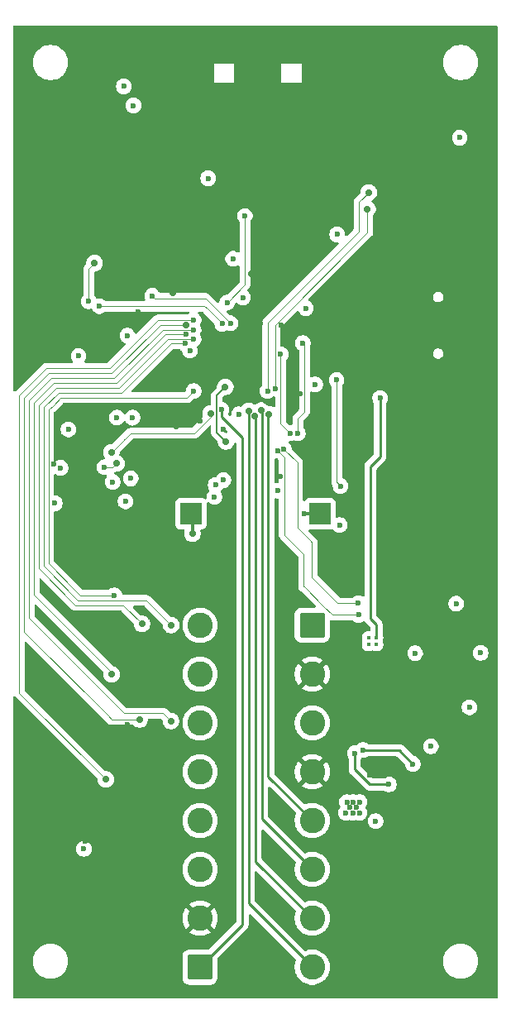
<source format=gbr>
%TF.GenerationSoftware,KiCad,Pcbnew,9.0.0*%
%TF.CreationDate,2025-06-07T14:48:48-05:00*%
%TF.ProjectId,flight-computer-one,666c6967-6874-42d6-936f-6d7075746572,rev?*%
%TF.SameCoordinates,Original*%
%TF.FileFunction,Copper,L4,Bot*%
%TF.FilePolarity,Positive*%
%FSLAX46Y46*%
G04 Gerber Fmt 4.6, Leading zero omitted, Abs format (unit mm)*
G04 Created by KiCad (PCBNEW 9.0.0) date 2025-06-07 14:48:48*
%MOMM*%
%LPD*%
G01*
G04 APERTURE LIST*
G04 Aperture macros list*
%AMRoundRect*
0 Rectangle with rounded corners*
0 $1 Rounding radius*
0 $2 $3 $4 $5 $6 $7 $8 $9 X,Y pos of 4 corners*
0 Add a 4 corners polygon primitive as box body*
4,1,4,$2,$3,$4,$5,$6,$7,$8,$9,$2,$3,0*
0 Add four circle primitives for the rounded corners*
1,1,$1+$1,$2,$3*
1,1,$1+$1,$4,$5*
1,1,$1+$1,$6,$7*
1,1,$1+$1,$8,$9*
0 Add four rect primitives between the rounded corners*
20,1,$1+$1,$2,$3,$4,$5,0*
20,1,$1+$1,$4,$5,$6,$7,0*
20,1,$1+$1,$6,$7,$8,$9,0*
20,1,$1+$1,$8,$9,$2,$3,0*%
G04 Aperture macros list end*
%TA.AperFunction,ComponentPad*%
%ADD10C,0.400000*%
%TD*%
%TA.AperFunction,SMDPad,CuDef*%
%ADD11R,2.200000X2.200000*%
%TD*%
%TA.AperFunction,ComponentPad*%
%ADD12RoundRect,0.250000X1.050000X-1.050000X1.050000X1.050000X-1.050000X1.050000X-1.050000X-1.050000X0*%
%TD*%
%TA.AperFunction,ComponentPad*%
%ADD13C,2.600000*%
%TD*%
%TA.AperFunction,ComponentPad*%
%ADD14RoundRect,0.250000X-1.050000X1.050000X-1.050000X-1.050000X1.050000X-1.050000X1.050000X1.050000X0*%
%TD*%
%TA.AperFunction,ViaPad*%
%ADD15C,0.700000*%
%TD*%
%TA.AperFunction,ViaPad*%
%ADD16C,0.600000*%
%TD*%
%TA.AperFunction,Conductor*%
%ADD17C,0.100000*%
%TD*%
%TA.AperFunction,Conductor*%
%ADD18C,0.150000*%
%TD*%
%TA.AperFunction,Conductor*%
%ADD19C,0.250000*%
%TD*%
%TA.AperFunction,Conductor*%
%ADD20C,0.300000*%
%TD*%
%TA.AperFunction,Conductor*%
%ADD21C,0.090000*%
%TD*%
G04 APERTURE END LIST*
D10*
%TO.P,U3,1,OUT*%
%TO.N,PWROR*%
X158575000Y-102775000D03*
%TO.P,U3,2,IN2*%
%TO.N,VBUS*%
X158575000Y-102075000D03*
%TO.P,U3,7,IN1*%
%TO.N,+BATT*%
X157775000Y-102075000D03*
%TO.P,U3,8,OUT*%
%TO.N,PWROR*%
X157775000Y-102775000D03*
%TD*%
D11*
%TO.P,BZ1,1,+*%
%TO.N,+3V3*%
X152800000Y-89400000D03*
%TO.P,BZ1,2,-*%
%TO.N,Net-(BZ1--)*%
X139600000Y-89400000D03*
%TD*%
D12*
%TO.P,J2,1,Pin_1*%
%TO.N,/GPIO40_ADC0*%
X140500000Y-135800000D03*
D13*
%TO.P,J2,2,Pin_2*%
%TO.N,GND*%
X140500000Y-130800000D03*
%TO.P,J2,3,Pin_3*%
%TO.N,/CANL*%
X140500000Y-125800000D03*
%TO.P,J2,4,Pin_4*%
%TO.N,/CANH*%
X140500000Y-120800000D03*
%TO.P,J2,5,Pin_5*%
%TO.N,/PYRO2_DRAIN*%
X140500000Y-115800000D03*
%TO.P,J2,6,Pin_6*%
%TO.N,+PBP*%
X140500000Y-110800000D03*
%TO.P,J2,7,Pin_7*%
%TO.N,/PYRO1_DRAIN*%
X140500000Y-105800000D03*
%TO.P,J2,8,Pin_8*%
%TO.N,+PBP*%
X140500000Y-100800000D03*
%TD*%
D14*
%TO.P,J1,1,Pin_1*%
%TO.N,+BATT*%
X152000000Y-100800000D03*
D13*
%TO.P,J1,2,Pin_2*%
%TO.N,GND*%
X152000000Y-105800000D03*
%TO.P,J1,3,Pin_3*%
%TO.N,+PBP*%
X152000000Y-110800000D03*
%TO.P,J1,4,Pin_4*%
%TO.N,GND*%
X152000000Y-115800000D03*
%TO.P,J1,5,Pin_5*%
%TO.N,/SERVO1_CTL*%
X152000000Y-120800000D03*
%TO.P,J1,6,Pin_6*%
%TO.N,/SERVO2_CTL*%
X152000000Y-125800000D03*
%TO.P,J1,7,Pin_7*%
%TO.N,/SERVO3_CTL*%
X152000000Y-130800000D03*
%TO.P,J1,8,Pin_8*%
%TO.N,/SERVO4_CTL*%
X152000000Y-135800000D03*
%TD*%
D15*
%TO.N,/Compute/I2C0_SDA*%
X141610000Y-79110000D03*
%TO.N,/Compute/BUZZER_CTL*%
X143100000Y-76410000D03*
X143170000Y-81990000D03*
%TO.N,GND*%
X137720000Y-66810000D03*
X149330000Y-46970000D03*
X168960000Y-73550000D03*
D16*
X157100000Y-96000000D03*
D15*
X161840000Y-129170000D03*
X158800000Y-40640000D03*
D16*
X142050000Y-82350000D03*
X156800000Y-101200000D03*
D15*
X143460000Y-41740000D03*
D16*
X157900000Y-116150000D03*
D15*
X169020000Y-77130000D03*
D16*
X159400000Y-116200000D03*
D15*
X167910000Y-73550000D03*
X130630000Y-130870000D03*
D16*
X165800000Y-109050000D03*
D15*
X152580000Y-40490000D03*
X133380000Y-91950000D03*
X164280000Y-87130000D03*
D16*
X133340000Y-105360000D03*
D15*
X155230000Y-53470000D03*
X130540000Y-40710000D03*
D16*
X153750000Y-84750000D03*
D15*
X155110000Y-72350000D03*
D16*
X141850000Y-72550000D03*
D15*
X122310000Y-115900000D03*
D16*
X144200000Y-76800000D03*
X131827800Y-87690000D03*
X141600000Y-88900000D03*
X135867500Y-85482500D03*
X127577800Y-86640000D03*
D15*
X141240000Y-56320000D03*
X168290000Y-82000000D03*
X150690000Y-46980000D03*
D16*
X136050000Y-111000000D03*
X159400000Y-115550000D03*
D15*
X127040000Y-94590000D03*
X148690000Y-55090000D03*
D16*
X127880000Y-83180000D03*
D15*
X123180000Y-122210000D03*
X134630000Y-40890000D03*
D16*
X129377800Y-88740000D03*
X159500000Y-103575000D03*
D15*
X160280000Y-135920000D03*
X123740000Y-67010000D03*
X155660000Y-80350000D03*
D16*
X161550000Y-69850000D03*
D15*
X135680000Y-47780000D03*
D16*
X133050000Y-101050000D03*
X128677800Y-85640000D03*
X158440000Y-75760000D03*
D15*
X149250000Y-41780000D03*
D16*
X131950000Y-111900000D03*
D15*
X165020000Y-77040000D03*
D16*
X157900000Y-115550000D03*
X163150000Y-119700000D03*
X132130000Y-55740000D03*
D15*
X126340000Y-91730000D03*
D16*
X160100000Y-106400000D03*
D15*
X142330000Y-41760000D03*
X167790000Y-66740000D03*
X141290000Y-57650000D03*
X137460000Y-92100000D03*
D16*
X153150000Y-72240000D03*
D15*
X146110000Y-40600000D03*
D16*
X161870000Y-75510000D03*
X128520000Y-69600000D03*
D15*
X164080000Y-92590000D03*
X143350000Y-46840000D03*
D16*
X158650000Y-115550000D03*
X125070000Y-56120000D03*
D15*
X123620000Y-70920000D03*
D16*
X168350000Y-98050000D03*
X136050000Y-101050000D03*
D15*
X156360000Y-45480000D03*
X135700000Y-50920000D03*
D16*
X132125000Y-102000000D03*
D15*
X167540000Y-58640000D03*
X168800000Y-66810000D03*
D16*
X148700000Y-85600000D03*
X133140000Y-115310000D03*
D15*
X122510000Y-126640000D03*
X147280000Y-64830000D03*
X137700000Y-94250000D03*
D16*
X146700000Y-69900000D03*
X131300000Y-114950000D03*
X135417500Y-89032500D03*
D15*
X126800000Y-79140000D03*
X167660000Y-63210000D03*
X161240000Y-132860000D03*
X145760000Y-64830000D03*
D16*
X150750000Y-77100000D03*
D15*
X168240000Y-121740000D03*
X154010000Y-69360000D03*
X158270000Y-67270000D03*
D16*
X145630000Y-49610000D03*
X128370000Y-120120000D03*
X148850000Y-70050000D03*
D15*
X155060000Y-57570000D03*
X164970000Y-63340000D03*
X150370000Y-41750000D03*
D16*
X135900000Y-75690000D03*
D15*
X130080000Y-94580000D03*
D16*
X165210000Y-106570000D03*
X134190000Y-68740000D03*
D15*
X163740000Y-63340000D03*
X162740000Y-45570000D03*
X142200000Y-46850000D03*
D16*
X127577800Y-85640000D03*
D15*
X166320000Y-125270000D03*
D16*
X156900000Y-103550000D03*
X154550000Y-59200000D03*
D15*
X167660000Y-76970000D03*
D16*
X140560000Y-79870000D03*
D15*
X131190000Y-135810000D03*
X160850000Y-49840000D03*
X154800000Y-95860000D03*
X139740000Y-40910000D03*
X164240000Y-83610000D03*
X138080000Y-80440000D03*
D16*
X142850000Y-80750000D03*
D15*
X169340000Y-82030000D03*
D16*
X128710000Y-122930000D03*
D15*
X160860000Y-52040000D03*
D16*
X159400000Y-118250000D03*
D15*
X163880000Y-77040000D03*
D16*
X125530000Y-84260000D03*
D15*
X168760000Y-63190000D03*
D16*
X156020000Y-94900000D03*
D15*
X128900000Y-91700000D03*
X123760000Y-63710000D03*
X122760000Y-111110000D03*
D16*
X133050000Y-111000000D03*
X156500000Y-74800000D03*
D15*
X133080000Y-94430000D03*
D16*
%TO.N,VBUS*%
X158950000Y-77550000D03*
%TO.N,+3V3*%
X152300000Y-76150000D03*
X168100000Y-109200000D03*
X151350000Y-68350000D03*
X156500000Y-119450000D03*
X166750000Y-98600000D03*
X126227800Y-84690000D03*
X158500000Y-120850000D03*
X132000000Y-79550000D03*
X132700000Y-45650000D03*
X133410000Y-85780000D03*
X144500000Y-79200000D03*
X156850000Y-120000000D03*
X148480000Y-87030000D03*
X164150000Y-113200000D03*
X139480000Y-72690000D03*
X142900000Y-85950000D03*
X144900000Y-67250000D03*
X128620000Y-123690000D03*
X133700000Y-47600000D03*
X132880000Y-88120000D03*
X156850000Y-118900000D03*
X167100000Y-50900000D03*
X155550000Y-118900000D03*
X156200000Y-118900000D03*
X141990000Y-87680000D03*
X142110000Y-86460000D03*
X128070000Y-73250000D03*
X141350000Y-55050000D03*
X154800000Y-90550000D03*
X156150000Y-120000000D03*
X162540000Y-103660000D03*
X125650000Y-88320000D03*
X155450000Y-120000000D03*
X155850000Y-119450000D03*
X127042500Y-80750000D03*
X133600000Y-79550000D03*
X131577800Y-86140000D03*
X169250000Y-103630000D03*
X154550000Y-60800000D03*
X151150000Y-89400000D03*
X143900000Y-63300000D03*
X133070000Y-71150000D03*
%TO.N,/Compute/SWO*%
X143290000Y-67760000D03*
X145100000Y-58900000D03*
D15*
%TO.N,/Compute/I2C0_SDA*%
X131440000Y-83100000D03*
%TO.N,/Compute/I2C0_SCL*%
X131960000Y-84240000D03*
D16*
X130730000Y-84630000D03*
%TO.N,/Compute/TXCAN*%
X148770000Y-73070000D03*
X149730000Y-81140000D03*
%TO.N,/Compute/RXCAN*%
X150520000Y-81150000D03*
X151050000Y-71920000D03*
%TO.N,/Compute/SD_CS*%
X154880000Y-86550000D03*
X154490000Y-75700000D03*
D15*
%TO.N,/Compute/SPI0_SCK*%
X129710000Y-63740000D03*
D16*
X129120000Y-67645000D03*
%TO.N,/Compute/CS_RADIO*%
X143640000Y-69900000D03*
X135610000Y-67080000D03*
D15*
%TO.N,/Compute/PYRO1_ARM*%
X137550000Y-100780000D03*
D16*
X138990000Y-71979142D03*
%TO.N,/Compute/PYRO1_FIRE*%
X139850000Y-71550000D03*
D15*
X134560000Y-100660000D03*
%TO.N,/Compute/PYRO2_ARM*%
X137540000Y-110600000D03*
D16*
X139850000Y-70550000D03*
D15*
%TO.N,/Compute/PYRO2_FIRE*%
X134320000Y-110440000D03*
X139080000Y-70060000D03*
D16*
%TO.N,/Compute/PYRO1_PRESENT*%
X139070000Y-71040554D03*
D15*
X131460000Y-105830000D03*
D16*
%TO.N,/Compute/PYRO2_PRESENT*%
X139850000Y-69550000D03*
D15*
X130870000Y-116590000D03*
%TO.N,Net-(BZ1--)*%
X139730000Y-91430000D03*
D16*
%TO.N,/Compute/TCAN_STB*%
X131750000Y-97750000D03*
X139870000Y-76820000D03*
%TO.N,/Compute/CS_ICM*%
X142780000Y-69950000D03*
X130210000Y-68140000D03*
%TO.N,/Compute/I2C1_SCL*%
X149100000Y-82740000D03*
X148200000Y-76570000D03*
X156710000Y-98540000D03*
D15*
X157660000Y-58200000D03*
D16*
%TO.N,/Compute/I2C1_SDA*%
X156740000Y-99750000D03*
D15*
X157780000Y-56500000D03*
D16*
X148440000Y-82940000D03*
X147420000Y-76820000D03*
%TO.N,+PBP*%
X157186682Y-113576153D03*
X162300000Y-115000000D03*
%TO.N,/Power & USB/TPS_SW*%
X156350000Y-113900000D03*
X159850000Y-117100000D03*
%TO.N,/GPIO40_ADC0*%
X142700000Y-78750000D03*
D15*
%TO.N,/SERVO2_CTL*%
X146750000Y-78840000D03*
%TO.N,/SERVO4_CTL*%
X145495000Y-78869160D03*
%TO.N,/SERVO1_CTL*%
X147570000Y-79190000D03*
%TO.N,/SERVO3_CTL*%
X146120000Y-79420000D03*
%TD*%
D17*
%TO.N,/Compute/I2C0_SDA*%
X141610000Y-79443669D02*
X141610000Y-79110000D01*
X139913669Y-81140000D02*
X141610000Y-79443669D01*
X133400000Y-81140000D02*
X139913669Y-81140000D01*
X132730000Y-81810000D02*
X133400000Y-81140000D01*
X132730000Y-81810000D02*
X131440000Y-83100000D01*
D18*
%TO.N,/Compute/BUZZER_CTL*%
X142234000Y-77276000D02*
X143100000Y-76410000D01*
X142234000Y-81054000D02*
X142234000Y-77276000D01*
X143170000Y-81990000D02*
X142234000Y-81054000D01*
D19*
%TO.N,VBUS*%
X158950000Y-83550000D02*
X157950000Y-84550000D01*
X158575000Y-100725000D02*
X158575000Y-102075000D01*
X157950000Y-84550000D02*
X157950000Y-100100000D01*
X157950000Y-100100000D02*
X158575000Y-100725000D01*
X158950000Y-77550000D02*
X158950000Y-79150000D01*
X158950000Y-79150000D02*
X158950000Y-83550000D01*
D20*
%TO.N,+3V3*%
X152800000Y-89400000D02*
X151150000Y-89400000D01*
D21*
%TO.N,/Compute/SWO*%
X145100000Y-65950000D02*
X145100000Y-65830000D01*
D17*
X143290000Y-67760000D02*
X143490000Y-67760000D01*
X145100000Y-65830000D02*
X145100000Y-58900000D01*
D21*
X143290000Y-67760000D02*
X145100000Y-65950000D01*
D17*
%TO.N,/Compute/I2C0_SDA*%
X132770000Y-81770000D02*
X132730000Y-81810000D01*
%TO.N,/Compute/I2C0_SCL*%
X130730000Y-84630000D02*
X131570000Y-84630000D01*
X131570000Y-84630000D02*
X131960000Y-84240000D01*
%TO.N,/Compute/TXCAN*%
X148770000Y-73070000D02*
X148770000Y-80180000D01*
X148770000Y-80180000D02*
X149730000Y-81140000D01*
%TO.N,/Compute/RXCAN*%
X151201000Y-78961189D02*
X150520000Y-79642189D01*
X151201000Y-72071000D02*
X151201000Y-78961189D01*
X150520000Y-79642189D02*
X150520000Y-81150000D01*
X151050000Y-71920000D02*
X151201000Y-72071000D01*
%TO.N,/Compute/SD_CS*%
X154490000Y-86160000D02*
X154615000Y-86285000D01*
X154490000Y-75700000D02*
X154490000Y-86160000D01*
X154615000Y-86285000D02*
X154880000Y-86550000D01*
D21*
%TO.N,/Compute/SPI0_SCK*%
X129120000Y-67645000D02*
X129120000Y-64330000D01*
X129120000Y-64330000D02*
X129710000Y-63740000D01*
D17*
%TO.N,/Compute/CS_RADIO*%
X141090000Y-67350000D02*
X143640000Y-69900000D01*
X135880000Y-67350000D02*
X141090000Y-67350000D01*
X135610000Y-67080000D02*
X135880000Y-67350000D01*
%TO.N,/Compute/PYRO1_ARM*%
X126000000Y-77000000D02*
X124500000Y-78500000D01*
X128000000Y-98250000D02*
X134500000Y-98250000D01*
X132500000Y-77000000D02*
X126000000Y-77000000D01*
X137520858Y-71979142D02*
X132500000Y-77000000D01*
X134500000Y-98250000D02*
X135020000Y-98250000D01*
X138990000Y-71979142D02*
X137520858Y-71979142D01*
X135020000Y-98250000D02*
X137550000Y-100780000D01*
X124500000Y-94750000D02*
X128000000Y-98250000D01*
X124500000Y-78500000D02*
X124500000Y-94750000D01*
%TO.N,/Compute/PYRO1_FIRE*%
X125750000Y-76500000D02*
X124000000Y-78250000D01*
X139850000Y-71550000D02*
X139828142Y-71528142D01*
X137221858Y-71528142D02*
X132250000Y-76500000D01*
X127750000Y-98750000D02*
X132500000Y-98750000D01*
X132650000Y-98750000D02*
X134560000Y-100660000D01*
X139828142Y-71528142D02*
X137221858Y-71528142D01*
X132500000Y-98750000D02*
X132650000Y-98750000D01*
X124000000Y-95000000D02*
X127750000Y-98750000D01*
X124000000Y-78250000D02*
X124000000Y-95000000D01*
X132250000Y-76500000D02*
X125750000Y-76500000D01*
%TO.N,/Compute/PYRO2_ARM*%
X125250000Y-75500000D02*
X123000000Y-77750000D01*
X131750000Y-75500000D02*
X125250000Y-75500000D01*
X136750000Y-109810000D02*
X137540000Y-110600000D01*
X136700000Y-70550000D02*
X131750000Y-75500000D01*
X132740000Y-109810000D02*
X136750000Y-109810000D01*
X123000000Y-77750000D02*
X123000000Y-98520000D01*
X123000000Y-100070000D02*
X132740000Y-109810000D01*
X139850000Y-70550000D02*
X136700000Y-70550000D01*
X123000000Y-98520000D02*
X123000000Y-100070000D01*
%TO.N,/Compute/PYRO2_FIRE*%
X125000000Y-75000000D02*
X122500000Y-77500000D01*
X131080000Y-110050000D02*
X131470000Y-110440000D01*
X122500000Y-101087811D02*
X122500000Y-101470000D01*
X131470000Y-110440000D02*
X134320000Y-110440000D01*
X122500000Y-101470000D02*
X131080000Y-110050000D01*
X122500000Y-77500000D02*
X122500000Y-101087811D01*
X131500000Y-75000000D02*
X125000000Y-75000000D01*
X139080000Y-70060000D02*
X136440000Y-70060000D01*
X136440000Y-70060000D02*
X131500000Y-75000000D01*
%TO.N,/Compute/PYRO1_PRESENT*%
X139070000Y-71040554D02*
X136959446Y-71040554D01*
X125500000Y-76000000D02*
X123500000Y-78000000D01*
X131460000Y-105610000D02*
X131460000Y-105830000D01*
X136959446Y-71040554D02*
X132000000Y-76000000D01*
X132000000Y-76000000D02*
X125500000Y-76000000D01*
X123500000Y-97650000D02*
X131460000Y-105610000D01*
X123500000Y-78000000D02*
X123500000Y-97650000D01*
%TO.N,/Compute/PYRO2_PRESENT*%
X136200000Y-69550000D02*
X131250000Y-74500000D01*
X122000000Y-77250000D02*
X122000000Y-106330000D01*
X139850000Y-69550000D02*
X136200000Y-69550000D01*
X131250000Y-74500000D02*
X124750000Y-74500000D01*
X122000000Y-107720000D02*
X130870000Y-116590000D01*
X124750000Y-74500000D02*
X122000000Y-77250000D01*
X122000000Y-106330000D02*
X122000000Y-107720000D01*
D20*
%TO.N,Net-(BZ1--)*%
X139730000Y-89530000D02*
X139600000Y-89400000D01*
X139730000Y-91430000D02*
X139730000Y-89530000D01*
D17*
%TO.N,/Compute/TCAN_STB*%
X139190000Y-77500000D02*
X131500000Y-77500000D01*
X125000000Y-80250000D02*
X125000000Y-94500000D01*
X126250000Y-77500000D02*
X125500000Y-78250000D01*
X125000000Y-94500000D02*
X127750000Y-97250000D01*
X128250000Y-97750000D02*
X131750000Y-97750000D01*
X139870000Y-76820000D02*
X139190000Y-77500000D01*
X131500000Y-77500000D02*
X126250000Y-77500000D01*
X125000000Y-78750000D02*
X125000000Y-80250000D01*
X127750000Y-97250000D02*
X128250000Y-97750000D01*
X125500000Y-78250000D02*
X125000000Y-78750000D01*
%TO.N,/Compute/CS_ICM*%
X130210000Y-68140000D02*
X140970000Y-68140000D01*
D21*
X141155000Y-68325000D02*
X141120000Y-68290000D01*
X141155000Y-68325000D02*
X142780000Y-69950000D01*
D17*
X140970000Y-68140000D02*
X141155000Y-68325000D01*
%TO.N,/Compute/I2C1_SCL*%
X150500000Y-90200000D02*
X150500000Y-90830000D01*
X151990000Y-95820000D02*
X151990000Y-95927811D01*
X151830000Y-92160000D02*
X151990000Y-92320000D01*
X149100000Y-82740000D02*
X150500000Y-84140000D01*
X148200000Y-70060000D02*
X157660000Y-60600000D01*
X154602189Y-98540000D02*
X156710000Y-98540000D01*
X157660000Y-60600000D02*
X157660000Y-58200000D01*
X150500000Y-84140000D02*
X150500000Y-90200000D01*
X148200000Y-76570000D02*
X148200000Y-70060000D01*
X150500000Y-90830000D02*
X151830000Y-92160000D01*
X151990000Y-92320000D02*
X151990000Y-95820000D01*
X151990000Y-95927811D02*
X154602189Y-98540000D01*
%TO.N,/Compute/I2C1_SDA*%
X154070000Y-99750000D02*
X156740000Y-99750000D01*
X156780000Y-58000000D02*
X156780000Y-57500000D01*
X151120000Y-96840000D02*
X151160000Y-96840000D01*
X156780000Y-57500000D02*
X157780000Y-56500000D01*
X147420000Y-76820000D02*
X147420000Y-69860000D01*
X148440000Y-82940000D02*
X149151000Y-83651000D01*
X151160000Y-96840000D02*
X153160000Y-98840000D01*
X153160000Y-98840000D02*
X154070000Y-99750000D01*
X149151000Y-91563189D02*
X151120000Y-93532189D01*
X151120000Y-93532189D02*
X151120000Y-96840000D01*
X156780000Y-60500000D02*
X156780000Y-58000000D01*
X147420000Y-69860000D02*
X156780000Y-60500000D01*
X149151000Y-83651000D02*
X149151000Y-91563189D01*
D19*
%TO.N,+PBP*%
X157186682Y-113576153D02*
X157210529Y-113600000D01*
X157210529Y-113600000D02*
X160900000Y-113600000D01*
X160900000Y-113600000D02*
X162300000Y-115000000D01*
%TO.N,/Power & USB/TPS_SW*%
X156350000Y-115550000D02*
X157900000Y-117100000D01*
X156350000Y-115550000D02*
X156350000Y-113900000D01*
X157900000Y-117100000D02*
X159850000Y-117100000D01*
%TO.N,/GPIO40_ADC0*%
X140500000Y-135800000D02*
X144860882Y-131439118D01*
X144860882Y-81610882D02*
X142700000Y-79450000D01*
X142700000Y-79450000D02*
X142700000Y-78750000D01*
X144860882Y-131439118D02*
X144860882Y-81610882D01*
%TO.N,/SERVO2_CTL*%
X146850000Y-120650000D02*
X146850000Y-79900000D01*
X146850000Y-78940000D02*
X146750000Y-78840000D01*
X152000000Y-125800000D02*
X146850000Y-120650000D01*
X146850000Y-79900000D02*
X146850000Y-78940000D01*
%TO.N,/SERVO4_CTL*%
X145500000Y-78874160D02*
X145495000Y-78869160D01*
X152000000Y-135800000D02*
X145500000Y-129300000D01*
X145500000Y-129300000D02*
X145500000Y-78874160D01*
%TO.N,/SERVO1_CTL*%
X147500000Y-79260000D02*
X147570000Y-79190000D01*
X152000000Y-120800000D02*
X147500000Y-116300000D01*
X147500000Y-79860000D02*
X147500000Y-79260000D01*
X147500000Y-116300000D02*
X147500000Y-79860000D01*
%TO.N,/SERVO3_CTL*%
X146200000Y-79500000D02*
X146120000Y-79420000D01*
X146200000Y-125000000D02*
X152000000Y-130800000D01*
X146200000Y-79900000D02*
X146200000Y-79500000D01*
X146200000Y-79900000D02*
X146200000Y-125000000D01*
%TD*%
%TA.AperFunction,Conductor*%
%TO.N,GND*%
G36*
X148273692Y-83723102D02*
G01*
X148285708Y-83725492D01*
X148361158Y-83740500D01*
X148411725Y-83740500D01*
X148412801Y-83740519D01*
X148445176Y-83750649D01*
X148477652Y-83760185D01*
X148478920Y-83761207D01*
X148479482Y-83761383D01*
X148480191Y-83762231D01*
X148498294Y-83776819D01*
X148564181Y-83842706D01*
X148597666Y-83904029D01*
X148600500Y-83930387D01*
X148600500Y-86105500D01*
X148580815Y-86172539D01*
X148528011Y-86218294D01*
X148476500Y-86229500D01*
X148401153Y-86229500D01*
X148273691Y-86254854D01*
X148204100Y-86248627D01*
X148148922Y-86205764D01*
X148125678Y-86139874D01*
X148125500Y-86133237D01*
X148125500Y-83844719D01*
X148145185Y-83777680D01*
X148197989Y-83731925D01*
X148267147Y-83721981D01*
X148273692Y-83723102D01*
G37*
%TD.AperFunction*%
%TA.AperFunction,Conductor*%
G36*
X143014703Y-80649739D02*
G01*
X143021181Y-80655771D01*
X143293229Y-80927819D01*
X143303841Y-80947255D01*
X143318342Y-80963989D01*
X143320258Y-80977320D01*
X143326714Y-80989142D01*
X143325134Y-81011228D01*
X143328286Y-81033147D01*
X143322690Y-81045398D01*
X143321730Y-81058834D01*
X143308459Y-81076560D01*
X143299261Y-81096703D01*
X143287929Y-81103985D01*
X143279858Y-81114767D01*
X143259112Y-81122504D01*
X143240483Y-81134477D01*
X143218564Y-81137628D01*
X143214394Y-81139184D01*
X143205548Y-81139500D01*
X143184742Y-81139500D01*
X143117703Y-81119815D01*
X143097061Y-81103181D01*
X142845819Y-80851939D01*
X142812334Y-80790616D01*
X142809500Y-80764258D01*
X142809500Y-80743452D01*
X142829185Y-80676413D01*
X142881989Y-80630658D01*
X142951147Y-80620714D01*
X143014703Y-80649739D01*
G37*
%TD.AperFunction*%
%TA.AperFunction,Conductor*%
G36*
X170942539Y-39420185D02*
G01*
X170988294Y-39472989D01*
X170999500Y-39524500D01*
X170999500Y-138875500D01*
X170979815Y-138942539D01*
X170927011Y-138988294D01*
X170875500Y-138999500D01*
X121524500Y-138999500D01*
X121457461Y-138979815D01*
X121411706Y-138927011D01*
X121400500Y-138875500D01*
X121400500Y-135081995D01*
X123399500Y-135081995D01*
X123399500Y-135318004D01*
X123399501Y-135318020D01*
X123430306Y-135552010D01*
X123491394Y-135779993D01*
X123581714Y-135998045D01*
X123581719Y-135998056D01*
X123652677Y-136120957D01*
X123699727Y-136202450D01*
X123699729Y-136202453D01*
X123699730Y-136202454D01*
X123843406Y-136389697D01*
X123843412Y-136389704D01*
X124010295Y-136556587D01*
X124010301Y-136556592D01*
X124197550Y-136700273D01*
X124328918Y-136776118D01*
X124401943Y-136818280D01*
X124401948Y-136818282D01*
X124401951Y-136818284D01*
X124620007Y-136908606D01*
X124847986Y-136969693D01*
X125081989Y-137000500D01*
X125081996Y-137000500D01*
X125318004Y-137000500D01*
X125318011Y-137000500D01*
X125552014Y-136969693D01*
X125779993Y-136908606D01*
X125998049Y-136818284D01*
X126202450Y-136700273D01*
X126389699Y-136556592D01*
X126556592Y-136389699D01*
X126700273Y-136202450D01*
X126818284Y-135998049D01*
X126908606Y-135779993D01*
X126969693Y-135552014D01*
X127000500Y-135318011D01*
X127000500Y-135081989D01*
X126969693Y-134847986D01*
X126908606Y-134620007D01*
X126818284Y-134401951D01*
X126818282Y-134401948D01*
X126818280Y-134401943D01*
X126776118Y-134328918D01*
X126700273Y-134197550D01*
X126618817Y-134091394D01*
X126556593Y-134010302D01*
X126556587Y-134010295D01*
X126389704Y-133843412D01*
X126389697Y-133843406D01*
X126202454Y-133699730D01*
X126202453Y-133699729D01*
X126202450Y-133699727D01*
X126120957Y-133652677D01*
X125998056Y-133581719D01*
X125998045Y-133581714D01*
X125779993Y-133491394D01*
X125552010Y-133430306D01*
X125318020Y-133399501D01*
X125318017Y-133399500D01*
X125318011Y-133399500D01*
X125081989Y-133399500D01*
X125081983Y-133399500D01*
X125081979Y-133399501D01*
X124847989Y-133430306D01*
X124620006Y-133491394D01*
X124401954Y-133581714D01*
X124401943Y-133581719D01*
X124197545Y-133699730D01*
X124010302Y-133843406D01*
X124010295Y-133843412D01*
X123843412Y-134010295D01*
X123843406Y-134010302D01*
X123699730Y-134197545D01*
X123581719Y-134401943D01*
X123581714Y-134401954D01*
X123491394Y-134620006D01*
X123430306Y-134847989D01*
X123399501Y-135081979D01*
X123399500Y-135081995D01*
X121400500Y-135081995D01*
X121400500Y-130682014D01*
X138700000Y-130682014D01*
X138700000Y-130917985D01*
X138730799Y-131151914D01*
X138791870Y-131379837D01*
X138882160Y-131597819D01*
X138882165Y-131597828D01*
X139000144Y-131802171D01*
X139000145Y-131802172D01*
X139062721Y-131883723D01*
X139898958Y-131047487D01*
X139923978Y-131107890D01*
X139995112Y-131214351D01*
X140085649Y-131304888D01*
X140192110Y-131376022D01*
X140252511Y-131401041D01*
X139416275Y-132237277D01*
X139497827Y-132299854D01*
X139497828Y-132299855D01*
X139702171Y-132417834D01*
X139702180Y-132417839D01*
X139920163Y-132508129D01*
X139920161Y-132508129D01*
X140148085Y-132569200D01*
X140382014Y-132599999D01*
X140382029Y-132600000D01*
X140617971Y-132600000D01*
X140617985Y-132599999D01*
X140851914Y-132569200D01*
X141079837Y-132508129D01*
X141297819Y-132417839D01*
X141297828Y-132417834D01*
X141502181Y-132299850D01*
X141583723Y-132237279D01*
X141583723Y-132237276D01*
X140747487Y-131401041D01*
X140807890Y-131376022D01*
X140914351Y-131304888D01*
X141004888Y-131214351D01*
X141076022Y-131107890D01*
X141101041Y-131047488D01*
X141937276Y-131883723D01*
X141937279Y-131883723D01*
X141999850Y-131802181D01*
X142117834Y-131597828D01*
X142117839Y-131597819D01*
X142208129Y-131379837D01*
X142269200Y-131151914D01*
X142299999Y-130917985D01*
X142300000Y-130917971D01*
X142300000Y-130682028D01*
X142299999Y-130682014D01*
X142269200Y-130448085D01*
X142208129Y-130220162D01*
X142117839Y-130002180D01*
X142117834Y-130002171D01*
X141999855Y-129797828D01*
X141999854Y-129797827D01*
X141937277Y-129716275D01*
X141101041Y-130552511D01*
X141076022Y-130492110D01*
X141004888Y-130385649D01*
X140914351Y-130295112D01*
X140807890Y-130223978D01*
X140747488Y-130198958D01*
X141583723Y-129362721D01*
X141502172Y-129300145D01*
X141502171Y-129300144D01*
X141297828Y-129182165D01*
X141297819Y-129182160D01*
X141079836Y-129091870D01*
X141079838Y-129091870D01*
X140851914Y-129030799D01*
X140617985Y-129000000D01*
X140382014Y-129000000D01*
X140148085Y-129030799D01*
X139920162Y-129091870D01*
X139702180Y-129182160D01*
X139702171Y-129182165D01*
X139497828Y-129300144D01*
X139497818Y-129300150D01*
X139416275Y-129362720D01*
X139416275Y-129362721D01*
X140252512Y-130198958D01*
X140192110Y-130223978D01*
X140085649Y-130295112D01*
X139995112Y-130385649D01*
X139923978Y-130492110D01*
X139898958Y-130552511D01*
X139062721Y-129716275D01*
X139062720Y-129716275D01*
X139000150Y-129797818D01*
X139000144Y-129797828D01*
X138882165Y-130002171D01*
X138882160Y-130002180D01*
X138791870Y-130220162D01*
X138730799Y-130448085D01*
X138700000Y-130682014D01*
X121400500Y-130682014D01*
X121400500Y-125681995D01*
X138699500Y-125681995D01*
X138699500Y-125918004D01*
X138699501Y-125918020D01*
X138730306Y-126152010D01*
X138791394Y-126379993D01*
X138881714Y-126598045D01*
X138881719Y-126598056D01*
X138952677Y-126720957D01*
X138999727Y-126802450D01*
X138999729Y-126802453D01*
X138999730Y-126802454D01*
X139143406Y-126989697D01*
X139143412Y-126989704D01*
X139310295Y-127156587D01*
X139310301Y-127156592D01*
X139497550Y-127300273D01*
X139628918Y-127376118D01*
X139701943Y-127418280D01*
X139701948Y-127418282D01*
X139701951Y-127418284D01*
X139920007Y-127508606D01*
X140147986Y-127569693D01*
X140381989Y-127600500D01*
X140381996Y-127600500D01*
X140618004Y-127600500D01*
X140618011Y-127600500D01*
X140852014Y-127569693D01*
X141079993Y-127508606D01*
X141298049Y-127418284D01*
X141502450Y-127300273D01*
X141689699Y-127156592D01*
X141856592Y-126989699D01*
X142000273Y-126802450D01*
X142118284Y-126598049D01*
X142208606Y-126379993D01*
X142269693Y-126152014D01*
X142300500Y-125918011D01*
X142300500Y-125681989D01*
X142269693Y-125447986D01*
X142208606Y-125220007D01*
X142118284Y-125001951D01*
X142118282Y-125001948D01*
X142118280Y-125001943D01*
X142076118Y-124928918D01*
X142000273Y-124797550D01*
X141856592Y-124610301D01*
X141856587Y-124610295D01*
X141689704Y-124443412D01*
X141689697Y-124443406D01*
X141502454Y-124299730D01*
X141502453Y-124299729D01*
X141502450Y-124299727D01*
X141420957Y-124252677D01*
X141298056Y-124181719D01*
X141298045Y-124181714D01*
X141079993Y-124091394D01*
X140852010Y-124030306D01*
X140618020Y-123999501D01*
X140618017Y-123999500D01*
X140618011Y-123999500D01*
X140381989Y-123999500D01*
X140381983Y-123999500D01*
X140381979Y-123999501D01*
X140147989Y-124030306D01*
X139920006Y-124091394D01*
X139701954Y-124181714D01*
X139701943Y-124181719D01*
X139497545Y-124299730D01*
X139310302Y-124443406D01*
X139310295Y-124443412D01*
X139143412Y-124610295D01*
X139143406Y-124610302D01*
X138999730Y-124797545D01*
X138881719Y-125001943D01*
X138881714Y-125001954D01*
X138791394Y-125220006D01*
X138730306Y-125447989D01*
X138699501Y-125681979D01*
X138699500Y-125681995D01*
X121400500Y-125681995D01*
X121400500Y-123611153D01*
X127819500Y-123611153D01*
X127819500Y-123768846D01*
X127850261Y-123923489D01*
X127850264Y-123923501D01*
X127910602Y-124069172D01*
X127910609Y-124069185D01*
X127998210Y-124200288D01*
X127998213Y-124200292D01*
X128109707Y-124311786D01*
X128109711Y-124311789D01*
X128240814Y-124399390D01*
X128240827Y-124399397D01*
X128386498Y-124459735D01*
X128386503Y-124459737D01*
X128541153Y-124490499D01*
X128541156Y-124490500D01*
X128541158Y-124490500D01*
X128698844Y-124490500D01*
X128698845Y-124490499D01*
X128853497Y-124459737D01*
X128999179Y-124399394D01*
X129130289Y-124311789D01*
X129241789Y-124200289D01*
X129329394Y-124069179D01*
X129389737Y-123923497D01*
X129420500Y-123768842D01*
X129420500Y-123611158D01*
X129420500Y-123611155D01*
X129420499Y-123611153D01*
X129389738Y-123456510D01*
X129389737Y-123456503D01*
X129389735Y-123456498D01*
X129329397Y-123310827D01*
X129329390Y-123310814D01*
X129241789Y-123179711D01*
X129241786Y-123179707D01*
X129130292Y-123068213D01*
X129130288Y-123068210D01*
X128999185Y-122980609D01*
X128999172Y-122980602D01*
X128853501Y-122920264D01*
X128853489Y-122920261D01*
X128698845Y-122889500D01*
X128698842Y-122889500D01*
X128541158Y-122889500D01*
X128541155Y-122889500D01*
X128386510Y-122920261D01*
X128386498Y-122920264D01*
X128240827Y-122980602D01*
X128240814Y-122980609D01*
X128109711Y-123068210D01*
X128109707Y-123068213D01*
X127998213Y-123179707D01*
X127998210Y-123179711D01*
X127910609Y-123310814D01*
X127910602Y-123310827D01*
X127850264Y-123456498D01*
X127850261Y-123456510D01*
X127819500Y-123611153D01*
X121400500Y-123611153D01*
X121400500Y-120681995D01*
X138699500Y-120681995D01*
X138699500Y-120918004D01*
X138699501Y-120918020D01*
X138721286Y-121083497D01*
X138730307Y-121152014D01*
X138750983Y-121229179D01*
X138791394Y-121379993D01*
X138881714Y-121598045D01*
X138881719Y-121598056D01*
X138938648Y-121696658D01*
X138999727Y-121802450D01*
X138999729Y-121802453D01*
X138999730Y-121802454D01*
X139143406Y-121989697D01*
X139143412Y-121989704D01*
X139310295Y-122156587D01*
X139310301Y-122156592D01*
X139497550Y-122300273D01*
X139628918Y-122376118D01*
X139701943Y-122418280D01*
X139701948Y-122418282D01*
X139701951Y-122418284D01*
X139920007Y-122508606D01*
X140147986Y-122569693D01*
X140381989Y-122600500D01*
X140381996Y-122600500D01*
X140618004Y-122600500D01*
X140618011Y-122600500D01*
X140852014Y-122569693D01*
X141079993Y-122508606D01*
X141298049Y-122418284D01*
X141502450Y-122300273D01*
X141689699Y-122156592D01*
X141856592Y-121989699D01*
X142000273Y-121802450D01*
X142118284Y-121598049D01*
X142208606Y-121379993D01*
X142269693Y-121152014D01*
X142300500Y-120918011D01*
X142300500Y-120681989D01*
X142269693Y-120447986D01*
X142208606Y-120220007D01*
X142118284Y-120001951D01*
X142118282Y-120001948D01*
X142118280Y-120001943D01*
X142071635Y-119921153D01*
X142000273Y-119797550D01*
X141856592Y-119610301D01*
X141856587Y-119610295D01*
X141689704Y-119443412D01*
X141689697Y-119443406D01*
X141502454Y-119299730D01*
X141502453Y-119299729D01*
X141502450Y-119299727D01*
X141420957Y-119252677D01*
X141298056Y-119181719D01*
X141298045Y-119181714D01*
X141079993Y-119091394D01*
X140852010Y-119030306D01*
X140618020Y-118999501D01*
X140618017Y-118999500D01*
X140618011Y-118999500D01*
X140381989Y-118999500D01*
X140381983Y-118999500D01*
X140381979Y-118999501D01*
X140147989Y-119030306D01*
X139920006Y-119091394D01*
X139701954Y-119181714D01*
X139701943Y-119181719D01*
X139497545Y-119299730D01*
X139310302Y-119443406D01*
X139310295Y-119443412D01*
X139143412Y-119610295D01*
X139143406Y-119610302D01*
X138999730Y-119797545D01*
X138881719Y-120001943D01*
X138881714Y-120001954D01*
X138791394Y-120220006D01*
X138730306Y-120447989D01*
X138699501Y-120681979D01*
X138699500Y-120681995D01*
X121400500Y-120681995D01*
X121400500Y-108198387D01*
X121420185Y-108131348D01*
X121472989Y-108085593D01*
X121542147Y-108075649D01*
X121605703Y-108104674D01*
X121612181Y-108110706D01*
X129983181Y-116481706D01*
X130016666Y-116543029D01*
X130019500Y-116569387D01*
X130019500Y-116673771D01*
X130052182Y-116838074D01*
X130052184Y-116838082D01*
X130116295Y-116992860D01*
X130209373Y-117132162D01*
X130327837Y-117250626D01*
X130420494Y-117312537D01*
X130467137Y-117343703D01*
X130621918Y-117407816D01*
X130786228Y-117440499D01*
X130786232Y-117440500D01*
X130786233Y-117440500D01*
X130953768Y-117440500D01*
X130953769Y-117440499D01*
X131118082Y-117407816D01*
X131272863Y-117343703D01*
X131412162Y-117250626D01*
X131530626Y-117132162D01*
X131623703Y-116992863D01*
X131687816Y-116838082D01*
X131720500Y-116673767D01*
X131720500Y-116506233D01*
X131687816Y-116341918D01*
X131623703Y-116187137D01*
X131550265Y-116077229D01*
X131530626Y-116047837D01*
X131412162Y-115929373D01*
X131272860Y-115836295D01*
X131167107Y-115792491D01*
X131118082Y-115772184D01*
X131118074Y-115772182D01*
X130953771Y-115739500D01*
X130953767Y-115739500D01*
X130849387Y-115739500D01*
X130782348Y-115719815D01*
X130761706Y-115703181D01*
X130740520Y-115681995D01*
X138699500Y-115681995D01*
X138699500Y-115918004D01*
X138699501Y-115918020D01*
X138730306Y-116152010D01*
X138791394Y-116379993D01*
X138881714Y-116598045D01*
X138881719Y-116598056D01*
X138925432Y-116673768D01*
X138999727Y-116802450D01*
X138999729Y-116802453D01*
X138999730Y-116802454D01*
X139143406Y-116989697D01*
X139143412Y-116989704D01*
X139310295Y-117156587D01*
X139310302Y-117156593D01*
X139420306Y-117241001D01*
X139497550Y-117300273D01*
X139621388Y-117371771D01*
X139701943Y-117418280D01*
X139701948Y-117418282D01*
X139701951Y-117418284D01*
X139920007Y-117508606D01*
X140147986Y-117569693D01*
X140381989Y-117600500D01*
X140381996Y-117600500D01*
X140618004Y-117600500D01*
X140618011Y-117600500D01*
X140852014Y-117569693D01*
X141079993Y-117508606D01*
X141298049Y-117418284D01*
X141502450Y-117300273D01*
X141689699Y-117156592D01*
X141856592Y-116989699D01*
X142000273Y-116802450D01*
X142118284Y-116598049D01*
X142208606Y-116379993D01*
X142269693Y-116152014D01*
X142300500Y-115918011D01*
X142300500Y-115681989D01*
X142269693Y-115447986D01*
X142208606Y-115220007D01*
X142118284Y-115001951D01*
X142118282Y-115001948D01*
X142118280Y-115001943D01*
X142071635Y-114921153D01*
X142000273Y-114797550D01*
X141856592Y-114610301D01*
X141856587Y-114610295D01*
X141689704Y-114443412D01*
X141689697Y-114443406D01*
X141502454Y-114299730D01*
X141502453Y-114299729D01*
X141502450Y-114299727D01*
X141420957Y-114252677D01*
X141298056Y-114181719D01*
X141298045Y-114181714D01*
X141079993Y-114091394D01*
X140852010Y-114030306D01*
X140618020Y-113999501D01*
X140618017Y-113999500D01*
X140618011Y-113999500D01*
X140381989Y-113999500D01*
X140381983Y-113999500D01*
X140381979Y-113999501D01*
X140147989Y-114030306D01*
X139920006Y-114091394D01*
X139701954Y-114181714D01*
X139701943Y-114181719D01*
X139497545Y-114299730D01*
X139310302Y-114443406D01*
X139310295Y-114443412D01*
X139143412Y-114610295D01*
X139143406Y-114610302D01*
X138999730Y-114797545D01*
X138999727Y-114797549D01*
X138999727Y-114797550D01*
X138992014Y-114810909D01*
X138881719Y-115001943D01*
X138881714Y-115001954D01*
X138791394Y-115220006D01*
X138730306Y-115447989D01*
X138699501Y-115681979D01*
X138699500Y-115681995D01*
X130740520Y-115681995D01*
X122586819Y-107528294D01*
X122553334Y-107466971D01*
X122550500Y-107440613D01*
X122550500Y-102598387D01*
X122570185Y-102531348D01*
X122622989Y-102485593D01*
X122692147Y-102475649D01*
X122755703Y-102504674D01*
X122762181Y-102510706D01*
X130639489Y-110388014D01*
X130639490Y-110388015D01*
X131131985Y-110880510D01*
X131131987Y-110880511D01*
X131131991Y-110880514D01*
X131231586Y-110938015D01*
X131231590Y-110938016D01*
X131244551Y-110945499D01*
X131257511Y-110952982D01*
X131257512Y-110952982D01*
X131257515Y-110952984D01*
X131397525Y-110990500D01*
X133616350Y-110990500D01*
X133683389Y-111010185D01*
X133704026Y-111026814D01*
X133777838Y-111100626D01*
X133917137Y-111193703D01*
X134071918Y-111257816D01*
X134236228Y-111290499D01*
X134236232Y-111290500D01*
X134236233Y-111290500D01*
X134403768Y-111290500D01*
X134403769Y-111290499D01*
X134568082Y-111257816D01*
X134722863Y-111193703D01*
X134862162Y-111100626D01*
X134980626Y-110982162D01*
X135073703Y-110842863D01*
X135137816Y-110688082D01*
X135170500Y-110523767D01*
X135170500Y-110484500D01*
X135190185Y-110417461D01*
X135242989Y-110371706D01*
X135294500Y-110360500D01*
X136470613Y-110360500D01*
X136500053Y-110369144D01*
X136530040Y-110375668D01*
X136535055Y-110379422D01*
X136537652Y-110380185D01*
X136558294Y-110396819D01*
X136653181Y-110491706D01*
X136686666Y-110553029D01*
X136689500Y-110579387D01*
X136689500Y-110683771D01*
X136722182Y-110848074D01*
X136722184Y-110848082D01*
X136786295Y-111002860D01*
X136879373Y-111142162D01*
X136997837Y-111260626D01*
X137042547Y-111290500D01*
X137137137Y-111353703D01*
X137291918Y-111417816D01*
X137456228Y-111450499D01*
X137456232Y-111450500D01*
X137456233Y-111450500D01*
X137623768Y-111450500D01*
X137623769Y-111450499D01*
X137788082Y-111417816D01*
X137942863Y-111353703D01*
X138082162Y-111260626D01*
X138200626Y-111142162D01*
X138293703Y-111002863D01*
X138357816Y-110848082D01*
X138390500Y-110683767D01*
X138390500Y-110681995D01*
X138699500Y-110681995D01*
X138699500Y-110918004D01*
X138699501Y-110918020D01*
X138730306Y-111152010D01*
X138791394Y-111379993D01*
X138881714Y-111598045D01*
X138881719Y-111598056D01*
X138952677Y-111720957D01*
X138999727Y-111802450D01*
X138999729Y-111802453D01*
X138999730Y-111802454D01*
X139143406Y-111989697D01*
X139143412Y-111989704D01*
X139310295Y-112156587D01*
X139310301Y-112156592D01*
X139497550Y-112300273D01*
X139628918Y-112376118D01*
X139701943Y-112418280D01*
X139701948Y-112418282D01*
X139701951Y-112418284D01*
X139920007Y-112508606D01*
X140147986Y-112569693D01*
X140381989Y-112600500D01*
X140381996Y-112600500D01*
X140618004Y-112600500D01*
X140618011Y-112600500D01*
X140852014Y-112569693D01*
X141079993Y-112508606D01*
X141298049Y-112418284D01*
X141502450Y-112300273D01*
X141689699Y-112156592D01*
X141856592Y-111989699D01*
X142000273Y-111802450D01*
X142118284Y-111598049D01*
X142208606Y-111379993D01*
X142269693Y-111152014D01*
X142300500Y-110918011D01*
X142300500Y-110681989D01*
X142269693Y-110447986D01*
X142208606Y-110220007D01*
X142118284Y-110001951D01*
X142118282Y-110001948D01*
X142118280Y-110001943D01*
X142053360Y-109889500D01*
X142000273Y-109797550D01*
X141856592Y-109610301D01*
X141856587Y-109610295D01*
X141689704Y-109443412D01*
X141689697Y-109443406D01*
X141502454Y-109299730D01*
X141502453Y-109299729D01*
X141502450Y-109299727D01*
X141420957Y-109252677D01*
X141298056Y-109181719D01*
X141298045Y-109181714D01*
X141079993Y-109091394D01*
X140852010Y-109030306D01*
X140618020Y-108999501D01*
X140618017Y-108999500D01*
X140618011Y-108999500D01*
X140381989Y-108999500D01*
X140381983Y-108999500D01*
X140381979Y-108999501D01*
X140147989Y-109030306D01*
X139920006Y-109091394D01*
X139701954Y-109181714D01*
X139701943Y-109181719D01*
X139497545Y-109299730D01*
X139310302Y-109443406D01*
X139310295Y-109443412D01*
X139143412Y-109610295D01*
X139143406Y-109610302D01*
X138999730Y-109797545D01*
X138881719Y-110001943D01*
X138881714Y-110001954D01*
X138791394Y-110220006D01*
X138730306Y-110447989D01*
X138699501Y-110681979D01*
X138699500Y-110681995D01*
X138390500Y-110681995D01*
X138390500Y-110516233D01*
X138357816Y-110351918D01*
X138293703Y-110197137D01*
X138262537Y-110150494D01*
X138200626Y-110057837D01*
X138082162Y-109939373D01*
X137942860Y-109846295D01*
X137788082Y-109782184D01*
X137788074Y-109782182D01*
X137623771Y-109749500D01*
X137623767Y-109749500D01*
X137519387Y-109749500D01*
X137452348Y-109729815D01*
X137431706Y-109713181D01*
X137088016Y-109369491D01*
X137088015Y-109369490D01*
X136962485Y-109297016D01*
X136962486Y-109297016D01*
X136927482Y-109287637D01*
X136822475Y-109259500D01*
X136822472Y-109259500D01*
X133019387Y-109259500D01*
X132952348Y-109239815D01*
X132931706Y-109223181D01*
X123586819Y-99878294D01*
X123553334Y-99816971D01*
X123550500Y-99790613D01*
X123550500Y-98778387D01*
X123570185Y-98711348D01*
X123622989Y-98665593D01*
X123692147Y-98655649D01*
X123755703Y-98684674D01*
X123762181Y-98690706D01*
X130597176Y-105525701D01*
X130630661Y-105587024D01*
X130631113Y-105637572D01*
X130609500Y-105746234D01*
X130609500Y-105913771D01*
X130642182Y-106078074D01*
X130642184Y-106078082D01*
X130706295Y-106232860D01*
X130799373Y-106372162D01*
X130917837Y-106490626D01*
X131010494Y-106552537D01*
X131057137Y-106583703D01*
X131211918Y-106647816D01*
X131376228Y-106680499D01*
X131376232Y-106680500D01*
X131376233Y-106680500D01*
X131543768Y-106680500D01*
X131543769Y-106680499D01*
X131708082Y-106647816D01*
X131862863Y-106583703D01*
X132002162Y-106490626D01*
X132120626Y-106372162D01*
X132213703Y-106232863D01*
X132277816Y-106078082D01*
X132310500Y-105913767D01*
X132310500Y-105746233D01*
X132297722Y-105681995D01*
X138699500Y-105681995D01*
X138699500Y-105918004D01*
X138699501Y-105918020D01*
X138730293Y-106151914D01*
X138730307Y-106152014D01*
X138758579Y-106257525D01*
X138791394Y-106379993D01*
X138881714Y-106598045D01*
X138881719Y-106598056D01*
X138929319Y-106680500D01*
X138999727Y-106802450D01*
X138999729Y-106802453D01*
X138999730Y-106802454D01*
X139143406Y-106989697D01*
X139143412Y-106989704D01*
X139310295Y-107156587D01*
X139310302Y-107156593D01*
X139420306Y-107241001D01*
X139497550Y-107300273D01*
X139628918Y-107376118D01*
X139701943Y-107418280D01*
X139701948Y-107418282D01*
X139701951Y-107418284D01*
X139920007Y-107508606D01*
X140147986Y-107569693D01*
X140381989Y-107600500D01*
X140381996Y-107600500D01*
X140618004Y-107600500D01*
X140618011Y-107600500D01*
X140852014Y-107569693D01*
X141079993Y-107508606D01*
X141298049Y-107418284D01*
X141502450Y-107300273D01*
X141689699Y-107156592D01*
X141856592Y-106989699D01*
X142000273Y-106802450D01*
X142118284Y-106598049D01*
X142208606Y-106379993D01*
X142269693Y-106152014D01*
X142300500Y-105918011D01*
X142300500Y-105681989D01*
X142269693Y-105447986D01*
X142208606Y-105220007D01*
X142118284Y-105001951D01*
X142118282Y-105001948D01*
X142118280Y-105001943D01*
X142076118Y-104928918D01*
X142000273Y-104797550D01*
X141856592Y-104610301D01*
X141856587Y-104610295D01*
X141689704Y-104443412D01*
X141689697Y-104443406D01*
X141502454Y-104299730D01*
X141502453Y-104299729D01*
X141502450Y-104299727D01*
X141419414Y-104251786D01*
X141298056Y-104181719D01*
X141298045Y-104181714D01*
X141079993Y-104091394D01*
X140885147Y-104039185D01*
X140852014Y-104030307D01*
X140852013Y-104030306D01*
X140852010Y-104030306D01*
X140618020Y-103999501D01*
X140618017Y-103999500D01*
X140618011Y-103999500D01*
X140381989Y-103999500D01*
X140381983Y-103999500D01*
X140381979Y-103999501D01*
X140147989Y-104030306D01*
X139920006Y-104091394D01*
X139701954Y-104181714D01*
X139701943Y-104181719D01*
X139497545Y-104299730D01*
X139310302Y-104443406D01*
X139310295Y-104443412D01*
X139143412Y-104610295D01*
X139143406Y-104610302D01*
X138999730Y-104797545D01*
X138999727Y-104797549D01*
X138999727Y-104797550D01*
X138992014Y-104810909D01*
X138881719Y-105001943D01*
X138881714Y-105001954D01*
X138791394Y-105220006D01*
X138730306Y-105447989D01*
X138699501Y-105681979D01*
X138699500Y-105681995D01*
X132297722Y-105681995D01*
X132283482Y-105610402D01*
X132277816Y-105581918D01*
X132213703Y-105427137D01*
X132182537Y-105380494D01*
X132120626Y-105287837D01*
X132002162Y-105169373D01*
X131862860Y-105076295D01*
X131708082Y-105012184D01*
X131708074Y-105012182D01*
X131660872Y-105002793D01*
X131598961Y-104970409D01*
X131597382Y-104968857D01*
X124086819Y-97458294D01*
X124053334Y-97396971D01*
X124050500Y-97370613D01*
X124050500Y-96128387D01*
X124070185Y-96061348D01*
X124122989Y-96015593D01*
X124192147Y-96005649D01*
X124255703Y-96034674D01*
X124262181Y-96040706D01*
X127411985Y-99190510D01*
X127537515Y-99262984D01*
X127677525Y-99300500D01*
X127677526Y-99300500D01*
X127822474Y-99300500D01*
X132370613Y-99300500D01*
X132437652Y-99320185D01*
X132458294Y-99336819D01*
X133673181Y-100551706D01*
X133706666Y-100613029D01*
X133709500Y-100639387D01*
X133709500Y-100743771D01*
X133742182Y-100908074D01*
X133742184Y-100908082D01*
X133806295Y-101062860D01*
X133899373Y-101202162D01*
X134017837Y-101320626D01*
X134081695Y-101363294D01*
X134157137Y-101413703D01*
X134311918Y-101477816D01*
X134476228Y-101510499D01*
X134476232Y-101510500D01*
X134476233Y-101510500D01*
X134643768Y-101510500D01*
X134643769Y-101510499D01*
X134808082Y-101477816D01*
X134962863Y-101413703D01*
X135102162Y-101320626D01*
X135220626Y-101202162D01*
X135313703Y-101062863D01*
X135377816Y-100908082D01*
X135410500Y-100743767D01*
X135410500Y-100576233D01*
X135377816Y-100411918D01*
X135313703Y-100257137D01*
X135282537Y-100210494D01*
X135220626Y-100117837D01*
X135102162Y-99999373D01*
X134962860Y-99906295D01*
X134808082Y-99842184D01*
X134808074Y-99842182D01*
X134643771Y-99809500D01*
X134643767Y-99809500D01*
X134539387Y-99809500D01*
X134472348Y-99789815D01*
X134451706Y-99773181D01*
X133690706Y-99012181D01*
X133657221Y-98950858D01*
X133662205Y-98881166D01*
X133704077Y-98825233D01*
X133769541Y-98800816D01*
X133778387Y-98800500D01*
X134427525Y-98800500D01*
X134740613Y-98800500D01*
X134807652Y-98820185D01*
X134828294Y-98836819D01*
X136663181Y-100671706D01*
X136696666Y-100733029D01*
X136699500Y-100759387D01*
X136699500Y-100863771D01*
X136732182Y-101028074D01*
X136732184Y-101028082D01*
X136796295Y-101182860D01*
X136889373Y-101322162D01*
X137007837Y-101440626D01*
X137063498Y-101477817D01*
X137147137Y-101533703D01*
X137301918Y-101597816D01*
X137455947Y-101628454D01*
X137466228Y-101630499D01*
X137466232Y-101630500D01*
X137466233Y-101630500D01*
X137633768Y-101630500D01*
X137633769Y-101630499D01*
X137798082Y-101597816D01*
X137952863Y-101533703D01*
X138092162Y-101440626D01*
X138210626Y-101322162D01*
X138303703Y-101182863D01*
X138367816Y-101028082D01*
X138400500Y-100863767D01*
X138400500Y-100696233D01*
X138400500Y-100696232D01*
X138400499Y-100696225D01*
X138397668Y-100681995D01*
X138699500Y-100681995D01*
X138699500Y-100918004D01*
X138699501Y-100918020D01*
X138730306Y-101152010D01*
X138791394Y-101379993D01*
X138881714Y-101598045D01*
X138881719Y-101598056D01*
X138952677Y-101720957D01*
X138999727Y-101802450D01*
X138999729Y-101802453D01*
X138999730Y-101802454D01*
X139143406Y-101989697D01*
X139143412Y-101989704D01*
X139310295Y-102156587D01*
X139310302Y-102156593D01*
X139326909Y-102169336D01*
X139497550Y-102300273D01*
X139628918Y-102376118D01*
X139701943Y-102418280D01*
X139701948Y-102418282D01*
X139701951Y-102418284D01*
X139920007Y-102508606D01*
X140147986Y-102569693D01*
X140381989Y-102600500D01*
X140381996Y-102600500D01*
X140618004Y-102600500D01*
X140618011Y-102600500D01*
X140852014Y-102569693D01*
X141079993Y-102508606D01*
X141298049Y-102418284D01*
X141502450Y-102300273D01*
X141689699Y-102156592D01*
X141856592Y-101989699D01*
X142000273Y-101802450D01*
X142118284Y-101598049D01*
X142208606Y-101379993D01*
X142269693Y-101152014D01*
X142300500Y-100918011D01*
X142300500Y-100681989D01*
X142269693Y-100447986D01*
X142208606Y-100220007D01*
X142118284Y-100001951D01*
X142118282Y-100001948D01*
X142118280Y-100001943D01*
X142063057Y-99906295D01*
X142000273Y-99797550D01*
X141856592Y-99610301D01*
X141856587Y-99610295D01*
X141689704Y-99443412D01*
X141689697Y-99443406D01*
X141502454Y-99299730D01*
X141502453Y-99299729D01*
X141502450Y-99299727D01*
X141420957Y-99252677D01*
X141298056Y-99181719D01*
X141298045Y-99181714D01*
X141079993Y-99091394D01*
X140936645Y-99052984D01*
X140852014Y-99030307D01*
X140852013Y-99030306D01*
X140852010Y-99030306D01*
X140618020Y-98999501D01*
X140618017Y-98999500D01*
X140618011Y-98999500D01*
X140381989Y-98999500D01*
X140381983Y-98999500D01*
X140381979Y-98999501D01*
X140147989Y-99030306D01*
X139920006Y-99091394D01*
X139701954Y-99181714D01*
X139701943Y-99181719D01*
X139497545Y-99299730D01*
X139310302Y-99443406D01*
X139310295Y-99443412D01*
X139143412Y-99610295D01*
X139143406Y-99610302D01*
X138999730Y-99797545D01*
X138881719Y-100001943D01*
X138881714Y-100001954D01*
X138791394Y-100220006D01*
X138730306Y-100447989D01*
X138699501Y-100681979D01*
X138699500Y-100681995D01*
X138397668Y-100681995D01*
X138376631Y-100576233D01*
X138367816Y-100531918D01*
X138311635Y-100396286D01*
X138303704Y-100377139D01*
X138300129Y-100371789D01*
X138245167Y-100289532D01*
X138210626Y-100237837D01*
X138092162Y-100119373D01*
X137952860Y-100026295D01*
X137798082Y-99962184D01*
X137798074Y-99962182D01*
X137633771Y-99929500D01*
X137633767Y-99929500D01*
X137529387Y-99929500D01*
X137462348Y-99909815D01*
X137441706Y-99893181D01*
X135358016Y-97809491D01*
X135358015Y-97809490D01*
X135232485Y-97737016D01*
X135232486Y-97737016D01*
X135197482Y-97727637D01*
X135092475Y-97699500D01*
X135092472Y-97699500D01*
X132657902Y-97699500D01*
X132590863Y-97679815D01*
X132545108Y-97627011D01*
X132536285Y-97599692D01*
X132519738Y-97516508D01*
X132519737Y-97516507D01*
X132519737Y-97516503D01*
X132470226Y-97396971D01*
X132459397Y-97370827D01*
X132459390Y-97370814D01*
X132371789Y-97239711D01*
X132371786Y-97239707D01*
X132260292Y-97128213D01*
X132260288Y-97128210D01*
X132129185Y-97040609D01*
X132129172Y-97040602D01*
X131983501Y-96980264D01*
X131983489Y-96980261D01*
X131828845Y-96949500D01*
X131828842Y-96949500D01*
X131671158Y-96949500D01*
X131671155Y-96949500D01*
X131516510Y-96980261D01*
X131516498Y-96980264D01*
X131370827Y-97040602D01*
X131370814Y-97040609D01*
X131239711Y-97128210D01*
X131239707Y-97128213D01*
X131204742Y-97163180D01*
X131143420Y-97196666D01*
X131117060Y-97199500D01*
X128529387Y-97199500D01*
X128462348Y-97179815D01*
X128441706Y-97163181D01*
X125586819Y-94308294D01*
X125553334Y-94246971D01*
X125550500Y-94220613D01*
X125550500Y-89244500D01*
X125570185Y-89177461D01*
X125622989Y-89131706D01*
X125674500Y-89120500D01*
X125728844Y-89120500D01*
X125728845Y-89120499D01*
X125883497Y-89089737D01*
X126029179Y-89029394D01*
X126160289Y-88941789D01*
X126271789Y-88830289D01*
X126359394Y-88699179D01*
X126419737Y-88553497D01*
X126450500Y-88398842D01*
X126450500Y-88241158D01*
X126450500Y-88241155D01*
X126450499Y-88241153D01*
X126442154Y-88199202D01*
X126419737Y-88086503D01*
X126408416Y-88059172D01*
X126400952Y-88041153D01*
X132079500Y-88041153D01*
X132079500Y-88198846D01*
X132110261Y-88353489D01*
X132110264Y-88353501D01*
X132170602Y-88499172D01*
X132170609Y-88499185D01*
X132258210Y-88630288D01*
X132258213Y-88630292D01*
X132369707Y-88741786D01*
X132369711Y-88741789D01*
X132500814Y-88829390D01*
X132500827Y-88829397D01*
X132646498Y-88889735D01*
X132646503Y-88889737D01*
X132801153Y-88920499D01*
X132801156Y-88920500D01*
X132801158Y-88920500D01*
X132958844Y-88920500D01*
X132958845Y-88920499D01*
X133113497Y-88889737D01*
X133259179Y-88829394D01*
X133390289Y-88741789D01*
X133501789Y-88630289D01*
X133589394Y-88499179D01*
X133649737Y-88353497D01*
X133669349Y-88254901D01*
X133669899Y-88252135D01*
X137999500Y-88252135D01*
X137999500Y-90547870D01*
X137999501Y-90547876D01*
X138005908Y-90607483D01*
X138056202Y-90742328D01*
X138056206Y-90742335D01*
X138142452Y-90857544D01*
X138142455Y-90857547D01*
X138257664Y-90943793D01*
X138257671Y-90943797D01*
X138302618Y-90960561D01*
X138392517Y-90994091D01*
X138452127Y-91000500D01*
X138801752Y-91000499D01*
X138868790Y-91020183D01*
X138914545Y-91072987D01*
X138924489Y-91142146D01*
X138916313Y-91171950D01*
X138912184Y-91181918D01*
X138912182Y-91181925D01*
X138879500Y-91346228D01*
X138879500Y-91513771D01*
X138912182Y-91678074D01*
X138912184Y-91678082D01*
X138976295Y-91832860D01*
X139069373Y-91972162D01*
X139187837Y-92090626D01*
X139280494Y-92152537D01*
X139327137Y-92183703D01*
X139481918Y-92247816D01*
X139646228Y-92280499D01*
X139646232Y-92280500D01*
X139646233Y-92280500D01*
X139813768Y-92280500D01*
X139813769Y-92280499D01*
X139978082Y-92247816D01*
X140132863Y-92183703D01*
X140272162Y-92090626D01*
X140390626Y-91972162D01*
X140483703Y-91832863D01*
X140547816Y-91678082D01*
X140580500Y-91513767D01*
X140580500Y-91346233D01*
X140547816Y-91181918D01*
X140543686Y-91171949D01*
X140536220Y-91102481D01*
X140567495Y-91040002D01*
X140627585Y-91004350D01*
X140658249Y-91000499D01*
X140747871Y-91000499D01*
X140747872Y-91000499D01*
X140807483Y-90994091D01*
X140942331Y-90943796D01*
X141057546Y-90857546D01*
X141143796Y-90742331D01*
X141194091Y-90607483D01*
X141200500Y-90547873D01*
X141200499Y-88321939D01*
X141220184Y-88254901D01*
X141272987Y-88209146D01*
X141342146Y-88199202D01*
X141405702Y-88228227D01*
X141412180Y-88234259D01*
X141479707Y-88301786D01*
X141479711Y-88301789D01*
X141610814Y-88389390D01*
X141610827Y-88389397D01*
X141756498Y-88449735D01*
X141756503Y-88449737D01*
X141911153Y-88480499D01*
X141911156Y-88480500D01*
X141911158Y-88480500D01*
X142068844Y-88480500D01*
X142068845Y-88480499D01*
X142223497Y-88449737D01*
X142369179Y-88389394D01*
X142500289Y-88301789D01*
X142611789Y-88190289D01*
X142699394Y-88059179D01*
X142700020Y-88057669D01*
X142729600Y-87986254D01*
X142759737Y-87913497D01*
X142790500Y-87758842D01*
X142790500Y-87601158D01*
X142790500Y-87601155D01*
X142790499Y-87601153D01*
X142759738Y-87446510D01*
X142759737Y-87446503D01*
X142759735Y-87446498D01*
X142699397Y-87300827D01*
X142699395Y-87300823D01*
X142699394Y-87300821D01*
X142636513Y-87206714D01*
X142615636Y-87140038D01*
X142634120Y-87072658D01*
X142651931Y-87050146D01*
X142731789Y-86970289D01*
X142819394Y-86839179D01*
X142824418Y-86827050D01*
X142868258Y-86772645D01*
X142934552Y-86750579D01*
X142938980Y-86750500D01*
X142978844Y-86750500D01*
X142978845Y-86750499D01*
X143133497Y-86719737D01*
X143279179Y-86659394D01*
X143410289Y-86571789D01*
X143521789Y-86460289D01*
X143609394Y-86329179D01*
X143612946Y-86320605D01*
X143650682Y-86229500D01*
X143669737Y-86183497D01*
X143700500Y-86028842D01*
X143700500Y-85871158D01*
X143700500Y-85871155D01*
X143700499Y-85871153D01*
X143679531Y-85765742D01*
X143669737Y-85716503D01*
X143633787Y-85629711D01*
X143609397Y-85570827D01*
X143609390Y-85570814D01*
X143521789Y-85439711D01*
X143521786Y-85439707D01*
X143410292Y-85328213D01*
X143410288Y-85328210D01*
X143279185Y-85240609D01*
X143279172Y-85240602D01*
X143133501Y-85180264D01*
X143133489Y-85180261D01*
X142978845Y-85149500D01*
X142978842Y-85149500D01*
X142821158Y-85149500D01*
X142821155Y-85149500D01*
X142666510Y-85180261D01*
X142666498Y-85180264D01*
X142520827Y-85240602D01*
X142520814Y-85240609D01*
X142389711Y-85328210D01*
X142389707Y-85328213D01*
X142278213Y-85439707D01*
X142278210Y-85439711D01*
X142190609Y-85570814D01*
X142190604Y-85570824D01*
X142185582Y-85582950D01*
X142141742Y-85637355D01*
X142075448Y-85659421D01*
X142071020Y-85659500D01*
X142031155Y-85659500D01*
X141876510Y-85690261D01*
X141876498Y-85690264D01*
X141730827Y-85750602D01*
X141730814Y-85750609D01*
X141599711Y-85838210D01*
X141599707Y-85838213D01*
X141488213Y-85949707D01*
X141488210Y-85949711D01*
X141400609Y-86080814D01*
X141400602Y-86080827D01*
X141340264Y-86226498D01*
X141340261Y-86226510D01*
X141309500Y-86381153D01*
X141309500Y-86538846D01*
X141340261Y-86693489D01*
X141340264Y-86693501D01*
X141400602Y-86839172D01*
X141400609Y-86839185D01*
X141463485Y-86933285D01*
X141484363Y-86999963D01*
X141465878Y-87067343D01*
X141448064Y-87089857D01*
X141368213Y-87169707D01*
X141368210Y-87169711D01*
X141280609Y-87300814D01*
X141280602Y-87300827D01*
X141220264Y-87446498D01*
X141220261Y-87446510D01*
X141189500Y-87601153D01*
X141189500Y-87601158D01*
X141189500Y-87758842D01*
X141189501Y-87758846D01*
X141192366Y-87773251D01*
X141186137Y-87842843D01*
X141143274Y-87898019D01*
X141077384Y-87921263D01*
X141009387Y-87905194D01*
X140996437Y-87896708D01*
X140982814Y-87886510D01*
X140942331Y-87856204D01*
X140942330Y-87856203D01*
X140942328Y-87856202D01*
X140807482Y-87805908D01*
X140807483Y-87805908D01*
X140747883Y-87799501D01*
X140747881Y-87799500D01*
X140747873Y-87799500D01*
X140747864Y-87799500D01*
X138452129Y-87799500D01*
X138452123Y-87799501D01*
X138392516Y-87805908D01*
X138257671Y-87856202D01*
X138257664Y-87856206D01*
X138142455Y-87942452D01*
X138142452Y-87942455D01*
X138056206Y-88057664D01*
X138056202Y-88057671D01*
X138005908Y-88192517D01*
X138000679Y-88241158D01*
X137999501Y-88252123D01*
X137999500Y-88252135D01*
X133669899Y-88252135D01*
X133675374Y-88224615D01*
X133675374Y-88224614D01*
X133680500Y-88198844D01*
X133680500Y-88041155D01*
X133680499Y-88041153D01*
X133664336Y-87959897D01*
X133649737Y-87886503D01*
X133646240Y-87878061D01*
X133589397Y-87740827D01*
X133589390Y-87740814D01*
X133501789Y-87609711D01*
X133501786Y-87609707D01*
X133390292Y-87498213D01*
X133390288Y-87498210D01*
X133259185Y-87410609D01*
X133259172Y-87410602D01*
X133113501Y-87350264D01*
X133113489Y-87350261D01*
X132958845Y-87319500D01*
X132958842Y-87319500D01*
X132801158Y-87319500D01*
X132801155Y-87319500D01*
X132646510Y-87350261D01*
X132646498Y-87350264D01*
X132500827Y-87410602D01*
X132500814Y-87410609D01*
X132369711Y-87498210D01*
X132369707Y-87498213D01*
X132258213Y-87609707D01*
X132258210Y-87609711D01*
X132170609Y-87740814D01*
X132170602Y-87740827D01*
X132110264Y-87886498D01*
X132110261Y-87886510D01*
X132079500Y-88041153D01*
X126400952Y-88041153D01*
X126359397Y-87940827D01*
X126359390Y-87940814D01*
X126271789Y-87809711D01*
X126271786Y-87809707D01*
X126160292Y-87698213D01*
X126160288Y-87698210D01*
X126029185Y-87610609D01*
X126029172Y-87610602D01*
X125883501Y-87550264D01*
X125883489Y-87550261D01*
X125728845Y-87519500D01*
X125728842Y-87519500D01*
X125674500Y-87519500D01*
X125607461Y-87499815D01*
X125561706Y-87447011D01*
X125550500Y-87395500D01*
X125550500Y-85432183D01*
X125570185Y-85365144D01*
X125622989Y-85319389D01*
X125692147Y-85309445D01*
X125743387Y-85329079D01*
X125848621Y-85399394D01*
X125848623Y-85399395D01*
X125848627Y-85399397D01*
X125994298Y-85459735D01*
X125994303Y-85459737D01*
X126148953Y-85490499D01*
X126148956Y-85490500D01*
X126148958Y-85490500D01*
X126306644Y-85490500D01*
X126306645Y-85490499D01*
X126461297Y-85459737D01*
X126573966Y-85413067D01*
X126606972Y-85399397D01*
X126606972Y-85399396D01*
X126606979Y-85399394D01*
X126738089Y-85311789D01*
X126849589Y-85200289D01*
X126937194Y-85069179D01*
X126997537Y-84923497D01*
X127028300Y-84768842D01*
X127028300Y-84611158D01*
X127028300Y-84611155D01*
X127028299Y-84611153D01*
X127019966Y-84569257D01*
X127016365Y-84551153D01*
X129929500Y-84551153D01*
X129929500Y-84708846D01*
X129960261Y-84863489D01*
X129960264Y-84863501D01*
X130020602Y-85009172D01*
X130020609Y-85009185D01*
X130108210Y-85140288D01*
X130108213Y-85140292D01*
X130219707Y-85251786D01*
X130219711Y-85251789D01*
X130350814Y-85339390D01*
X130350827Y-85339397D01*
X130495675Y-85399394D01*
X130496503Y-85399737D01*
X130650997Y-85430468D01*
X130651153Y-85430499D01*
X130651156Y-85430500D01*
X130651158Y-85430500D01*
X130808843Y-85430500D01*
X130825356Y-85427214D01*
X130840307Y-85424241D01*
X130909899Y-85430468D01*
X130965077Y-85473330D01*
X130988322Y-85539219D01*
X130972255Y-85607217D01*
X130959157Y-85624411D01*
X130959876Y-85625001D01*
X130956010Y-85629711D01*
X130868409Y-85760814D01*
X130868402Y-85760827D01*
X130808064Y-85906498D01*
X130808061Y-85906510D01*
X130777300Y-86061153D01*
X130777300Y-86218846D01*
X130808061Y-86373489D01*
X130808064Y-86373501D01*
X130868402Y-86519172D01*
X130868409Y-86519185D01*
X130956010Y-86650288D01*
X130956013Y-86650292D01*
X131067507Y-86761786D01*
X131067511Y-86761789D01*
X131198614Y-86849390D01*
X131198627Y-86849397D01*
X131344298Y-86909735D01*
X131344303Y-86909737D01*
X131462686Y-86933285D01*
X131498953Y-86940499D01*
X131498956Y-86940500D01*
X131498958Y-86940500D01*
X131656644Y-86940500D01*
X131656645Y-86940499D01*
X131811297Y-86909737D01*
X131956979Y-86849394D01*
X132088089Y-86761789D01*
X132199589Y-86650289D01*
X132287194Y-86519179D01*
X132347537Y-86373497D01*
X132378300Y-86218842D01*
X132378300Y-86061158D01*
X132378300Y-86061155D01*
X132378299Y-86061153D01*
X132368820Y-86013501D01*
X132347537Y-85906503D01*
X132332897Y-85871158D01*
X132287197Y-85760827D01*
X132287195Y-85760823D01*
X132287194Y-85760821D01*
X132247325Y-85701153D01*
X132609500Y-85701153D01*
X132609500Y-85858846D01*
X132640261Y-86013489D01*
X132640264Y-86013501D01*
X132700602Y-86159172D01*
X132700609Y-86159185D01*
X132788210Y-86290288D01*
X132788213Y-86290292D01*
X132899707Y-86401786D01*
X132899711Y-86401789D01*
X133030814Y-86489390D01*
X133030827Y-86489397D01*
X133176498Y-86549735D01*
X133176503Y-86549737D01*
X133324703Y-86579216D01*
X133331153Y-86580499D01*
X133331156Y-86580500D01*
X133331158Y-86580500D01*
X133488844Y-86580500D01*
X133488845Y-86580499D01*
X133643497Y-86549737D01*
X133789179Y-86489394D01*
X133920289Y-86401789D01*
X134031789Y-86290289D01*
X134119394Y-86159179D01*
X134179737Y-86013497D01*
X134210500Y-85858842D01*
X134210500Y-85701158D01*
X134210500Y-85701155D01*
X134210499Y-85701153D01*
X134184575Y-85570827D01*
X134179737Y-85546503D01*
X134135501Y-85439707D01*
X134119397Y-85400827D01*
X134119390Y-85400814D01*
X134031789Y-85269711D01*
X134031786Y-85269707D01*
X133920292Y-85158213D01*
X133920288Y-85158210D01*
X133789185Y-85070609D01*
X133789172Y-85070602D01*
X133643501Y-85010264D01*
X133643489Y-85010261D01*
X133488845Y-84979500D01*
X133488842Y-84979500D01*
X133331158Y-84979500D01*
X133331155Y-84979500D01*
X133176510Y-85010261D01*
X133176498Y-85010264D01*
X133030827Y-85070602D01*
X133030814Y-85070609D01*
X132899711Y-85158210D01*
X132899707Y-85158213D01*
X132788213Y-85269707D01*
X132788210Y-85269711D01*
X132700609Y-85400814D01*
X132700602Y-85400827D01*
X132640264Y-85546498D01*
X132640261Y-85546510D01*
X132609500Y-85701153D01*
X132247325Y-85701153D01*
X132199589Y-85629711D01*
X132199586Y-85629707D01*
X132088092Y-85518213D01*
X132088088Y-85518210D01*
X131956985Y-85430609D01*
X131956972Y-85430602D01*
X131811294Y-85370261D01*
X131808046Y-85369276D01*
X131806554Y-85368298D01*
X131805670Y-85367932D01*
X131805739Y-85367764D01*
X131791178Y-85358219D01*
X131772125Y-85351625D01*
X131762558Y-85339459D01*
X131749611Y-85330973D01*
X131741399Y-85312553D01*
X131728935Y-85296704D01*
X131727463Y-85281295D01*
X131721161Y-85267158D01*
X131724210Y-85247224D01*
X131722294Y-85227150D01*
X131729387Y-85213391D01*
X131731728Y-85198092D01*
X131745070Y-85182971D01*
X131754311Y-85165048D01*
X131775787Y-85148161D01*
X131777957Y-85145703D01*
X131782055Y-85143231D01*
X131782480Y-85142985D01*
X131782485Y-85142984D01*
X131787153Y-85140289D01*
X131844617Y-85107111D01*
X131844635Y-85107107D01*
X131906615Y-85090500D01*
X132043768Y-85090500D01*
X132043769Y-85090499D01*
X132208082Y-85057816D01*
X132362863Y-84993703D01*
X132502162Y-84900626D01*
X132620626Y-84782162D01*
X132713703Y-84642863D01*
X132777816Y-84488082D01*
X132810500Y-84323767D01*
X132810500Y-84156233D01*
X132777816Y-83991918D01*
X132713703Y-83837137D01*
X132662285Y-83760185D01*
X132620626Y-83697837D01*
X132502162Y-83579373D01*
X132362862Y-83486296D01*
X132334429Y-83474519D01*
X132280026Y-83430677D01*
X132257962Y-83364382D01*
X132260266Y-83335767D01*
X132290499Y-83183771D01*
X132290500Y-83183768D01*
X132290500Y-83079385D01*
X132310185Y-83012346D01*
X132326815Y-82991708D01*
X133057805Y-82260717D01*
X133057810Y-82260714D01*
X133068013Y-82250510D01*
X133068015Y-82250510D01*
X133138781Y-82179744D01*
X133591706Y-81726819D01*
X133653029Y-81693334D01*
X133679387Y-81690500D01*
X139986141Y-81690500D01*
X139986143Y-81690500D01*
X139986144Y-81690500D01*
X140126154Y-81652984D01*
X140130822Y-81650289D01*
X140251684Y-81580510D01*
X141446819Y-80385375D01*
X141508142Y-80351890D01*
X141577834Y-80356874D01*
X141633767Y-80398746D01*
X141658184Y-80464210D01*
X141658500Y-80473056D01*
X141658500Y-80978234D01*
X141658500Y-81129766D01*
X141660607Y-81137628D01*
X141697719Y-81276136D01*
X141735602Y-81341750D01*
X141773485Y-81407365D01*
X141773487Y-81407367D01*
X142283181Y-81917061D01*
X142316666Y-81978384D01*
X142319500Y-82004742D01*
X142319500Y-82073771D01*
X142352182Y-82238074D01*
X142352184Y-82238082D01*
X142416295Y-82392860D01*
X142509373Y-82532162D01*
X142627837Y-82650626D01*
X142720494Y-82712537D01*
X142767137Y-82743703D01*
X142921918Y-82807816D01*
X143086228Y-82840499D01*
X143086232Y-82840500D01*
X143086233Y-82840500D01*
X143253768Y-82840500D01*
X143253769Y-82840499D01*
X143418082Y-82807816D01*
X143572863Y-82743703D01*
X143712162Y-82650626D01*
X143830626Y-82532162D01*
X143923703Y-82392863D01*
X143987816Y-82238082D01*
X143989765Y-82228286D01*
X144022149Y-82166375D01*
X144082865Y-82131801D01*
X144152635Y-82135540D01*
X144209307Y-82176406D01*
X144234888Y-82241424D01*
X144235382Y-82252477D01*
X144235382Y-131128665D01*
X144215697Y-131195704D01*
X144199063Y-131216346D01*
X141452227Y-133963181D01*
X141390904Y-133996666D01*
X141364546Y-133999500D01*
X139399998Y-133999500D01*
X139399981Y-133999501D01*
X139297203Y-134010000D01*
X139297200Y-134010001D01*
X139130668Y-134065185D01*
X139130663Y-134065187D01*
X138981342Y-134157289D01*
X138857289Y-134281342D01*
X138765187Y-134430663D01*
X138765185Y-134430668D01*
X138760962Y-134443412D01*
X138710001Y-134597203D01*
X138710001Y-134597204D01*
X138710000Y-134597204D01*
X138699500Y-134699983D01*
X138699500Y-136900001D01*
X138699501Y-136900018D01*
X138710000Y-137002796D01*
X138710001Y-137002799D01*
X138760962Y-137156587D01*
X138765186Y-137169334D01*
X138857288Y-137318656D01*
X138981344Y-137442712D01*
X139130666Y-137534814D01*
X139297203Y-137589999D01*
X139399991Y-137600500D01*
X141600008Y-137600499D01*
X141702797Y-137589999D01*
X141869334Y-137534814D01*
X142018656Y-137442712D01*
X142142712Y-137318656D01*
X142234814Y-137169334D01*
X142289999Y-137002797D01*
X142300500Y-136900009D01*
X142300499Y-134935451D01*
X142320184Y-134868413D01*
X142336813Y-134847776D01*
X145346739Y-131837852D01*
X145415193Y-131735404D01*
X145462345Y-131621570D01*
X145486382Y-131500725D01*
X145486382Y-131377512D01*
X145486382Y-130470334D01*
X145506067Y-130403295D01*
X145558871Y-130357540D01*
X145628029Y-130347596D01*
X145691585Y-130376621D01*
X145698063Y-130382653D01*
X150304279Y-134988869D01*
X150337764Y-135050192D01*
X150332780Y-135119884D01*
X150331159Y-135124002D01*
X150291396Y-135219999D01*
X150230306Y-135447989D01*
X150199501Y-135681979D01*
X150199500Y-135681995D01*
X150199500Y-135918004D01*
X150199501Y-135918020D01*
X150230306Y-136152010D01*
X150291394Y-136379993D01*
X150381714Y-136598045D01*
X150381719Y-136598056D01*
X150440733Y-136700269D01*
X150499727Y-136802450D01*
X150499729Y-136802453D01*
X150499730Y-136802454D01*
X150643406Y-136989697D01*
X150643412Y-136989704D01*
X150810295Y-137156587D01*
X150810302Y-137156593D01*
X150826909Y-137169336D01*
X150997550Y-137300273D01*
X151128918Y-137376118D01*
X151201943Y-137418280D01*
X151201948Y-137418282D01*
X151201951Y-137418284D01*
X151420007Y-137508606D01*
X151647986Y-137569693D01*
X151881989Y-137600500D01*
X151881996Y-137600500D01*
X152118004Y-137600500D01*
X152118011Y-137600500D01*
X152352014Y-137569693D01*
X152579993Y-137508606D01*
X152798049Y-137418284D01*
X153002450Y-137300273D01*
X153189699Y-137156592D01*
X153356592Y-136989699D01*
X153500273Y-136802450D01*
X153618284Y-136598049D01*
X153708606Y-136379993D01*
X153769693Y-136152014D01*
X153800500Y-135918011D01*
X153800500Y-135681989D01*
X153769693Y-135447986D01*
X153708606Y-135220007D01*
X153651440Y-135081995D01*
X165399500Y-135081995D01*
X165399500Y-135318004D01*
X165399501Y-135318020D01*
X165430306Y-135552010D01*
X165491394Y-135779993D01*
X165581714Y-135998045D01*
X165581719Y-135998056D01*
X165652677Y-136120957D01*
X165699727Y-136202450D01*
X165699729Y-136202453D01*
X165699730Y-136202454D01*
X165843406Y-136389697D01*
X165843412Y-136389704D01*
X166010295Y-136556587D01*
X166010301Y-136556592D01*
X166197550Y-136700273D01*
X166328918Y-136776118D01*
X166401943Y-136818280D01*
X166401948Y-136818282D01*
X166401951Y-136818284D01*
X166620007Y-136908606D01*
X166847986Y-136969693D01*
X167081989Y-137000500D01*
X167081996Y-137000500D01*
X167318004Y-137000500D01*
X167318011Y-137000500D01*
X167552014Y-136969693D01*
X167779993Y-136908606D01*
X167998049Y-136818284D01*
X168202450Y-136700273D01*
X168389699Y-136556592D01*
X168556592Y-136389699D01*
X168700273Y-136202450D01*
X168818284Y-135998049D01*
X168908606Y-135779993D01*
X168969693Y-135552014D01*
X169000500Y-135318011D01*
X169000500Y-135081989D01*
X168969693Y-134847986D01*
X168908606Y-134620007D01*
X168818284Y-134401951D01*
X168818282Y-134401948D01*
X168818280Y-134401943D01*
X168776118Y-134328918D01*
X168700273Y-134197550D01*
X168618817Y-134091394D01*
X168556593Y-134010302D01*
X168556587Y-134010295D01*
X168389704Y-133843412D01*
X168389697Y-133843406D01*
X168202454Y-133699730D01*
X168202453Y-133699729D01*
X168202450Y-133699727D01*
X168120957Y-133652677D01*
X167998056Y-133581719D01*
X167998045Y-133581714D01*
X167779993Y-133491394D01*
X167552010Y-133430306D01*
X167318020Y-133399501D01*
X167318017Y-133399500D01*
X167318011Y-133399500D01*
X167081989Y-133399500D01*
X167081983Y-133399500D01*
X167081979Y-133399501D01*
X166847989Y-133430306D01*
X166620006Y-133491394D01*
X166401954Y-133581714D01*
X166401943Y-133581719D01*
X166197545Y-133699730D01*
X166010302Y-133843406D01*
X166010295Y-133843412D01*
X165843412Y-134010295D01*
X165843406Y-134010302D01*
X165699730Y-134197545D01*
X165581719Y-134401943D01*
X165581714Y-134401954D01*
X165491394Y-134620006D01*
X165430306Y-134847989D01*
X165399501Y-135081979D01*
X165399500Y-135081995D01*
X153651440Y-135081995D01*
X153637133Y-135047456D01*
X153618288Y-135001959D01*
X153618280Y-135001943D01*
X153550237Y-134884091D01*
X153500273Y-134797550D01*
X153356592Y-134610301D01*
X153356587Y-134610295D01*
X153189704Y-134443412D01*
X153189697Y-134443406D01*
X153002454Y-134299730D01*
X153002453Y-134299729D01*
X153002450Y-134299727D01*
X152920957Y-134252677D01*
X152798056Y-134181719D01*
X152798045Y-134181714D01*
X152579993Y-134091394D01*
X152352010Y-134030306D01*
X152118020Y-133999501D01*
X152118017Y-133999500D01*
X152118011Y-133999500D01*
X151881989Y-133999500D01*
X151881983Y-133999500D01*
X151881979Y-133999501D01*
X151647989Y-134030306D01*
X151419999Y-134091396D01*
X151324002Y-134131159D01*
X151254532Y-134138628D01*
X151192053Y-134107352D01*
X151188869Y-134104279D01*
X146161819Y-129077229D01*
X146128334Y-129015906D01*
X146125500Y-128989548D01*
X146125500Y-126109452D01*
X146145185Y-126042413D01*
X146197989Y-125996658D01*
X146267147Y-125986714D01*
X146330703Y-126015739D01*
X146337181Y-126021771D01*
X150304279Y-129988870D01*
X150337764Y-130050193D01*
X150332780Y-130119885D01*
X150331159Y-130124003D01*
X150291396Y-130219999D01*
X150230306Y-130447989D01*
X150199501Y-130681979D01*
X150199500Y-130681995D01*
X150199500Y-130918004D01*
X150199501Y-130918020D01*
X150230306Y-131152010D01*
X150291394Y-131379993D01*
X150381714Y-131598045D01*
X150381719Y-131598056D01*
X150452677Y-131720957D01*
X150499727Y-131802450D01*
X150499729Y-131802453D01*
X150499730Y-131802454D01*
X150643406Y-131989697D01*
X150643412Y-131989704D01*
X150810295Y-132156587D01*
X150810302Y-132156593D01*
X150920306Y-132241001D01*
X150997550Y-132300273D01*
X151128918Y-132376118D01*
X151201943Y-132418280D01*
X151201948Y-132418282D01*
X151201951Y-132418284D01*
X151420007Y-132508606D01*
X151647986Y-132569693D01*
X151881989Y-132600500D01*
X151881996Y-132600500D01*
X152118004Y-132600500D01*
X152118011Y-132600500D01*
X152352014Y-132569693D01*
X152579993Y-132508606D01*
X152798049Y-132418284D01*
X153002450Y-132300273D01*
X153189699Y-132156592D01*
X153356592Y-131989699D01*
X153500273Y-131802450D01*
X153618284Y-131598049D01*
X153708606Y-131379993D01*
X153769693Y-131152014D01*
X153800500Y-130918011D01*
X153800500Y-130681989D01*
X153769693Y-130447986D01*
X153708606Y-130220007D01*
X153618284Y-130001951D01*
X153618282Y-130001948D01*
X153618280Y-130001943D01*
X153576118Y-129928918D01*
X153500273Y-129797550D01*
X153356592Y-129610301D01*
X153356587Y-129610295D01*
X153189704Y-129443412D01*
X153189697Y-129443406D01*
X153002454Y-129299730D01*
X153002453Y-129299729D01*
X153002450Y-129299727D01*
X152920957Y-129252677D01*
X152798056Y-129181719D01*
X152798045Y-129181714D01*
X152579993Y-129091394D01*
X152352010Y-129030306D01*
X152118020Y-128999501D01*
X152118017Y-128999500D01*
X152118011Y-128999500D01*
X151881989Y-128999500D01*
X151881983Y-128999500D01*
X151881979Y-128999501D01*
X151647989Y-129030306D01*
X151419999Y-129091396D01*
X151324003Y-129131159D01*
X151254534Y-129138628D01*
X151192055Y-129107353D01*
X151188870Y-129104279D01*
X146861819Y-124777228D01*
X146828334Y-124715905D01*
X146825500Y-124689547D01*
X146825500Y-121809452D01*
X146845185Y-121742413D01*
X146897989Y-121696658D01*
X146967147Y-121686714D01*
X147030703Y-121715739D01*
X147037181Y-121721771D01*
X150304279Y-124988869D01*
X150337764Y-125050192D01*
X150332780Y-125119884D01*
X150331159Y-125124002D01*
X150291396Y-125219999D01*
X150230306Y-125447989D01*
X150199501Y-125681979D01*
X150199500Y-125681995D01*
X150199500Y-125918004D01*
X150199501Y-125918020D01*
X150230306Y-126152010D01*
X150291394Y-126379993D01*
X150381714Y-126598045D01*
X150381719Y-126598056D01*
X150452677Y-126720957D01*
X150499727Y-126802450D01*
X150499729Y-126802453D01*
X150499730Y-126802454D01*
X150643406Y-126989697D01*
X150643412Y-126989704D01*
X150810295Y-127156587D01*
X150810301Y-127156592D01*
X150997550Y-127300273D01*
X151128918Y-127376118D01*
X151201943Y-127418280D01*
X151201948Y-127418282D01*
X151201951Y-127418284D01*
X151420007Y-127508606D01*
X151647986Y-127569693D01*
X151881989Y-127600500D01*
X151881996Y-127600500D01*
X152118004Y-127600500D01*
X152118011Y-127600500D01*
X152352014Y-127569693D01*
X152579993Y-127508606D01*
X152798049Y-127418284D01*
X153002450Y-127300273D01*
X153189699Y-127156592D01*
X153356592Y-126989699D01*
X153500273Y-126802450D01*
X153618284Y-126598049D01*
X153708606Y-126379993D01*
X153769693Y-126152014D01*
X153800500Y-125918011D01*
X153800500Y-125681989D01*
X153769693Y-125447986D01*
X153708606Y-125220007D01*
X153618284Y-125001951D01*
X153618282Y-125001948D01*
X153618280Y-125001943D01*
X153576118Y-124928918D01*
X153500273Y-124797550D01*
X153356592Y-124610301D01*
X153356587Y-124610295D01*
X153189704Y-124443412D01*
X153189697Y-124443406D01*
X153002454Y-124299730D01*
X153002453Y-124299729D01*
X153002450Y-124299727D01*
X152920957Y-124252677D01*
X152798056Y-124181719D01*
X152798045Y-124181714D01*
X152579993Y-124091394D01*
X152352010Y-124030306D01*
X152118020Y-123999501D01*
X152118017Y-123999500D01*
X152118011Y-123999500D01*
X151881989Y-123999500D01*
X151881983Y-123999500D01*
X151881979Y-123999501D01*
X151647989Y-124030306D01*
X151419999Y-124091396D01*
X151324002Y-124131159D01*
X151254532Y-124138628D01*
X151192053Y-124107352D01*
X151188869Y-124104279D01*
X147511819Y-120427229D01*
X147478334Y-120365906D01*
X147475500Y-120339548D01*
X147475500Y-117459452D01*
X147495185Y-117392413D01*
X147547989Y-117346658D01*
X147617147Y-117336714D01*
X147680703Y-117365739D01*
X147687181Y-117371771D01*
X150304279Y-119988869D01*
X150337764Y-120050192D01*
X150332780Y-120119884D01*
X150331159Y-120124002D01*
X150291396Y-120219999D01*
X150230306Y-120447989D01*
X150199501Y-120681979D01*
X150199500Y-120681995D01*
X150199500Y-120918004D01*
X150199501Y-120918020D01*
X150221286Y-121083497D01*
X150230307Y-121152014D01*
X150250983Y-121229179D01*
X150291394Y-121379993D01*
X150381714Y-121598045D01*
X150381719Y-121598056D01*
X150438648Y-121696658D01*
X150499727Y-121802450D01*
X150499729Y-121802453D01*
X150499730Y-121802454D01*
X150643406Y-121989697D01*
X150643412Y-121989704D01*
X150810295Y-122156587D01*
X150810301Y-122156592D01*
X150997550Y-122300273D01*
X151128918Y-122376118D01*
X151201943Y-122418280D01*
X151201948Y-122418282D01*
X151201951Y-122418284D01*
X151420007Y-122508606D01*
X151647986Y-122569693D01*
X151881989Y-122600500D01*
X151881996Y-122600500D01*
X152118004Y-122600500D01*
X152118011Y-122600500D01*
X152352014Y-122569693D01*
X152579993Y-122508606D01*
X152798049Y-122418284D01*
X153002450Y-122300273D01*
X153189699Y-122156592D01*
X153356592Y-121989699D01*
X153500273Y-121802450D01*
X153618284Y-121598049D01*
X153708606Y-121379993D01*
X153769693Y-121152014D01*
X153800500Y-120918011D01*
X153800500Y-120681989D01*
X153769693Y-120447986D01*
X153708606Y-120220007D01*
X153618284Y-120001951D01*
X153571635Y-119921153D01*
X154649500Y-119921153D01*
X154649500Y-120078846D01*
X154680261Y-120233489D01*
X154680264Y-120233501D01*
X154740602Y-120379172D01*
X154740609Y-120379185D01*
X154828210Y-120510288D01*
X154828213Y-120510292D01*
X154939707Y-120621786D01*
X154939711Y-120621789D01*
X155070814Y-120709390D01*
X155070827Y-120709397D01*
X155216498Y-120769735D01*
X155216503Y-120769737D01*
X155371153Y-120800499D01*
X155371156Y-120800500D01*
X155371158Y-120800500D01*
X155528844Y-120800500D01*
X155528845Y-120800499D01*
X155683497Y-120769737D01*
X155752549Y-120741134D01*
X155822016Y-120733666D01*
X155847447Y-120741133D01*
X155916503Y-120769737D01*
X156071153Y-120800499D01*
X156071156Y-120800500D01*
X156071158Y-120800500D01*
X156228844Y-120800500D01*
X156228845Y-120800499D01*
X156383497Y-120769737D01*
X156452549Y-120741134D01*
X156522016Y-120733666D01*
X156547447Y-120741133D01*
X156616503Y-120769737D01*
X156771153Y-120800499D01*
X156771156Y-120800500D01*
X156771158Y-120800500D01*
X156928844Y-120800500D01*
X156928845Y-120800499D01*
X157076378Y-120771153D01*
X157699500Y-120771153D01*
X157699500Y-120928846D01*
X157730261Y-121083489D01*
X157730264Y-121083501D01*
X157790602Y-121229172D01*
X157790609Y-121229185D01*
X157878210Y-121360288D01*
X157878213Y-121360292D01*
X157989707Y-121471786D01*
X157989711Y-121471789D01*
X158120814Y-121559390D01*
X158120827Y-121559397D01*
X158266498Y-121619735D01*
X158266503Y-121619737D01*
X158421153Y-121650499D01*
X158421156Y-121650500D01*
X158421158Y-121650500D01*
X158578844Y-121650500D01*
X158578845Y-121650499D01*
X158733497Y-121619737D01*
X158879179Y-121559394D01*
X159010289Y-121471789D01*
X159121789Y-121360289D01*
X159209394Y-121229179D01*
X159269737Y-121083497D01*
X159300500Y-120928842D01*
X159300500Y-120771158D01*
X159300500Y-120771155D01*
X159300499Y-120771153D01*
X159270788Y-120621789D01*
X159269737Y-120616503D01*
X159269735Y-120616498D01*
X159209397Y-120470827D01*
X159209390Y-120470814D01*
X159121789Y-120339711D01*
X159121786Y-120339707D01*
X159010292Y-120228213D01*
X159010288Y-120228210D01*
X158879185Y-120140609D01*
X158879172Y-120140602D01*
X158733501Y-120080264D01*
X158733489Y-120080261D01*
X158578845Y-120049500D01*
X158578842Y-120049500D01*
X158421158Y-120049500D01*
X158421155Y-120049500D01*
X158266510Y-120080261D01*
X158266498Y-120080264D01*
X158120827Y-120140602D01*
X158120814Y-120140609D01*
X157989711Y-120228210D01*
X157989707Y-120228213D01*
X157878213Y-120339707D01*
X157878210Y-120339711D01*
X157790609Y-120470814D01*
X157790602Y-120470827D01*
X157730264Y-120616498D01*
X157730261Y-120616510D01*
X157699500Y-120771153D01*
X157076378Y-120771153D01*
X157083497Y-120769737D01*
X157229179Y-120709394D01*
X157229185Y-120709390D01*
X157300164Y-120661964D01*
X157331224Y-120641209D01*
X157360289Y-120621789D01*
X157471789Y-120510289D01*
X157559394Y-120379179D01*
X157619737Y-120233497D01*
X157650500Y-120078842D01*
X157650500Y-119921158D01*
X157650500Y-119921155D01*
X157650499Y-119921153D01*
X157619737Y-119766503D01*
X157619735Y-119766498D01*
X157559397Y-119620827D01*
X157559393Y-119620820D01*
X157552365Y-119610302D01*
X157491284Y-119518888D01*
X157470408Y-119452214D01*
X157488892Y-119384834D01*
X157491257Y-119381152D01*
X157559394Y-119279179D01*
X157619737Y-119133497D01*
X157650500Y-118978842D01*
X157650500Y-118821158D01*
X157650500Y-118821155D01*
X157650499Y-118821153D01*
X157619738Y-118666510D01*
X157619737Y-118666503D01*
X157619735Y-118666498D01*
X157559397Y-118520827D01*
X157559390Y-118520814D01*
X157471789Y-118389711D01*
X157471786Y-118389707D01*
X157360292Y-118278213D01*
X157360288Y-118278210D01*
X157229185Y-118190609D01*
X157229172Y-118190602D01*
X157083501Y-118130264D01*
X157083489Y-118130261D01*
X156928845Y-118099500D01*
X156928842Y-118099500D01*
X156771158Y-118099500D01*
X156771155Y-118099500D01*
X156616511Y-118130260D01*
X156616506Y-118130262D01*
X156616504Y-118130262D01*
X156616503Y-118130263D01*
X156572449Y-118148510D01*
X156502982Y-118155978D01*
X156477552Y-118148511D01*
X156433497Y-118130263D01*
X156433493Y-118130262D01*
X156433488Y-118130260D01*
X156278845Y-118099500D01*
X156278842Y-118099500D01*
X156121158Y-118099500D01*
X156121155Y-118099500D01*
X155966511Y-118130260D01*
X155966506Y-118130262D01*
X155966504Y-118130262D01*
X155966503Y-118130263D01*
X155922449Y-118148510D01*
X155852982Y-118155978D01*
X155827552Y-118148511D01*
X155783497Y-118130263D01*
X155783493Y-118130262D01*
X155783488Y-118130260D01*
X155628845Y-118099500D01*
X155628842Y-118099500D01*
X155471158Y-118099500D01*
X155471155Y-118099500D01*
X155316510Y-118130261D01*
X155316498Y-118130264D01*
X155170827Y-118190602D01*
X155170814Y-118190609D01*
X155039711Y-118278210D01*
X155039707Y-118278213D01*
X154928213Y-118389707D01*
X154928210Y-118389711D01*
X154840609Y-118520814D01*
X154840602Y-118520827D01*
X154780264Y-118666498D01*
X154780261Y-118666510D01*
X154749500Y-118821153D01*
X154749500Y-118978846D01*
X154780261Y-119133489D01*
X154780264Y-119133501D01*
X154840604Y-119279176D01*
X154863431Y-119313339D01*
X154884309Y-119380017D01*
X154865824Y-119447397D01*
X154848012Y-119469909D01*
X154828212Y-119489708D01*
X154828208Y-119489714D01*
X154740609Y-119620814D01*
X154740602Y-119620827D01*
X154680264Y-119766498D01*
X154680261Y-119766510D01*
X154649500Y-119921153D01*
X153571635Y-119921153D01*
X153500273Y-119797550D01*
X153356592Y-119610301D01*
X153356587Y-119610295D01*
X153189704Y-119443412D01*
X153189697Y-119443406D01*
X153002454Y-119299730D01*
X153002453Y-119299729D01*
X153002450Y-119299727D01*
X152920957Y-119252677D01*
X152798056Y-119181719D01*
X152798045Y-119181714D01*
X152579993Y-119091394D01*
X152352010Y-119030306D01*
X152118020Y-118999501D01*
X152118017Y-118999500D01*
X152118011Y-118999500D01*
X151881989Y-118999500D01*
X151881983Y-118999500D01*
X151881979Y-118999501D01*
X151647989Y-119030306D01*
X151419999Y-119091396D01*
X151324002Y-119131159D01*
X151254532Y-119138628D01*
X151192053Y-119107352D01*
X151188869Y-119104279D01*
X148161819Y-116077229D01*
X148128334Y-116015906D01*
X148125500Y-115989548D01*
X148125500Y-115682014D01*
X150200000Y-115682014D01*
X150200000Y-115917985D01*
X150230799Y-116151914D01*
X150291870Y-116379837D01*
X150382160Y-116597819D01*
X150382165Y-116597828D01*
X150500144Y-116802171D01*
X150500145Y-116802172D01*
X150562721Y-116883723D01*
X151398958Y-116047487D01*
X151423978Y-116107890D01*
X151495112Y-116214351D01*
X151585649Y-116304888D01*
X151692110Y-116376022D01*
X151752511Y-116401041D01*
X150916275Y-117237277D01*
X150997827Y-117299854D01*
X150997828Y-117299855D01*
X151202171Y-117417834D01*
X151202180Y-117417839D01*
X151420163Y-117508129D01*
X151420161Y-117508129D01*
X151648085Y-117569200D01*
X151882014Y-117599999D01*
X151882029Y-117600000D01*
X152117971Y-117600000D01*
X152117985Y-117599999D01*
X152351914Y-117569200D01*
X152579837Y-117508129D01*
X152797819Y-117417839D01*
X152797828Y-117417834D01*
X153002181Y-117299850D01*
X153083723Y-117237279D01*
X153083723Y-117237276D01*
X152247487Y-116401041D01*
X152307890Y-116376022D01*
X152414351Y-116304888D01*
X152504888Y-116214351D01*
X152576022Y-116107890D01*
X152601041Y-116047488D01*
X153437276Y-116883723D01*
X153437279Y-116883723D01*
X153499850Y-116802181D01*
X153617834Y-116597828D01*
X153617839Y-116597819D01*
X153708129Y-116379837D01*
X153769200Y-116151914D01*
X153799999Y-115917985D01*
X153800000Y-115917971D01*
X153800000Y-115682028D01*
X153799999Y-115682014D01*
X153769200Y-115448085D01*
X153708129Y-115220162D01*
X153617839Y-115002180D01*
X153617834Y-115002171D01*
X153499855Y-114797828D01*
X153499854Y-114797827D01*
X153437277Y-114716275D01*
X152601041Y-115552511D01*
X152576022Y-115492110D01*
X152504888Y-115385649D01*
X152414351Y-115295112D01*
X152307890Y-115223978D01*
X152247488Y-115198958D01*
X153083723Y-114362721D01*
X153002172Y-114300145D01*
X153002171Y-114300144D01*
X152797828Y-114182165D01*
X152797819Y-114182160D01*
X152579836Y-114091870D01*
X152579838Y-114091870D01*
X152351914Y-114030799D01*
X152117985Y-114000000D01*
X151882014Y-114000000D01*
X151648085Y-114030799D01*
X151420162Y-114091870D01*
X151202180Y-114182160D01*
X151202171Y-114182165D01*
X150997828Y-114300144D01*
X150997818Y-114300150D01*
X150916275Y-114362720D01*
X150916275Y-114362721D01*
X151752512Y-115198958D01*
X151692110Y-115223978D01*
X151585649Y-115295112D01*
X151495112Y-115385649D01*
X151423978Y-115492110D01*
X151398958Y-115552511D01*
X150562721Y-114716275D01*
X150562720Y-114716275D01*
X150500150Y-114797818D01*
X150500144Y-114797828D01*
X150382165Y-115002171D01*
X150382160Y-115002180D01*
X150291870Y-115220162D01*
X150230799Y-115448085D01*
X150200000Y-115682014D01*
X148125500Y-115682014D01*
X148125500Y-113821153D01*
X155549500Y-113821153D01*
X155549500Y-113978846D01*
X155580261Y-114133489D01*
X155580264Y-114133501D01*
X155640602Y-114279172D01*
X155640609Y-114279184D01*
X155703602Y-114373459D01*
X155724480Y-114440136D01*
X155724500Y-114442350D01*
X155724500Y-115611610D01*
X155726525Y-115621789D01*
X155736518Y-115672029D01*
X155748537Y-115732452D01*
X155754020Y-115745688D01*
X155757455Y-115753982D01*
X155757456Y-115753984D01*
X155795685Y-115846280D01*
X155795690Y-115846289D01*
X155829914Y-115897507D01*
X155829915Y-115897509D01*
X155864141Y-115948733D01*
X155955586Y-116040178D01*
X155955608Y-116040198D01*
X157414139Y-117498729D01*
X157414142Y-117498733D01*
X157501267Y-117585858D01*
X157537831Y-117610289D01*
X157603714Y-117654312D01*
X157603719Y-117654314D01*
X157677390Y-117684829D01*
X157677394Y-117684830D01*
X157684207Y-117687652D01*
X157717548Y-117701463D01*
X157777971Y-117713481D01*
X157838393Y-117725500D01*
X157838394Y-117725500D01*
X159307650Y-117725500D01*
X159374689Y-117745185D01*
X159376541Y-117746398D01*
X159470821Y-117809394D01*
X159470823Y-117809395D01*
X159470827Y-117809397D01*
X159616498Y-117869735D01*
X159616503Y-117869737D01*
X159771153Y-117900499D01*
X159771156Y-117900500D01*
X159771158Y-117900500D01*
X159928844Y-117900500D01*
X159928845Y-117900499D01*
X160083497Y-117869737D01*
X160229179Y-117809394D01*
X160360289Y-117721789D01*
X160471789Y-117610289D01*
X160559394Y-117479179D01*
X160619737Y-117333497D01*
X160650500Y-117178842D01*
X160650500Y-117021158D01*
X160650500Y-117021155D01*
X160650499Y-117021153D01*
X160619738Y-116866510D01*
X160619737Y-116866503D01*
X160607965Y-116838082D01*
X160559397Y-116720827D01*
X160559390Y-116720814D01*
X160471789Y-116589711D01*
X160471786Y-116589707D01*
X160360292Y-116478213D01*
X160360288Y-116478210D01*
X160229185Y-116390609D01*
X160229172Y-116390602D01*
X160083501Y-116330264D01*
X160083489Y-116330261D01*
X159928845Y-116299500D01*
X159928842Y-116299500D01*
X159771158Y-116299500D01*
X159771155Y-116299500D01*
X159616510Y-116330261D01*
X159616498Y-116330264D01*
X159470827Y-116390602D01*
X159470815Y-116390609D01*
X159376541Y-116453602D01*
X159309864Y-116474480D01*
X159307650Y-116474500D01*
X158210452Y-116474500D01*
X158143413Y-116454815D01*
X158122771Y-116438181D01*
X157011819Y-115327229D01*
X156978334Y-115265906D01*
X156975500Y-115239548D01*
X156975500Y-114500431D01*
X156995185Y-114433392D01*
X157047989Y-114387637D01*
X157101748Y-114378685D01*
X157101748Y-114376653D01*
X157265526Y-114376653D01*
X157265527Y-114376652D01*
X157420179Y-114345890D01*
X157565861Y-114285547D01*
X157601373Y-114261819D01*
X157624453Y-114246398D01*
X157691130Y-114225520D01*
X157693343Y-114225500D01*
X160589548Y-114225500D01*
X160656587Y-114245185D01*
X160677229Y-114261819D01*
X161474205Y-115058795D01*
X161507690Y-115120118D01*
X161508141Y-115122285D01*
X161530261Y-115233489D01*
X161530264Y-115233501D01*
X161590602Y-115379172D01*
X161590609Y-115379185D01*
X161678210Y-115510288D01*
X161678213Y-115510292D01*
X161789707Y-115621786D01*
X161789711Y-115621789D01*
X161920814Y-115709390D01*
X161920827Y-115709397D01*
X162066498Y-115769735D01*
X162066503Y-115769737D01*
X162218639Y-115799999D01*
X162221153Y-115800499D01*
X162221156Y-115800500D01*
X162221158Y-115800500D01*
X162378844Y-115800500D01*
X162378845Y-115800499D01*
X162533497Y-115769737D01*
X162679179Y-115709394D01*
X162810289Y-115621789D01*
X162921789Y-115510289D01*
X163009394Y-115379179D01*
X163069737Y-115233497D01*
X163100500Y-115078842D01*
X163100500Y-114921158D01*
X163100500Y-114921155D01*
X163100499Y-114921153D01*
X163075968Y-114797828D01*
X163069737Y-114766503D01*
X163048932Y-114716275D01*
X163009397Y-114620827D01*
X163009390Y-114620814D01*
X162921789Y-114489711D01*
X162921786Y-114489707D01*
X162810292Y-114378213D01*
X162810288Y-114378210D01*
X162679185Y-114290609D01*
X162679172Y-114290602D01*
X162533501Y-114230264D01*
X162533489Y-114230261D01*
X162422285Y-114208141D01*
X162360374Y-114175756D01*
X162358795Y-114174205D01*
X161390198Y-113205608D01*
X161388737Y-113204147D01*
X161387308Y-113202717D01*
X161387306Y-113202714D01*
X161305745Y-113121153D01*
X163349500Y-113121153D01*
X163349500Y-113278846D01*
X163380261Y-113433489D01*
X163380264Y-113433501D01*
X163440602Y-113579172D01*
X163440609Y-113579185D01*
X163528210Y-113710288D01*
X163528213Y-113710292D01*
X163639707Y-113821786D01*
X163639711Y-113821789D01*
X163770814Y-113909390D01*
X163770827Y-113909397D01*
X163916498Y-113969735D01*
X163916503Y-113969737D01*
X164066131Y-113999500D01*
X164071153Y-114000499D01*
X164071156Y-114000500D01*
X164071158Y-114000500D01*
X164228844Y-114000500D01*
X164228845Y-114000499D01*
X164383497Y-113969737D01*
X164529179Y-113909394D01*
X164660289Y-113821789D01*
X164771789Y-113710289D01*
X164859394Y-113579179D01*
X164919737Y-113433497D01*
X164950500Y-113278842D01*
X164950500Y-113121158D01*
X164950500Y-113121155D01*
X164950499Y-113121153D01*
X164928856Y-113012347D01*
X164919737Y-112966503D01*
X164914709Y-112954364D01*
X164859397Y-112820827D01*
X164859390Y-112820814D01*
X164771789Y-112689711D01*
X164771786Y-112689707D01*
X164660292Y-112578213D01*
X164660288Y-112578210D01*
X164529185Y-112490609D01*
X164529172Y-112490602D01*
X164383501Y-112430264D01*
X164383489Y-112430261D01*
X164228845Y-112399500D01*
X164228842Y-112399500D01*
X164071158Y-112399500D01*
X164071155Y-112399500D01*
X163916510Y-112430261D01*
X163916498Y-112430264D01*
X163770827Y-112490602D01*
X163770814Y-112490609D01*
X163639711Y-112578210D01*
X163639707Y-112578213D01*
X163528213Y-112689707D01*
X163528210Y-112689711D01*
X163440609Y-112820814D01*
X163440602Y-112820827D01*
X163380264Y-112966498D01*
X163380261Y-112966510D01*
X163349500Y-113121153D01*
X161305745Y-113121153D01*
X161298733Y-113114141D01*
X161253325Y-113083801D01*
X161253324Y-113083800D01*
X161247509Y-113079915D01*
X161196286Y-113045688D01*
X161115792Y-113012347D01*
X161100457Y-113005995D01*
X161082453Y-112998537D01*
X161072427Y-112996543D01*
X161022029Y-112986518D01*
X160961610Y-112974500D01*
X160961607Y-112974500D01*
X160961606Y-112974500D01*
X157764722Y-112974500D01*
X157697683Y-112954815D01*
X157695831Y-112953602D01*
X157565867Y-112866762D01*
X157565854Y-112866755D01*
X157420183Y-112806417D01*
X157420171Y-112806414D01*
X157265527Y-112775653D01*
X157265524Y-112775653D01*
X157107840Y-112775653D01*
X157107837Y-112775653D01*
X156953192Y-112806414D01*
X156953180Y-112806417D01*
X156807509Y-112866755D01*
X156807496Y-112866762D01*
X156676393Y-112954363D01*
X156676389Y-112954366D01*
X156561132Y-113069624D01*
X156499809Y-113103109D01*
X156449264Y-113103561D01*
X156428845Y-113099500D01*
X156428842Y-113099500D01*
X156271158Y-113099500D01*
X156271155Y-113099500D01*
X156116510Y-113130261D01*
X156116498Y-113130264D01*
X155970827Y-113190602D01*
X155970814Y-113190609D01*
X155839711Y-113278210D01*
X155839707Y-113278213D01*
X155728213Y-113389707D01*
X155728210Y-113389711D01*
X155640609Y-113520814D01*
X155640602Y-113520827D01*
X155580264Y-113666498D01*
X155580261Y-113666510D01*
X155549500Y-113821153D01*
X148125500Y-113821153D01*
X148125500Y-110681995D01*
X150199500Y-110681995D01*
X150199500Y-110918004D01*
X150199501Y-110918020D01*
X150230306Y-111152010D01*
X150291394Y-111379993D01*
X150381714Y-111598045D01*
X150381719Y-111598056D01*
X150452677Y-111720957D01*
X150499727Y-111802450D01*
X150499729Y-111802453D01*
X150499730Y-111802454D01*
X150643406Y-111989697D01*
X150643412Y-111989704D01*
X150810295Y-112156587D01*
X150810301Y-112156592D01*
X150997550Y-112300273D01*
X151128918Y-112376118D01*
X151201943Y-112418280D01*
X151201948Y-112418282D01*
X151201951Y-112418284D01*
X151420007Y-112508606D01*
X151647986Y-112569693D01*
X151881989Y-112600500D01*
X151881996Y-112600500D01*
X152118004Y-112600500D01*
X152118011Y-112600500D01*
X152352014Y-112569693D01*
X152579993Y-112508606D01*
X152798049Y-112418284D01*
X153002450Y-112300273D01*
X153189699Y-112156592D01*
X153356592Y-111989699D01*
X153500273Y-111802450D01*
X153618284Y-111598049D01*
X153708606Y-111379993D01*
X153769693Y-111152014D01*
X153800500Y-110918011D01*
X153800500Y-110681989D01*
X153769693Y-110447986D01*
X153708606Y-110220007D01*
X153618284Y-110001951D01*
X153618282Y-110001948D01*
X153618280Y-110001943D01*
X153553360Y-109889500D01*
X153500273Y-109797550D01*
X153356592Y-109610301D01*
X153356587Y-109610295D01*
X153189704Y-109443412D01*
X153189697Y-109443406D01*
X153002457Y-109299732D01*
X153002455Y-109299730D01*
X153002450Y-109299727D01*
X152868606Y-109222452D01*
X152868605Y-109222451D01*
X152798056Y-109181719D01*
X152798045Y-109181714D01*
X152651838Y-109121153D01*
X167299500Y-109121153D01*
X167299500Y-109278846D01*
X167330261Y-109433489D01*
X167330264Y-109433501D01*
X167390602Y-109579172D01*
X167390609Y-109579185D01*
X167478210Y-109710288D01*
X167478213Y-109710292D01*
X167589707Y-109821786D01*
X167589711Y-109821789D01*
X167720814Y-109909390D01*
X167720827Y-109909397D01*
X167866498Y-109969735D01*
X167866503Y-109969737D01*
X168021153Y-110000499D01*
X168021156Y-110000500D01*
X168021158Y-110000500D01*
X168178844Y-110000500D01*
X168178845Y-110000499D01*
X168333497Y-109969737D01*
X168479179Y-109909394D01*
X168610289Y-109821789D01*
X168721789Y-109710289D01*
X168809394Y-109579179D01*
X168869737Y-109433497D01*
X168900500Y-109278842D01*
X168900500Y-109121158D01*
X168900500Y-109121155D01*
X168900499Y-109121153D01*
X168869737Y-108966503D01*
X168869735Y-108966498D01*
X168809397Y-108820827D01*
X168809390Y-108820814D01*
X168721789Y-108689711D01*
X168721786Y-108689707D01*
X168610292Y-108578213D01*
X168610288Y-108578210D01*
X168479185Y-108490609D01*
X168479172Y-108490602D01*
X168333501Y-108430264D01*
X168333489Y-108430261D01*
X168178845Y-108399500D01*
X168178842Y-108399500D01*
X168021158Y-108399500D01*
X168021155Y-108399500D01*
X167866510Y-108430261D01*
X167866498Y-108430264D01*
X167720827Y-108490602D01*
X167720814Y-108490609D01*
X167589711Y-108578210D01*
X167589707Y-108578213D01*
X167478213Y-108689707D01*
X167478210Y-108689711D01*
X167390609Y-108820814D01*
X167390602Y-108820827D01*
X167330264Y-108966498D01*
X167330261Y-108966510D01*
X167299500Y-109121153D01*
X152651838Y-109121153D01*
X152579993Y-109091394D01*
X152352010Y-109030306D01*
X152118020Y-108999501D01*
X152118017Y-108999500D01*
X152118011Y-108999500D01*
X151881989Y-108999500D01*
X151881983Y-108999500D01*
X151881979Y-108999501D01*
X151647989Y-109030306D01*
X151420006Y-109091394D01*
X151201954Y-109181714D01*
X151201943Y-109181719D01*
X150997545Y-109299730D01*
X150810302Y-109443406D01*
X150810295Y-109443412D01*
X150643412Y-109610295D01*
X150643406Y-109610302D01*
X150499730Y-109797545D01*
X150381719Y-110001943D01*
X150381714Y-110001954D01*
X150291394Y-110220006D01*
X150230306Y-110447989D01*
X150199501Y-110681979D01*
X150199500Y-110681995D01*
X148125500Y-110681995D01*
X148125500Y-105682014D01*
X150200000Y-105682014D01*
X150200000Y-105917985D01*
X150230799Y-106151914D01*
X150291870Y-106379837D01*
X150382160Y-106597819D01*
X150382165Y-106597828D01*
X150500144Y-106802171D01*
X150500145Y-106802172D01*
X150562721Y-106883723D01*
X151398958Y-106047487D01*
X151423978Y-106107890D01*
X151495112Y-106214351D01*
X151585649Y-106304888D01*
X151692110Y-106376022D01*
X151752511Y-106401041D01*
X150916275Y-107237277D01*
X150997827Y-107299854D01*
X150997828Y-107299855D01*
X151202171Y-107417834D01*
X151202180Y-107417839D01*
X151420163Y-107508129D01*
X151420161Y-107508129D01*
X151648085Y-107569200D01*
X151882014Y-107599999D01*
X151882029Y-107600000D01*
X152117971Y-107600000D01*
X152117985Y-107599999D01*
X152351914Y-107569200D01*
X152579837Y-107508129D01*
X152797819Y-107417839D01*
X152797828Y-107417834D01*
X153002181Y-107299850D01*
X153083723Y-107237279D01*
X153083723Y-107237276D01*
X152247487Y-106401041D01*
X152307890Y-106376022D01*
X152414351Y-106304888D01*
X152504888Y-106214351D01*
X152576022Y-106107890D01*
X152601041Y-106047488D01*
X153437276Y-106883723D01*
X153437279Y-106883723D01*
X153499850Y-106802181D01*
X153617834Y-106597828D01*
X153617839Y-106597819D01*
X153708129Y-106379837D01*
X153769200Y-106151914D01*
X153799999Y-105917985D01*
X153800000Y-105917971D01*
X153800000Y-105682028D01*
X153799999Y-105682014D01*
X153769200Y-105448085D01*
X153708129Y-105220162D01*
X153617839Y-105002180D01*
X153617834Y-105002171D01*
X153499855Y-104797828D01*
X153499854Y-104797827D01*
X153437277Y-104716275D01*
X152601041Y-105552511D01*
X152576022Y-105492110D01*
X152504888Y-105385649D01*
X152414351Y-105295112D01*
X152307890Y-105223978D01*
X152247488Y-105198958D01*
X153083723Y-104362721D01*
X153002172Y-104300145D01*
X153002171Y-104300144D01*
X152797828Y-104182165D01*
X152797819Y-104182160D01*
X152579836Y-104091870D01*
X152579838Y-104091870D01*
X152351914Y-104030799D01*
X152117985Y-104000000D01*
X151882014Y-104000000D01*
X151648085Y-104030799D01*
X151420162Y-104091870D01*
X151202180Y-104182160D01*
X151202171Y-104182165D01*
X150997828Y-104300144D01*
X150997818Y-104300150D01*
X150916275Y-104362720D01*
X150916275Y-104362721D01*
X151752512Y-105198958D01*
X151692110Y-105223978D01*
X151585649Y-105295112D01*
X151495112Y-105385649D01*
X151423978Y-105492110D01*
X151398958Y-105552511D01*
X150562721Y-104716275D01*
X150562720Y-104716275D01*
X150500150Y-104797818D01*
X150500144Y-104797828D01*
X150382165Y-105002171D01*
X150382160Y-105002180D01*
X150291870Y-105220162D01*
X150230799Y-105448085D01*
X150200000Y-105682014D01*
X148125500Y-105682014D01*
X148125500Y-103581153D01*
X161739500Y-103581153D01*
X161739500Y-103738846D01*
X161770261Y-103893489D01*
X161770264Y-103893501D01*
X161830602Y-104039172D01*
X161830609Y-104039185D01*
X161918210Y-104170288D01*
X161918213Y-104170292D01*
X162029707Y-104281786D01*
X162029711Y-104281789D01*
X162160814Y-104369390D01*
X162160827Y-104369397D01*
X162234078Y-104399738D01*
X162306503Y-104429737D01*
X162461153Y-104460499D01*
X162461156Y-104460500D01*
X162461158Y-104460500D01*
X162618844Y-104460500D01*
X162618845Y-104460499D01*
X162773497Y-104429737D01*
X162919179Y-104369394D01*
X163050289Y-104281789D01*
X163161789Y-104170289D01*
X163249394Y-104039179D01*
X163309737Y-103893497D01*
X163340500Y-103738842D01*
X163340500Y-103581158D01*
X163334532Y-103551153D01*
X168449500Y-103551153D01*
X168449500Y-103708846D01*
X168480261Y-103863489D01*
X168480264Y-103863501D01*
X168540602Y-104009172D01*
X168540609Y-104009185D01*
X168628210Y-104140288D01*
X168628213Y-104140292D01*
X168739707Y-104251786D01*
X168739711Y-104251789D01*
X168870814Y-104339390D01*
X168870827Y-104339397D01*
X169016498Y-104399735D01*
X169016503Y-104399737D01*
X169167312Y-104429735D01*
X169171153Y-104430499D01*
X169171156Y-104430500D01*
X169171158Y-104430500D01*
X169328844Y-104430500D01*
X169328845Y-104430499D01*
X169483497Y-104399737D01*
X169629179Y-104339394D01*
X169760289Y-104251789D01*
X169871789Y-104140289D01*
X169959394Y-104009179D01*
X170019737Y-103863497D01*
X170050500Y-103708842D01*
X170050500Y-103551158D01*
X170050500Y-103551155D01*
X170050499Y-103551153D01*
X170019737Y-103396503D01*
X170019436Y-103395777D01*
X169959397Y-103250827D01*
X169959390Y-103250814D01*
X169871789Y-103119711D01*
X169871786Y-103119707D01*
X169760292Y-103008213D01*
X169760288Y-103008210D01*
X169629185Y-102920609D01*
X169629172Y-102920602D01*
X169483501Y-102860264D01*
X169483489Y-102860261D01*
X169328845Y-102829500D01*
X169328842Y-102829500D01*
X169171158Y-102829500D01*
X169171155Y-102829500D01*
X169016510Y-102860261D01*
X169016498Y-102860264D01*
X168870827Y-102920602D01*
X168870814Y-102920609D01*
X168739711Y-103008210D01*
X168739707Y-103008213D01*
X168628213Y-103119707D01*
X168628210Y-103119711D01*
X168540609Y-103250814D01*
X168540602Y-103250827D01*
X168480264Y-103396498D01*
X168480261Y-103396510D01*
X168449500Y-103551153D01*
X163334532Y-103551153D01*
X163309737Y-103426503D01*
X163297309Y-103396498D01*
X163249397Y-103280827D01*
X163249390Y-103280814D01*
X163161789Y-103149711D01*
X163161786Y-103149707D01*
X163050292Y-103038213D01*
X163050288Y-103038210D01*
X162919185Y-102950609D01*
X162919172Y-102950602D01*
X162773501Y-102890264D01*
X162773489Y-102890261D01*
X162618845Y-102859500D01*
X162618842Y-102859500D01*
X162461158Y-102859500D01*
X162461155Y-102859500D01*
X162306510Y-102890261D01*
X162306498Y-102890264D01*
X162160827Y-102950602D01*
X162160814Y-102950609D01*
X162029711Y-103038210D01*
X162029707Y-103038213D01*
X161918213Y-103149707D01*
X161918210Y-103149711D01*
X161830609Y-103280814D01*
X161830602Y-103280827D01*
X161770264Y-103426498D01*
X161770261Y-103426510D01*
X161739500Y-103581153D01*
X148125500Y-103581153D01*
X148125500Y-87926762D01*
X148130159Y-87910893D01*
X148129809Y-87894358D01*
X148139800Y-87878061D01*
X148145185Y-87859723D01*
X148157682Y-87848894D01*
X148166328Y-87834792D01*
X148183545Y-87826483D01*
X148197989Y-87813968D01*
X148214898Y-87811353D01*
X148229254Y-87804426D01*
X148256817Y-87804871D01*
X148264540Y-87803678D01*
X148269143Y-87804240D01*
X148401158Y-87830500D01*
X148484044Y-87830500D01*
X148491540Y-87831416D01*
X148516968Y-87842383D01*
X148543539Y-87850185D01*
X148548599Y-87856024D01*
X148555697Y-87859086D01*
X148571162Y-87882064D01*
X148589294Y-87902989D01*
X148591227Y-87911875D01*
X148594710Y-87917050D01*
X148594964Y-87929054D01*
X148600500Y-87954500D01*
X148600500Y-91490715D01*
X148600500Y-91635663D01*
X148638016Y-91775674D01*
X148710489Y-91901202D01*
X148710491Y-91901205D01*
X150533181Y-93723894D01*
X150566666Y-93785217D01*
X150569500Y-93811575D01*
X150569500Y-96912475D01*
X150603832Y-97040602D01*
X150607017Y-97052488D01*
X150679488Y-97178011D01*
X150679490Y-97178013D01*
X150679491Y-97178015D01*
X150781985Y-97280509D01*
X150862488Y-97326987D01*
X150888167Y-97346692D01*
X152329294Y-98787819D01*
X152362779Y-98849142D01*
X152357795Y-98918834D01*
X152315923Y-98974767D01*
X152250459Y-98999184D01*
X152241613Y-98999500D01*
X150899998Y-98999500D01*
X150899981Y-98999501D01*
X150797203Y-99010000D01*
X150797200Y-99010001D01*
X150630668Y-99065185D01*
X150630663Y-99065187D01*
X150481342Y-99157289D01*
X150357289Y-99281342D01*
X150265187Y-99430663D01*
X150265185Y-99430668D01*
X150260962Y-99443412D01*
X150210001Y-99597203D01*
X150210001Y-99597204D01*
X150210000Y-99597204D01*
X150199500Y-99699983D01*
X150199500Y-101900001D01*
X150199501Y-101900018D01*
X150210000Y-102002796D01*
X150210001Y-102002799D01*
X150256789Y-102143993D01*
X150265186Y-102169334D01*
X150357288Y-102318656D01*
X150481344Y-102442712D01*
X150630666Y-102534814D01*
X150797203Y-102589999D01*
X150899991Y-102600500D01*
X153100008Y-102600499D01*
X153202797Y-102589999D01*
X153369334Y-102534814D01*
X153518656Y-102442712D01*
X153642712Y-102318656D01*
X153734814Y-102169334D01*
X153789999Y-102002797D01*
X153800500Y-101900009D01*
X153800499Y-100409305D01*
X153820184Y-100342267D01*
X153872987Y-100296512D01*
X153942146Y-100286568D01*
X153956586Y-100289530D01*
X153997525Y-100300500D01*
X156107060Y-100300500D01*
X156174099Y-100320185D01*
X156194742Y-100336820D01*
X156229707Y-100371786D01*
X156229711Y-100371789D01*
X156360814Y-100459390D01*
X156360827Y-100459397D01*
X156455794Y-100498733D01*
X156506503Y-100519737D01*
X156661153Y-100550499D01*
X156661156Y-100550500D01*
X156661158Y-100550500D01*
X156818844Y-100550500D01*
X156818845Y-100550499D01*
X156973497Y-100519737D01*
X157119179Y-100459394D01*
X157236392Y-100381074D01*
X157245028Y-100378370D01*
X157251763Y-100372321D01*
X157277851Y-100368092D01*
X157303068Y-100360197D01*
X157311795Y-100362591D01*
X157320732Y-100361143D01*
X157344963Y-100371689D01*
X157370448Y-100378681D01*
X157378192Y-100386153D01*
X157384797Y-100389028D01*
X157408380Y-100415281D01*
X157426224Y-100441985D01*
X157464140Y-100498731D01*
X157464141Y-100498732D01*
X157464142Y-100498733D01*
X157551267Y-100585858D01*
X157551268Y-100585858D01*
X157558335Y-100592925D01*
X157558334Y-100592925D01*
X157558338Y-100592928D01*
X157913181Y-100947771D01*
X157927884Y-100974698D01*
X157944477Y-101000517D01*
X157945368Y-101006717D01*
X157946666Y-101009094D01*
X157949500Y-101035452D01*
X157949500Y-101250500D01*
X157929815Y-101317539D01*
X157877011Y-101363294D01*
X157825500Y-101374500D01*
X157706005Y-101374500D01*
X157570677Y-101401418D01*
X157570667Y-101401421D01*
X157443195Y-101454221D01*
X157443182Y-101454228D01*
X157328458Y-101530885D01*
X157328454Y-101530888D01*
X157230888Y-101628454D01*
X157230885Y-101628458D01*
X157154228Y-101743182D01*
X157154221Y-101743195D01*
X157101421Y-101870667D01*
X157101418Y-101870677D01*
X157074500Y-102006004D01*
X157074500Y-102006007D01*
X157074500Y-102143993D01*
X157074500Y-102143995D01*
X157074499Y-102143995D01*
X157101418Y-102279322D01*
X157101421Y-102279332D01*
X157142103Y-102377548D01*
X157149572Y-102447017D01*
X157142103Y-102472452D01*
X157101421Y-102570667D01*
X157101418Y-102570677D01*
X157074500Y-102706004D01*
X157074500Y-102706007D01*
X157074500Y-102843993D01*
X157074500Y-102843995D01*
X157074499Y-102843995D01*
X157101418Y-102979322D01*
X157101421Y-102979332D01*
X157154221Y-103106804D01*
X157154228Y-103106817D01*
X157230885Y-103221541D01*
X157230888Y-103221545D01*
X157328454Y-103319111D01*
X157328458Y-103319114D01*
X157443182Y-103395771D01*
X157443195Y-103395778D01*
X157570667Y-103448578D01*
X157570672Y-103448580D01*
X157570676Y-103448580D01*
X157570677Y-103448581D01*
X157706004Y-103475500D01*
X157706007Y-103475500D01*
X157843995Y-103475500D01*
X157954850Y-103453449D01*
X157979328Y-103448580D01*
X158106811Y-103395775D01*
X158106816Y-103395771D01*
X158112178Y-103392906D01*
X158112837Y-103394139D01*
X158172772Y-103375365D01*
X158237683Y-103393164D01*
X158237822Y-103392906D01*
X158238959Y-103393514D01*
X158240155Y-103393842D01*
X158243031Y-103395690D01*
X158243193Y-103395777D01*
X158244963Y-103396510D01*
X158370672Y-103448580D01*
X158370676Y-103448580D01*
X158370677Y-103448581D01*
X158506004Y-103475500D01*
X158506007Y-103475500D01*
X158643995Y-103475500D01*
X158643996Y-103475499D01*
X158682038Y-103467932D01*
X158754847Y-103453450D01*
X158754852Y-103453449D01*
X158771147Y-103450207D01*
X158779328Y-103448580D01*
X158905037Y-103396510D01*
X158906804Y-103395778D01*
X158906804Y-103395777D01*
X158906811Y-103395775D01*
X159021542Y-103319114D01*
X159119114Y-103221542D01*
X159195775Y-103106811D01*
X159248580Y-102979328D01*
X159266297Y-102890261D01*
X159275500Y-102843995D01*
X159275500Y-102706004D01*
X159248581Y-102570677D01*
X159248580Y-102570676D01*
X159248580Y-102570672D01*
X159207895Y-102472451D01*
X159200427Y-102402984D01*
X159207896Y-102377548D01*
X159248580Y-102279328D01*
X159270459Y-102169336D01*
X159275500Y-102143995D01*
X159275500Y-102006004D01*
X159248581Y-101870677D01*
X159248580Y-101870676D01*
X159248580Y-101870672D01*
X159248578Y-101870667D01*
X159209939Y-101777382D01*
X159200500Y-101729930D01*
X159200500Y-100663394D01*
X159198692Y-100654304D01*
X159198692Y-100654303D01*
X159183162Y-100576228D01*
X159176463Y-100542548D01*
X159129311Y-100428714D01*
X159116343Y-100409306D01*
X159091677Y-100372390D01*
X159091675Y-100372388D01*
X159086960Y-100365331D01*
X159060858Y-100326267D01*
X158973733Y-100239142D01*
X158973732Y-100239141D01*
X158611819Y-99877228D01*
X158578334Y-99815905D01*
X158575500Y-99789547D01*
X158575500Y-98521153D01*
X165949500Y-98521153D01*
X165949500Y-98678846D01*
X165980261Y-98833489D01*
X165980264Y-98833501D01*
X166040602Y-98979172D01*
X166040609Y-98979185D01*
X166128210Y-99110288D01*
X166128213Y-99110292D01*
X166239707Y-99221786D01*
X166239711Y-99221789D01*
X166370814Y-99309390D01*
X166370827Y-99309397D01*
X166437031Y-99336819D01*
X166516503Y-99369737D01*
X166671153Y-99400499D01*
X166671156Y-99400500D01*
X166671158Y-99400500D01*
X166828844Y-99400500D01*
X166828845Y-99400499D01*
X166983497Y-99369737D01*
X167129179Y-99309394D01*
X167260289Y-99221789D01*
X167371789Y-99110289D01*
X167459394Y-98979179D01*
X167461222Y-98974767D01*
X167473067Y-98946166D01*
X167519737Y-98833497D01*
X167550500Y-98678842D01*
X167550500Y-98521158D01*
X167550500Y-98521155D01*
X167550499Y-98521153D01*
X167542119Y-98479025D01*
X167519737Y-98366503D01*
X167519735Y-98366498D01*
X167459397Y-98220827D01*
X167459390Y-98220814D01*
X167371789Y-98089711D01*
X167371786Y-98089707D01*
X167260292Y-97978213D01*
X167260288Y-97978210D01*
X167129185Y-97890609D01*
X167129172Y-97890602D01*
X166983501Y-97830264D01*
X166983489Y-97830261D01*
X166828845Y-97799500D01*
X166828842Y-97799500D01*
X166671158Y-97799500D01*
X166671155Y-97799500D01*
X166516510Y-97830261D01*
X166516498Y-97830264D01*
X166370827Y-97890602D01*
X166370814Y-97890609D01*
X166239711Y-97978210D01*
X166239707Y-97978213D01*
X166128213Y-98089707D01*
X166128210Y-98089711D01*
X166040609Y-98220814D01*
X166040602Y-98220827D01*
X165980264Y-98366498D01*
X165980261Y-98366510D01*
X165949500Y-98521153D01*
X158575500Y-98521153D01*
X158575500Y-84860452D01*
X158595185Y-84793413D01*
X158611819Y-84772771D01*
X159016566Y-84368025D01*
X159435858Y-83948733D01*
X159504312Y-83846285D01*
X159551463Y-83732451D01*
X159552846Y-83725501D01*
X159560006Y-83689501D01*
X159575501Y-83611606D01*
X159575501Y-83488393D01*
X159575500Y-83488387D01*
X159575500Y-79088394D01*
X159575500Y-78092350D01*
X159595185Y-78025311D01*
X159596398Y-78023459D01*
X159603398Y-78012983D01*
X159659394Y-77929179D01*
X159719737Y-77783497D01*
X159750500Y-77628842D01*
X159750500Y-77471158D01*
X159750500Y-77471155D01*
X159750499Y-77471153D01*
X159748938Y-77463306D01*
X159719737Y-77316503D01*
X159696540Y-77260499D01*
X159659397Y-77170827D01*
X159659390Y-77170814D01*
X159571789Y-77039711D01*
X159571786Y-77039707D01*
X159460292Y-76928213D01*
X159460288Y-76928210D01*
X159329185Y-76840609D01*
X159329172Y-76840602D01*
X159183501Y-76780264D01*
X159183489Y-76780261D01*
X159028845Y-76749500D01*
X159028842Y-76749500D01*
X158871158Y-76749500D01*
X158871155Y-76749500D01*
X158716510Y-76780261D01*
X158716498Y-76780264D01*
X158570827Y-76840602D01*
X158570814Y-76840609D01*
X158439711Y-76928210D01*
X158439707Y-76928213D01*
X158328213Y-77039707D01*
X158328210Y-77039711D01*
X158240609Y-77170814D01*
X158240602Y-77170827D01*
X158180264Y-77316498D01*
X158180261Y-77316510D01*
X158149500Y-77471153D01*
X158149500Y-77628846D01*
X158180261Y-77783489D01*
X158180264Y-77783501D01*
X158240602Y-77929172D01*
X158240609Y-77929184D01*
X158303602Y-78023459D01*
X158324480Y-78090136D01*
X158324500Y-78092350D01*
X158324500Y-83239547D01*
X158304815Y-83306586D01*
X158288181Y-83327228D01*
X157553859Y-84061549D01*
X157553851Y-84061557D01*
X157551269Y-84064140D01*
X157551267Y-84064142D01*
X157464142Y-84151267D01*
X157438602Y-84189491D01*
X157433860Y-84196586D01*
X157433855Y-84196593D01*
X157395690Y-84253709D01*
X157395685Y-84253718D01*
X157367700Y-84321281D01*
X157367700Y-84321284D01*
X157354777Y-84352485D01*
X157348537Y-84367549D01*
X157330503Y-84458216D01*
X157329996Y-84460762D01*
X157329991Y-84460785D01*
X157324500Y-84488391D01*
X157324500Y-97755854D01*
X157304815Y-97822893D01*
X157252011Y-97868648D01*
X157182853Y-97878592D01*
X157131610Y-97858956D01*
X157089190Y-97830612D01*
X157089172Y-97830602D01*
X156943501Y-97770264D01*
X156943489Y-97770261D01*
X156788845Y-97739500D01*
X156788842Y-97739500D01*
X156631158Y-97739500D01*
X156631155Y-97739500D01*
X156476510Y-97770261D01*
X156476498Y-97770264D01*
X156330827Y-97830602D01*
X156330814Y-97830609D01*
X156199711Y-97918210D01*
X156199707Y-97918213D01*
X156164742Y-97953180D01*
X156103420Y-97986666D01*
X156077060Y-97989500D01*
X154881576Y-97989500D01*
X154814537Y-97969815D01*
X154793895Y-97953181D01*
X152576819Y-95736105D01*
X152543334Y-95674782D01*
X152540500Y-95648424D01*
X152540500Y-92247527D01*
X152540500Y-92247525D01*
X152502984Y-92107515D01*
X152444643Y-92006465D01*
X152430510Y-91981985D01*
X152430508Y-91981983D01*
X152430507Y-91981981D01*
X152430506Y-91981980D01*
X152168015Y-91719490D01*
X151660705Y-91212180D01*
X151627220Y-91150857D01*
X151632204Y-91081165D01*
X151674076Y-91025232D01*
X151739540Y-91000815D01*
X151748359Y-91000499D01*
X153947872Y-91000499D01*
X154007483Y-90994091D01*
X154016811Y-90990611D01*
X154086500Y-90985623D01*
X154147825Y-91019104D01*
X154163252Y-91037901D01*
X154178212Y-91060291D01*
X154289707Y-91171786D01*
X154289711Y-91171789D01*
X154420814Y-91259390D01*
X154420827Y-91259397D01*
X154543382Y-91310160D01*
X154566503Y-91319737D01*
X154721153Y-91350499D01*
X154721156Y-91350500D01*
X154721158Y-91350500D01*
X154878844Y-91350500D01*
X154878845Y-91350499D01*
X155033497Y-91319737D01*
X155179179Y-91259394D01*
X155310289Y-91171789D01*
X155421789Y-91060289D01*
X155509394Y-90929179D01*
X155569737Y-90783497D01*
X155600500Y-90628842D01*
X155600500Y-90471158D01*
X155600500Y-90471155D01*
X155600499Y-90471153D01*
X155569738Y-90316510D01*
X155569737Y-90316503D01*
X155569735Y-90316498D01*
X155509397Y-90170827D01*
X155509390Y-90170814D01*
X155421789Y-90039711D01*
X155421786Y-90039707D01*
X155310292Y-89928213D01*
X155310288Y-89928210D01*
X155179185Y-89840609D01*
X155179172Y-89840602D01*
X155033501Y-89780264D01*
X155033489Y-89780261D01*
X154878845Y-89749500D01*
X154878842Y-89749500D01*
X154721158Y-89749500D01*
X154721155Y-89749500D01*
X154566510Y-89780261D01*
X154560676Y-89782031D01*
X154559854Y-89779322D01*
X154502398Y-89785460D01*
X154439941Y-89754142D01*
X154404330Y-89694028D01*
X154400499Y-89663445D01*
X154400499Y-88252129D01*
X154400498Y-88252123D01*
X154400497Y-88252116D01*
X154394091Y-88192517D01*
X154393261Y-88190292D01*
X154343797Y-88057671D01*
X154343793Y-88057664D01*
X154257547Y-87942455D01*
X154257544Y-87942452D01*
X154142335Y-87856206D01*
X154142328Y-87856202D01*
X154007482Y-87805908D01*
X154007483Y-87805908D01*
X153947883Y-87799501D01*
X153947881Y-87799500D01*
X153947873Y-87799500D01*
X153947864Y-87799500D01*
X151652129Y-87799500D01*
X151652123Y-87799501D01*
X151592516Y-87805908D01*
X151457671Y-87856202D01*
X151457664Y-87856206D01*
X151342455Y-87942452D01*
X151342452Y-87942455D01*
X151273766Y-88034208D01*
X151217832Y-88076079D01*
X151148141Y-88081063D01*
X151086818Y-88047577D01*
X151053334Y-87986254D01*
X151050500Y-87959897D01*
X151050500Y-84067527D01*
X151050500Y-84067525D01*
X151012984Y-83927515D01*
X151012982Y-83927512D01*
X151012982Y-83927510D01*
X151012981Y-83927509D01*
X150991037Y-83889501D01*
X150991035Y-83889499D01*
X150956395Y-83829500D01*
X150940510Y-83801985D01*
X149936819Y-82798294D01*
X149903334Y-82736971D01*
X149900500Y-82710613D01*
X149900500Y-82661155D01*
X149900499Y-82661153D01*
X149869738Y-82506510D01*
X149869737Y-82506503D01*
X149869735Y-82506498D01*
X149809397Y-82360827D01*
X149809390Y-82360814D01*
X149721789Y-82229711D01*
X149721786Y-82229707D01*
X149644260Y-82152181D01*
X149610775Y-82090858D01*
X149615759Y-82021166D01*
X149657631Y-81965233D01*
X149723095Y-81940816D01*
X149731941Y-81940500D01*
X149808844Y-81940500D01*
X149808845Y-81940499D01*
X149963497Y-81909737D01*
X150065477Y-81867495D01*
X150134944Y-81860027D01*
X150160380Y-81867496D01*
X150286498Y-81919735D01*
X150286503Y-81919737D01*
X150392474Y-81940816D01*
X150441153Y-81950499D01*
X150441156Y-81950500D01*
X150441158Y-81950500D01*
X150598844Y-81950500D01*
X150598845Y-81950499D01*
X150753497Y-81919737D01*
X150899179Y-81859394D01*
X151030289Y-81771789D01*
X151141789Y-81660289D01*
X151229394Y-81529179D01*
X151289737Y-81383497D01*
X151320500Y-81228842D01*
X151320500Y-81071158D01*
X151320500Y-81071155D01*
X151320499Y-81071153D01*
X151301834Y-80977320D01*
X151289737Y-80916503D01*
X151253427Y-80828842D01*
X151229397Y-80770827D01*
X151229390Y-80770814D01*
X151141789Y-80639711D01*
X151141786Y-80639707D01*
X151106819Y-80604740D01*
X151073334Y-80543417D01*
X151070500Y-80517059D01*
X151070500Y-79921576D01*
X151090185Y-79854537D01*
X151106819Y-79833895D01*
X151371000Y-79569714D01*
X151641510Y-79299204D01*
X151713984Y-79173674D01*
X151724002Y-79136286D01*
X151751500Y-79033664D01*
X151751500Y-76974838D01*
X151771185Y-76907799D01*
X151823989Y-76862044D01*
X151893147Y-76852100D01*
X151922952Y-76860277D01*
X152016062Y-76898844D01*
X152066503Y-76919737D01*
X152216131Y-76949500D01*
X152221153Y-76950499D01*
X152221156Y-76950500D01*
X152221158Y-76950500D01*
X152378844Y-76950500D01*
X152378845Y-76950499D01*
X152533497Y-76919737D01*
X152679179Y-76859394D01*
X152810289Y-76771789D01*
X152921789Y-76660289D01*
X153009394Y-76529179D01*
X153069737Y-76383497D01*
X153100500Y-76228842D01*
X153100500Y-76071158D01*
X153100500Y-76071155D01*
X153100499Y-76071153D01*
X153096343Y-76050261D01*
X153069737Y-75916503D01*
X153069735Y-75916498D01*
X153009397Y-75770827D01*
X153009390Y-75770814D01*
X152951354Y-75683957D01*
X152921789Y-75639711D01*
X152921786Y-75639707D01*
X152903232Y-75621153D01*
X153689500Y-75621153D01*
X153689500Y-75778846D01*
X153720261Y-75933489D01*
X153720264Y-75933501D01*
X153780602Y-76079172D01*
X153780609Y-76079185D01*
X153868210Y-76210288D01*
X153868213Y-76210292D01*
X153903180Y-76245258D01*
X153936666Y-76306580D01*
X153939500Y-76332940D01*
X153939500Y-86232474D01*
X153963114Y-86320605D01*
X153977014Y-86372480D01*
X153977016Y-86372485D01*
X154033982Y-86471155D01*
X154049490Y-86498015D01*
X154049493Y-86498018D01*
X154053872Y-86503724D01*
X154079070Y-86568892D01*
X154079500Y-86579216D01*
X154079500Y-86628846D01*
X154110261Y-86783489D01*
X154110264Y-86783501D01*
X154170602Y-86929172D01*
X154170609Y-86929185D01*
X154258210Y-87060288D01*
X154258213Y-87060292D01*
X154369707Y-87171786D01*
X154369711Y-87171789D01*
X154500814Y-87259390D01*
X154500827Y-87259397D01*
X154645931Y-87319500D01*
X154646503Y-87319737D01*
X154799967Y-87350263D01*
X154801153Y-87350499D01*
X154801156Y-87350500D01*
X154801158Y-87350500D01*
X154958844Y-87350500D01*
X154958845Y-87350499D01*
X155113497Y-87319737D01*
X155259179Y-87259394D01*
X155390289Y-87171789D01*
X155501789Y-87060289D01*
X155589394Y-86929179D01*
X155649737Y-86783497D01*
X155680500Y-86628842D01*
X155680500Y-86471158D01*
X155680500Y-86471155D01*
X155680499Y-86471153D01*
X155678338Y-86460288D01*
X155649737Y-86316503D01*
X155638879Y-86290289D01*
X155589397Y-86170827D01*
X155589390Y-86170814D01*
X155501789Y-86039711D01*
X155501786Y-86039707D01*
X155390292Y-85928213D01*
X155390288Y-85928210D01*
X155259185Y-85840609D01*
X155259176Y-85840604D01*
X155117047Y-85781733D01*
X155062644Y-85737892D01*
X155040579Y-85671598D01*
X155040500Y-85667172D01*
X155040500Y-76332940D01*
X155060185Y-76265901D01*
X155076820Y-76245258D01*
X155111786Y-76210292D01*
X155111789Y-76210289D01*
X155199394Y-76079179D01*
X155202719Y-76071153D01*
X155229234Y-76007139D01*
X155259737Y-75933497D01*
X155290500Y-75778842D01*
X155290500Y-75621158D01*
X155290500Y-75621155D01*
X155290499Y-75621153D01*
X155272012Y-75528213D01*
X155259737Y-75466503D01*
X155251738Y-75447191D01*
X155199397Y-75320827D01*
X155199390Y-75320814D01*
X155111789Y-75189711D01*
X155111786Y-75189707D01*
X155000292Y-75078213D01*
X155000288Y-75078210D01*
X154869185Y-74990609D01*
X154869172Y-74990602D01*
X154723501Y-74930264D01*
X154723489Y-74930261D01*
X154568845Y-74899500D01*
X154568842Y-74899500D01*
X154411158Y-74899500D01*
X154411155Y-74899500D01*
X154256510Y-74930261D01*
X154256498Y-74930264D01*
X154110827Y-74990602D01*
X154110814Y-74990609D01*
X153979711Y-75078210D01*
X153979707Y-75078213D01*
X153868213Y-75189707D01*
X153868210Y-75189711D01*
X153780609Y-75320814D01*
X153780602Y-75320827D01*
X153720264Y-75466498D01*
X153720261Y-75466510D01*
X153689500Y-75621153D01*
X152903232Y-75621153D01*
X152810292Y-75528213D01*
X152810288Y-75528210D01*
X152679185Y-75440609D01*
X152679172Y-75440602D01*
X152533501Y-75380264D01*
X152533489Y-75380261D01*
X152378845Y-75349500D01*
X152378842Y-75349500D01*
X152221158Y-75349500D01*
X152221155Y-75349500D01*
X152066510Y-75380261D01*
X152066498Y-75380264D01*
X151922952Y-75439722D01*
X151853482Y-75447191D01*
X151791003Y-75415915D01*
X151755352Y-75355826D01*
X151751500Y-75325161D01*
X151751500Y-72920817D01*
X164359500Y-72920817D01*
X164359500Y-73059183D01*
X164389504Y-73171158D01*
X164395312Y-73192835D01*
X164395313Y-73192838D01*
X164464492Y-73312661D01*
X164464494Y-73312664D01*
X164464495Y-73312665D01*
X164562335Y-73410505D01*
X164682164Y-73479688D01*
X164815817Y-73515500D01*
X164815819Y-73515500D01*
X164954181Y-73515500D01*
X164954183Y-73515500D01*
X165087836Y-73479688D01*
X165207665Y-73410505D01*
X165305505Y-73312665D01*
X165374688Y-73192836D01*
X165410500Y-73059183D01*
X165410500Y-72920817D01*
X165374688Y-72787164D01*
X165319061Y-72690814D01*
X165305507Y-72667338D01*
X165305503Y-72667333D01*
X165207666Y-72569496D01*
X165207661Y-72569492D01*
X165087838Y-72500313D01*
X165087837Y-72500312D01*
X165087836Y-72500312D01*
X164954183Y-72464500D01*
X164815817Y-72464500D01*
X164682164Y-72500312D01*
X164682161Y-72500313D01*
X164562338Y-72569492D01*
X164562333Y-72569496D01*
X164464496Y-72667333D01*
X164464492Y-72667338D01*
X164395313Y-72787161D01*
X164395312Y-72787164D01*
X164359500Y-72920817D01*
X151751500Y-72920817D01*
X151751500Y-72342902D01*
X151760939Y-72295450D01*
X151819735Y-72153501D01*
X151819737Y-72153497D01*
X151850500Y-71998842D01*
X151850500Y-71841158D01*
X151850500Y-71841155D01*
X151850499Y-71841153D01*
X151839029Y-71783489D01*
X151819737Y-71686503D01*
X151808879Y-71660289D01*
X151759397Y-71540827D01*
X151759390Y-71540814D01*
X151671789Y-71409711D01*
X151671786Y-71409707D01*
X151560292Y-71298213D01*
X151560288Y-71298210D01*
X151429185Y-71210609D01*
X151429172Y-71210602D01*
X151283501Y-71150264D01*
X151283489Y-71150261D01*
X151128845Y-71119500D01*
X151128842Y-71119500D01*
X150971158Y-71119500D01*
X150971155Y-71119500D01*
X150816510Y-71150261D01*
X150816498Y-71150264D01*
X150670827Y-71210602D01*
X150670814Y-71210609D01*
X150539711Y-71298210D01*
X150539707Y-71298213D01*
X150428213Y-71409707D01*
X150428210Y-71409711D01*
X150340609Y-71540814D01*
X150340602Y-71540827D01*
X150280264Y-71686498D01*
X150280261Y-71686510D01*
X150249500Y-71841153D01*
X150249500Y-71998846D01*
X150280261Y-72153489D01*
X150280264Y-72153501D01*
X150340602Y-72299172D01*
X150340609Y-72299185D01*
X150428210Y-72430288D01*
X150428213Y-72430292D01*
X150539705Y-72541784D01*
X150539708Y-72541786D01*
X150539711Y-72541789D01*
X150595392Y-72578993D01*
X150640195Y-72632603D01*
X150650500Y-72682094D01*
X150650500Y-78681802D01*
X150630815Y-78748841D01*
X150614181Y-78769483D01*
X150079491Y-79304172D01*
X150079489Y-79304175D01*
X150054716Y-79347084D01*
X150013700Y-79418127D01*
X150009962Y-79424600D01*
X150007016Y-79429703D01*
X150004442Y-79439311D01*
X149969500Y-79569714D01*
X149969500Y-79569716D01*
X149969500Y-80220362D01*
X149965965Y-80232399D01*
X149967048Y-80244900D01*
X149956307Y-80265290D01*
X149949815Y-80287401D01*
X149940333Y-80295616D01*
X149934486Y-80306718D01*
X149914427Y-80318064D01*
X149897011Y-80333156D01*
X149883131Y-80335767D01*
X149873672Y-80341119D01*
X149852879Y-80341460D01*
X149838510Y-80344165D01*
X149829830Y-80343674D01*
X149808842Y-80339500D01*
X149755886Y-80339500D01*
X149752397Y-80339303D01*
X149722644Y-80328711D01*
X149692348Y-80319815D01*
X149688147Y-80316430D01*
X149686574Y-80315870D01*
X149685126Y-80313995D01*
X149671706Y-80303181D01*
X149356819Y-79988294D01*
X149323334Y-79926971D01*
X149320500Y-79900613D01*
X149320500Y-73702940D01*
X149340185Y-73635901D01*
X149356820Y-73615258D01*
X149391786Y-73580292D01*
X149391789Y-73580289D01*
X149479394Y-73449179D01*
X149539737Y-73303497D01*
X149570500Y-73148842D01*
X149570500Y-72991158D01*
X149570500Y-72991155D01*
X149570499Y-72991153D01*
X149557040Y-72923489D01*
X149539737Y-72836503D01*
X149480489Y-72693464D01*
X149479397Y-72690827D01*
X149479390Y-72690814D01*
X149391789Y-72559711D01*
X149391786Y-72559707D01*
X149280292Y-72448213D01*
X149280288Y-72448210D01*
X149149185Y-72360609D01*
X149149172Y-72360602D01*
X149003501Y-72300264D01*
X149003491Y-72300261D01*
X148850308Y-72269791D01*
X148788397Y-72237406D01*
X148753823Y-72176690D01*
X148750500Y-72148174D01*
X148750500Y-70339386D01*
X148770185Y-70272347D01*
X148786814Y-70251710D01*
X150412359Y-68626164D01*
X150473680Y-68592681D01*
X150543372Y-68597665D01*
X150599305Y-68639537D01*
X150614599Y-68666394D01*
X150640604Y-68729175D01*
X150640609Y-68729185D01*
X150728210Y-68860288D01*
X150728213Y-68860292D01*
X150839707Y-68971786D01*
X150839711Y-68971789D01*
X150970814Y-69059390D01*
X150970827Y-69059397D01*
X151116498Y-69119735D01*
X151116503Y-69119737D01*
X151271153Y-69150499D01*
X151271156Y-69150500D01*
X151271158Y-69150500D01*
X151428844Y-69150500D01*
X151428845Y-69150499D01*
X151583497Y-69119737D01*
X151729179Y-69059394D01*
X151860289Y-68971789D01*
X151971789Y-68860289D01*
X152059394Y-68729179D01*
X152119737Y-68583497D01*
X152150500Y-68428842D01*
X152150500Y-68271158D01*
X152150500Y-68271155D01*
X152150499Y-68271153D01*
X152149630Y-68266786D01*
X152119737Y-68116503D01*
X152092398Y-68050500D01*
X152059397Y-67970827D01*
X152059390Y-67970814D01*
X151971789Y-67839711D01*
X151971786Y-67839707D01*
X151860292Y-67728213D01*
X151860288Y-67728210D01*
X151729185Y-67640609D01*
X151729175Y-67640604D01*
X151666394Y-67614599D01*
X151611990Y-67570757D01*
X151589926Y-67504463D01*
X151607206Y-67436764D01*
X151626162Y-67412361D01*
X151897706Y-67140817D01*
X164359500Y-67140817D01*
X164359500Y-67279183D01*
X164394954Y-67411498D01*
X164395312Y-67412835D01*
X164395313Y-67412838D01*
X164464492Y-67532661D01*
X164464494Y-67532664D01*
X164464495Y-67532665D01*
X164562335Y-67630505D01*
X164562336Y-67630506D01*
X164562338Y-67630507D01*
X164622249Y-67665096D01*
X164682164Y-67699688D01*
X164815817Y-67735500D01*
X164815819Y-67735500D01*
X164954181Y-67735500D01*
X164954183Y-67735500D01*
X165087836Y-67699688D01*
X165207665Y-67630505D01*
X165305505Y-67532665D01*
X165374688Y-67412836D01*
X165410500Y-67279183D01*
X165410500Y-67140817D01*
X165374688Y-67007164D01*
X165305505Y-66887335D01*
X165207665Y-66789495D01*
X165207664Y-66789494D01*
X165207661Y-66789492D01*
X165087838Y-66720313D01*
X165087837Y-66720312D01*
X165087836Y-66720312D01*
X164954183Y-66684500D01*
X164815817Y-66684500D01*
X164682164Y-66720312D01*
X164682161Y-66720313D01*
X164562338Y-66789492D01*
X164562333Y-66789496D01*
X164464496Y-66887333D01*
X164464492Y-66887338D01*
X164395313Y-67007161D01*
X164395312Y-67007164D01*
X164359500Y-67140817D01*
X151897706Y-67140817D01*
X158100510Y-60938015D01*
X158172984Y-60812485D01*
X158210500Y-60672475D01*
X158210500Y-58903650D01*
X158230185Y-58836611D01*
X158246814Y-58815973D01*
X158320626Y-58742162D01*
X158413703Y-58602863D01*
X158477816Y-58448082D01*
X158510500Y-58283767D01*
X158510500Y-58116233D01*
X158477816Y-57951918D01*
X158413703Y-57797137D01*
X158382537Y-57750494D01*
X158320626Y-57657837D01*
X158202164Y-57539375D01*
X158178638Y-57523656D01*
X158123740Y-57486974D01*
X158078936Y-57433364D01*
X158070229Y-57364039D01*
X158100383Y-57301011D01*
X158145180Y-57269312D01*
X158182858Y-57253705D01*
X158182863Y-57253703D01*
X158322162Y-57160626D01*
X158440626Y-57042162D01*
X158533703Y-56902863D01*
X158597816Y-56748082D01*
X158630500Y-56583767D01*
X158630500Y-56416233D01*
X158597816Y-56251918D01*
X158533703Y-56097137D01*
X158502537Y-56050494D01*
X158440626Y-55957837D01*
X158322162Y-55839373D01*
X158182860Y-55746295D01*
X158028082Y-55682184D01*
X158028074Y-55682182D01*
X157863771Y-55649500D01*
X157863767Y-55649500D01*
X157696233Y-55649500D01*
X157696228Y-55649500D01*
X157531925Y-55682182D01*
X157531917Y-55682184D01*
X157377139Y-55746295D01*
X157237837Y-55839373D01*
X157119373Y-55957837D01*
X157026295Y-56097139D01*
X156962184Y-56251917D01*
X156962182Y-56251925D01*
X156929500Y-56416228D01*
X156929500Y-56520613D01*
X156909815Y-56587652D01*
X156893181Y-56608294D01*
X156339491Y-57161983D01*
X156339487Y-57161988D01*
X156286536Y-57253702D01*
X156286537Y-57253703D01*
X156267016Y-57287513D01*
X156250139Y-57350500D01*
X156229500Y-57427525D01*
X156229500Y-57427527D01*
X156229500Y-60220613D01*
X156209815Y-60287652D01*
X156193181Y-60308294D01*
X155562181Y-60939294D01*
X155500858Y-60972779D01*
X155431166Y-60967795D01*
X155375233Y-60925923D01*
X155350816Y-60860459D01*
X155350500Y-60851613D01*
X155350500Y-60721155D01*
X155350499Y-60721153D01*
X155319738Y-60566510D01*
X155319737Y-60566503D01*
X155319735Y-60566498D01*
X155259397Y-60420827D01*
X155259390Y-60420814D01*
X155171789Y-60289711D01*
X155171786Y-60289707D01*
X155060292Y-60178213D01*
X155060288Y-60178210D01*
X154929185Y-60090609D01*
X154929172Y-60090602D01*
X154783501Y-60030264D01*
X154783489Y-60030261D01*
X154628845Y-59999500D01*
X154628842Y-59999500D01*
X154471158Y-59999500D01*
X154471155Y-59999500D01*
X154316510Y-60030261D01*
X154316498Y-60030264D01*
X154170827Y-60090602D01*
X154170814Y-60090609D01*
X154039711Y-60178210D01*
X154039707Y-60178213D01*
X153928213Y-60289707D01*
X153928210Y-60289711D01*
X153840609Y-60420814D01*
X153840602Y-60420827D01*
X153780264Y-60566498D01*
X153780261Y-60566510D01*
X153749500Y-60721153D01*
X153749500Y-60878846D01*
X153780261Y-61033489D01*
X153780264Y-61033501D01*
X153840602Y-61179172D01*
X153840609Y-61179185D01*
X153928210Y-61310288D01*
X153928213Y-61310292D01*
X154039707Y-61421786D01*
X154039711Y-61421789D01*
X154170814Y-61509390D01*
X154170827Y-61509397D01*
X154316498Y-61569735D01*
X154316503Y-61569737D01*
X154471153Y-61600499D01*
X154471156Y-61600500D01*
X154601613Y-61600500D01*
X154668652Y-61620185D01*
X154714407Y-61672989D01*
X154724351Y-61742147D01*
X154695326Y-61805703D01*
X154689294Y-61812181D01*
X146979491Y-69521983D01*
X146979487Y-69521988D01*
X146921472Y-69622475D01*
X146917797Y-69628842D01*
X146907016Y-69647515D01*
X146869500Y-69787525D01*
X146869500Y-69787527D01*
X146869500Y-76187059D01*
X146849815Y-76254098D01*
X146833181Y-76274740D01*
X146798213Y-76309707D01*
X146798210Y-76309711D01*
X146710609Y-76440814D01*
X146710602Y-76440827D01*
X146650264Y-76586498D01*
X146650261Y-76586510D01*
X146619500Y-76741153D01*
X146619500Y-76898846D01*
X146650261Y-77053489D01*
X146650264Y-77053501D01*
X146710602Y-77199172D01*
X146710609Y-77199185D01*
X146798210Y-77330288D01*
X146798213Y-77330292D01*
X146909707Y-77441786D01*
X146909711Y-77441789D01*
X147040814Y-77529390D01*
X147040827Y-77529397D01*
X147186498Y-77589735D01*
X147186503Y-77589737D01*
X147341153Y-77620499D01*
X147341156Y-77620500D01*
X147341158Y-77620500D01*
X147498844Y-77620500D01*
X147498845Y-77620499D01*
X147653497Y-77589737D01*
X147799179Y-77529394D01*
X147930289Y-77441789D01*
X147974550Y-77397527D01*
X147981515Y-77393723D01*
X147986159Y-77387284D01*
X148011744Y-77377217D01*
X148035872Y-77364042D01*
X148045447Y-77363956D01*
X148051177Y-77361702D01*
X148086419Y-77363589D01*
X148119691Y-77370208D01*
X148181601Y-77402591D01*
X148216176Y-77463306D01*
X148219500Y-77491825D01*
X148219500Y-78369107D01*
X148199815Y-78436146D01*
X148147011Y-78481901D01*
X148077853Y-78491845D01*
X148026610Y-78472209D01*
X147972865Y-78436298D01*
X147972861Y-78436296D01*
X147818082Y-78372184D01*
X147818074Y-78372182D01*
X147653771Y-78339500D01*
X147653767Y-78339500D01*
X147503465Y-78339500D01*
X147436426Y-78319815D01*
X147415709Y-78301369D01*
X147414934Y-78302145D01*
X147292162Y-78179373D01*
X147152860Y-78086295D01*
X146998082Y-78022184D01*
X146998074Y-78022182D01*
X146833771Y-77989500D01*
X146833767Y-77989500D01*
X146666233Y-77989500D01*
X146666228Y-77989500D01*
X146501925Y-78022182D01*
X146501917Y-78022184D01*
X146347139Y-78086295D01*
X146207838Y-78179373D01*
X146193950Y-78193261D01*
X146132626Y-78226744D01*
X146062934Y-78221758D01*
X146037381Y-78208679D01*
X145897865Y-78115458D01*
X145897861Y-78115456D01*
X145743082Y-78051344D01*
X145743074Y-78051342D01*
X145578771Y-78018660D01*
X145578767Y-78018660D01*
X145411233Y-78018660D01*
X145411228Y-78018660D01*
X145246925Y-78051342D01*
X145246917Y-78051344D01*
X145092139Y-78115455D01*
X144952837Y-78208533D01*
X144834376Y-78326994D01*
X144834371Y-78327000D01*
X144807664Y-78366970D01*
X144754051Y-78411775D01*
X144684726Y-78420481D01*
X144680372Y-78419695D01*
X144578845Y-78399500D01*
X144578842Y-78399500D01*
X144421158Y-78399500D01*
X144421155Y-78399500D01*
X144266510Y-78430261D01*
X144266498Y-78430264D01*
X144120827Y-78490602D01*
X144120814Y-78490609D01*
X143989711Y-78578210D01*
X143989707Y-78578213D01*
X143878213Y-78689707D01*
X143878210Y-78689711D01*
X143790609Y-78820814D01*
X143790602Y-78820827D01*
X143730264Y-78966498D01*
X143730261Y-78966510D01*
X143699500Y-79121153D01*
X143699500Y-79265547D01*
X143693261Y-79286792D01*
X143691682Y-79308880D01*
X143683609Y-79319663D01*
X143679815Y-79332586D01*
X143663083Y-79347084D01*
X143649811Y-79364814D01*
X143637188Y-79369521D01*
X143627011Y-79378341D01*
X143605095Y-79381492D01*
X143584347Y-79389231D01*
X143571185Y-79386368D01*
X143557853Y-79388285D01*
X143537711Y-79379086D01*
X143516074Y-79374380D01*
X143498345Y-79361108D01*
X143494297Y-79359260D01*
X143487819Y-79353229D01*
X143467176Y-79332586D01*
X143423020Y-79288430D01*
X143389537Y-79227110D01*
X143394521Y-79157418D01*
X143407603Y-79131858D01*
X143409394Y-79129179D01*
X143412719Y-79121153D01*
X143426288Y-79088394D01*
X143469737Y-78983497D01*
X143500500Y-78828842D01*
X143500500Y-78671158D01*
X143500500Y-78671155D01*
X143500499Y-78671153D01*
X143482012Y-78578213D01*
X143469737Y-78516503D01*
X143469735Y-78516498D01*
X143409397Y-78370827D01*
X143409390Y-78370814D01*
X143321789Y-78239711D01*
X143321786Y-78239707D01*
X143210292Y-78128213D01*
X143210288Y-78128210D01*
X143079185Y-78040609D01*
X143079172Y-78040602D01*
X142933501Y-77980264D01*
X142933491Y-77980261D01*
X142909308Y-77975451D01*
X142847397Y-77943066D01*
X142812823Y-77882350D01*
X142809500Y-77853834D01*
X142809500Y-77565742D01*
X142829185Y-77498703D01*
X142845819Y-77478061D01*
X143027061Y-77296819D01*
X143088384Y-77263334D01*
X143114742Y-77260500D01*
X143183768Y-77260500D01*
X143183769Y-77260499D01*
X143348082Y-77227816D01*
X143502863Y-77163703D01*
X143642162Y-77070626D01*
X143760626Y-76952162D01*
X143853703Y-76812863D01*
X143917816Y-76658082D01*
X143950500Y-76493767D01*
X143950500Y-76326233D01*
X143917816Y-76161918D01*
X143853703Y-76007137D01*
X143793140Y-75916498D01*
X143760626Y-75867837D01*
X143642162Y-75749373D01*
X143502860Y-75656295D01*
X143348082Y-75592184D01*
X143348074Y-75592182D01*
X143183771Y-75559500D01*
X143183767Y-75559500D01*
X143016233Y-75559500D01*
X143016228Y-75559500D01*
X142851925Y-75592182D01*
X142851917Y-75592184D01*
X142697139Y-75656295D01*
X142557837Y-75749373D01*
X142439373Y-75867837D01*
X142346295Y-76007139D01*
X142282184Y-76161917D01*
X142282182Y-76161925D01*
X142249500Y-76326228D01*
X142249500Y-76395258D01*
X142229815Y-76462297D01*
X142213181Y-76482939D01*
X141773487Y-76922632D01*
X141773485Y-76922635D01*
X141697719Y-77053863D01*
X141658500Y-77200234D01*
X141658500Y-78135500D01*
X141638815Y-78202539D01*
X141586011Y-78248294D01*
X141534500Y-78259500D01*
X141526228Y-78259500D01*
X141361925Y-78292182D01*
X141361917Y-78292184D01*
X141207139Y-78356295D01*
X141067837Y-78449373D01*
X140949373Y-78567837D01*
X140856295Y-78707139D01*
X140792184Y-78861917D01*
X140792182Y-78861925D01*
X140759500Y-79026228D01*
X140759500Y-79193771D01*
X140792182Y-79358074D01*
X140792185Y-79358085D01*
X140797054Y-79369841D01*
X140804520Y-79439311D01*
X140773242Y-79501789D01*
X140770172Y-79504970D01*
X139721963Y-80553181D01*
X139660640Y-80586666D01*
X139634282Y-80589500D01*
X133736302Y-80589500D01*
X133669263Y-80569815D01*
X133623508Y-80517011D01*
X133613564Y-80447853D01*
X133642589Y-80384297D01*
X133701367Y-80346523D01*
X133712111Y-80343883D01*
X133776143Y-80331145D01*
X133833497Y-80319737D01*
X133979179Y-80259394D01*
X134110289Y-80171789D01*
X134221789Y-80060289D01*
X134309394Y-79929179D01*
X134369737Y-79783497D01*
X134400500Y-79628842D01*
X134400500Y-79471158D01*
X134400500Y-79471155D01*
X134400499Y-79471153D01*
X134389951Y-79418126D01*
X134369737Y-79316503D01*
X134369735Y-79316498D01*
X134309397Y-79170827D01*
X134309390Y-79170814D01*
X134221789Y-79039711D01*
X134221786Y-79039707D01*
X134110292Y-78928213D01*
X134110288Y-78928210D01*
X133979185Y-78840609D01*
X133979172Y-78840602D01*
X133833501Y-78780264D01*
X133833489Y-78780261D01*
X133678845Y-78749500D01*
X133678842Y-78749500D01*
X133521158Y-78749500D01*
X133521155Y-78749500D01*
X133366510Y-78780261D01*
X133366498Y-78780264D01*
X133220827Y-78840602D01*
X133220814Y-78840609D01*
X133089711Y-78928210D01*
X133089707Y-78928213D01*
X132978213Y-79039707D01*
X132978210Y-79039711D01*
X132903102Y-79152118D01*
X132849490Y-79196923D01*
X132780165Y-79205630D01*
X132717137Y-79175475D01*
X132696898Y-79152118D01*
X132621789Y-79039711D01*
X132621786Y-79039707D01*
X132510292Y-78928213D01*
X132510288Y-78928210D01*
X132379185Y-78840609D01*
X132379172Y-78840602D01*
X132233501Y-78780264D01*
X132233489Y-78780261D01*
X132078845Y-78749500D01*
X132078842Y-78749500D01*
X131921158Y-78749500D01*
X131921155Y-78749500D01*
X131766510Y-78780261D01*
X131766498Y-78780264D01*
X131620827Y-78840602D01*
X131620814Y-78840609D01*
X131489711Y-78928210D01*
X131489707Y-78928213D01*
X131378213Y-79039707D01*
X131378210Y-79039711D01*
X131290609Y-79170814D01*
X131290602Y-79170827D01*
X131230264Y-79316498D01*
X131230261Y-79316510D01*
X131199500Y-79471153D01*
X131199500Y-79628846D01*
X131230261Y-79783489D01*
X131230264Y-79783501D01*
X131290602Y-79929172D01*
X131290609Y-79929185D01*
X131378210Y-80060288D01*
X131378213Y-80060292D01*
X131489707Y-80171786D01*
X131489711Y-80171789D01*
X131620814Y-80259390D01*
X131620827Y-80259397D01*
X131688436Y-80287401D01*
X131766503Y-80319737D01*
X131921153Y-80350499D01*
X131921156Y-80350500D01*
X131921158Y-80350500D01*
X132078844Y-80350500D01*
X132078845Y-80350499D01*
X132233497Y-80319737D01*
X132379179Y-80259394D01*
X132510289Y-80171789D01*
X132621789Y-80060289D01*
X132677178Y-79977394D01*
X132696898Y-79947881D01*
X132750510Y-79903076D01*
X132819835Y-79894369D01*
X132882863Y-79924523D01*
X132903102Y-79947881D01*
X132978210Y-80060288D01*
X132978213Y-80060292D01*
X133089707Y-80171786D01*
X133089711Y-80171789D01*
X133220814Y-80259390D01*
X133220827Y-80259397D01*
X133288436Y-80287401D01*
X133366503Y-80319737D01*
X133411618Y-80328711D01*
X133487889Y-80343883D01*
X133549800Y-80376268D01*
X133584375Y-80436984D01*
X133580635Y-80506753D01*
X133539768Y-80563425D01*
X133474750Y-80589006D01*
X133463698Y-80589500D01*
X133327525Y-80589500D01*
X133211798Y-80620509D01*
X133211797Y-80620508D01*
X133187517Y-80627015D01*
X133187514Y-80627016D01*
X133061986Y-80699489D01*
X133061983Y-80699491D01*
X131548294Y-82213181D01*
X131486971Y-82246666D01*
X131460613Y-82249500D01*
X131356228Y-82249500D01*
X131191925Y-82282182D01*
X131191917Y-82282184D01*
X131037139Y-82346295D01*
X130897837Y-82439373D01*
X130779373Y-82557837D01*
X130686295Y-82697139D01*
X130622184Y-82851917D01*
X130622182Y-82851925D01*
X130589500Y-83016228D01*
X130589500Y-83183771D01*
X130622182Y-83348074D01*
X130622184Y-83348082D01*
X130686296Y-83502861D01*
X130686298Y-83502865D01*
X130775663Y-83636610D01*
X130796541Y-83703287D01*
X130778056Y-83770667D01*
X130726077Y-83817357D01*
X130672561Y-83829500D01*
X130651155Y-83829500D01*
X130496510Y-83860261D01*
X130496498Y-83860264D01*
X130350827Y-83920602D01*
X130350814Y-83920609D01*
X130219711Y-84008210D01*
X130219707Y-84008213D01*
X130108213Y-84119707D01*
X130108210Y-84119711D01*
X130020609Y-84250814D01*
X130020602Y-84250827D01*
X129960264Y-84396498D01*
X129960261Y-84396510D01*
X129929500Y-84551153D01*
X127016365Y-84551153D01*
X126997538Y-84456508D01*
X126997537Y-84456507D01*
X126997537Y-84456503D01*
X126997535Y-84456498D01*
X126937197Y-84310827D01*
X126937190Y-84310814D01*
X126849589Y-84179711D01*
X126849586Y-84179707D01*
X126738092Y-84068213D01*
X126738088Y-84068210D01*
X126606985Y-83980609D01*
X126606972Y-83980602D01*
X126461301Y-83920264D01*
X126461289Y-83920261D01*
X126306645Y-83889500D01*
X126306642Y-83889500D01*
X126148958Y-83889500D01*
X126148955Y-83889500D01*
X125994310Y-83920261D01*
X125994298Y-83920264D01*
X125848627Y-83980602D01*
X125848614Y-83980609D01*
X125743391Y-84050918D01*
X125676713Y-84071796D01*
X125609333Y-84053312D01*
X125562643Y-84001333D01*
X125550500Y-83947816D01*
X125550500Y-80671153D01*
X126242000Y-80671153D01*
X126242000Y-80828846D01*
X126272761Y-80983489D01*
X126272764Y-80983501D01*
X126333102Y-81129172D01*
X126333109Y-81129185D01*
X126420710Y-81260288D01*
X126420713Y-81260292D01*
X126532207Y-81371786D01*
X126532211Y-81371789D01*
X126663314Y-81459390D01*
X126663327Y-81459397D01*
X126761865Y-81500212D01*
X126809003Y-81519737D01*
X126963653Y-81550499D01*
X126963656Y-81550500D01*
X126963658Y-81550500D01*
X127121344Y-81550500D01*
X127121345Y-81550499D01*
X127275997Y-81519737D01*
X127421679Y-81459394D01*
X127552789Y-81371789D01*
X127664289Y-81260289D01*
X127751894Y-81129179D01*
X127812237Y-80983497D01*
X127843000Y-80828842D01*
X127843000Y-80671158D01*
X127843000Y-80671155D01*
X127842999Y-80671153D01*
X127834944Y-80630658D01*
X127812237Y-80516503D01*
X127812235Y-80516498D01*
X127751897Y-80370827D01*
X127751890Y-80370814D01*
X127664289Y-80239711D01*
X127664286Y-80239707D01*
X127552792Y-80128213D01*
X127552788Y-80128210D01*
X127421685Y-80040609D01*
X127421672Y-80040602D01*
X127276001Y-79980264D01*
X127275989Y-79980261D01*
X127121345Y-79949500D01*
X127121342Y-79949500D01*
X126963658Y-79949500D01*
X126963655Y-79949500D01*
X126809010Y-79980261D01*
X126808998Y-79980264D01*
X126663327Y-80040602D01*
X126663314Y-80040609D01*
X126532211Y-80128210D01*
X126532207Y-80128213D01*
X126420713Y-80239707D01*
X126420710Y-80239711D01*
X126333109Y-80370814D01*
X126333102Y-80370827D01*
X126272764Y-80516498D01*
X126272761Y-80516510D01*
X126242000Y-80671153D01*
X125550500Y-80671153D01*
X125550500Y-79029387D01*
X125570185Y-78962348D01*
X125586819Y-78941706D01*
X126441706Y-78086819D01*
X126503029Y-78053334D01*
X126529387Y-78050500D01*
X139262472Y-78050500D01*
X139262474Y-78050500D01*
X139262475Y-78050500D01*
X139402485Y-78012984D01*
X139528015Y-77940510D01*
X139811706Y-77656819D01*
X139873029Y-77623334D01*
X139899387Y-77620500D01*
X139948844Y-77620500D01*
X139948845Y-77620499D01*
X140103497Y-77589737D01*
X140249179Y-77529394D01*
X140380289Y-77441789D01*
X140491789Y-77330289D01*
X140579394Y-77199179D01*
X140639737Y-77053497D01*
X140670500Y-76898842D01*
X140670500Y-76741158D01*
X140670500Y-76741155D01*
X140670499Y-76741153D01*
X140668992Y-76733578D01*
X140639737Y-76586503D01*
X140639735Y-76586498D01*
X140579397Y-76440827D01*
X140579390Y-76440814D01*
X140491789Y-76309711D01*
X140491786Y-76309707D01*
X140380292Y-76198213D01*
X140380288Y-76198210D01*
X140249185Y-76110609D01*
X140249172Y-76110602D01*
X140103501Y-76050264D01*
X140103489Y-76050261D01*
X139948845Y-76019500D01*
X139948842Y-76019500D01*
X139791158Y-76019500D01*
X139791155Y-76019500D01*
X139636510Y-76050261D01*
X139636498Y-76050264D01*
X139490827Y-76110602D01*
X139490814Y-76110609D01*
X139359711Y-76198210D01*
X139359707Y-76198213D01*
X139248213Y-76309707D01*
X139248210Y-76309711D01*
X139160609Y-76440814D01*
X139160602Y-76440827D01*
X139100264Y-76586498D01*
X139100261Y-76586510D01*
X139069500Y-76741153D01*
X139069500Y-76790613D01*
X139060855Y-76820053D01*
X139054332Y-76850040D01*
X139050577Y-76855055D01*
X139049815Y-76857652D01*
X139033181Y-76878294D01*
X138998294Y-76913181D01*
X138936971Y-76946666D01*
X138910613Y-76949500D01*
X133628387Y-76949500D01*
X133561348Y-76929815D01*
X133515593Y-76877011D01*
X133505649Y-76807853D01*
X133534674Y-76744297D01*
X133540706Y-76737819D01*
X137712564Y-72565961D01*
X137773887Y-72532476D01*
X137800245Y-72529642D01*
X138357060Y-72529642D01*
X138424099Y-72549327D01*
X138444742Y-72565962D01*
X138479707Y-72600928D01*
X138479710Y-72600931D01*
X138579091Y-72667335D01*
X138610821Y-72688536D01*
X138610827Y-72688538D01*
X138616192Y-72691406D01*
X138615091Y-72693464D01*
X138661427Y-72730803D01*
X138681188Y-72777332D01*
X138710261Y-72923491D01*
X138710264Y-72923501D01*
X138770602Y-73069172D01*
X138770609Y-73069185D01*
X138858210Y-73200288D01*
X138858213Y-73200292D01*
X138969707Y-73311786D01*
X138969711Y-73311789D01*
X139100814Y-73399390D01*
X139100827Y-73399397D01*
X139221028Y-73449185D01*
X139246503Y-73459737D01*
X139346793Y-73479686D01*
X139401153Y-73490499D01*
X139401156Y-73490500D01*
X139401158Y-73490500D01*
X139558844Y-73490500D01*
X139558845Y-73490499D01*
X139713497Y-73459737D01*
X139832350Y-73410507D01*
X139859172Y-73399397D01*
X139859172Y-73399396D01*
X139859179Y-73399394D01*
X139990289Y-73311789D01*
X140101789Y-73200289D01*
X140189394Y-73069179D01*
X140193535Y-73059183D01*
X140249735Y-72923501D01*
X140249737Y-72923497D01*
X140280500Y-72768842D01*
X140280500Y-72611158D01*
X140280500Y-72611155D01*
X140280499Y-72611153D01*
X140278465Y-72600928D01*
X140249737Y-72456503D01*
X140220276Y-72385379D01*
X140212808Y-72315912D01*
X140244083Y-72253432D01*
X140265944Y-72234828D01*
X140360289Y-72171789D01*
X140471789Y-72060289D01*
X140559394Y-71929179D01*
X140619737Y-71783497D01*
X140650500Y-71628842D01*
X140650500Y-71471158D01*
X140650500Y-71471155D01*
X140650499Y-71471153D01*
X140638277Y-71409711D01*
X140619737Y-71316503D01*
X140575875Y-71210609D01*
X140559396Y-71170825D01*
X140559394Y-71170822D01*
X140559394Y-71170821D01*
X140524694Y-71118889D01*
X140503816Y-71052215D01*
X140522300Y-70984835D01*
X140524676Y-70981136D01*
X140559394Y-70929179D01*
X140619737Y-70783497D01*
X140650500Y-70628842D01*
X140650500Y-70471158D01*
X140650500Y-70471155D01*
X140650499Y-70471153D01*
X140632419Y-70380261D01*
X140619737Y-70316503D01*
X140607941Y-70288025D01*
X140559396Y-70170825D01*
X140559394Y-70170822D01*
X140559394Y-70170821D01*
X140524694Y-70118889D01*
X140503816Y-70052215D01*
X140522300Y-69984835D01*
X140524676Y-69981136D01*
X140559394Y-69929179D01*
X140619737Y-69783497D01*
X140650500Y-69628842D01*
X140650500Y-69471158D01*
X140650500Y-69471155D01*
X140650499Y-69471153D01*
X140619738Y-69316510D01*
X140619737Y-69316503D01*
X140603876Y-69278210D01*
X140559397Y-69170827D01*
X140559390Y-69170814D01*
X140471789Y-69039711D01*
X140471786Y-69039707D01*
X140360292Y-68928213D01*
X140360288Y-68928210D01*
X140344412Y-68917602D01*
X140299607Y-68863990D01*
X140290900Y-68794665D01*
X140321054Y-68731638D01*
X140380497Y-68694918D01*
X140413303Y-68690500D01*
X140690614Y-68690500D01*
X140716867Y-68698209D01*
X140743892Y-68702529D01*
X140752658Y-68708718D01*
X140757653Y-68710185D01*
X140773280Y-68722075D01*
X140775846Y-68724370D01*
X140816986Y-68765510D01*
X140830686Y-68773420D01*
X140840245Y-68781969D01*
X140841306Y-68783679D01*
X140845260Y-68786713D01*
X141943181Y-69884634D01*
X141976666Y-69945957D01*
X141979500Y-69972315D01*
X141979500Y-70028846D01*
X142010261Y-70183489D01*
X142010264Y-70183501D01*
X142070602Y-70329172D01*
X142070609Y-70329185D01*
X142158210Y-70460288D01*
X142158213Y-70460292D01*
X142269707Y-70571786D01*
X142269711Y-70571789D01*
X142400814Y-70659390D01*
X142400827Y-70659397D01*
X142500060Y-70700500D01*
X142546503Y-70719737D01*
X142701153Y-70750499D01*
X142701156Y-70750500D01*
X142701158Y-70750500D01*
X142858844Y-70750500D01*
X142858845Y-70750499D01*
X143013497Y-70719737D01*
X143159179Y-70659394D01*
X143189159Y-70639361D01*
X143255835Y-70618483D01*
X143305502Y-70627902D01*
X143406498Y-70669735D01*
X143406503Y-70669737D01*
X143561153Y-70700499D01*
X143561156Y-70700500D01*
X143561158Y-70700500D01*
X143718844Y-70700500D01*
X143718845Y-70700499D01*
X143873497Y-70669737D01*
X144019179Y-70609394D01*
X144150289Y-70521789D01*
X144261789Y-70410289D01*
X144349394Y-70279179D01*
X144409737Y-70133497D01*
X144440500Y-69978842D01*
X144440500Y-69821158D01*
X144440500Y-69821155D01*
X144440499Y-69821153D01*
X144433810Y-69787525D01*
X144409737Y-69666503D01*
X144409735Y-69666498D01*
X144349397Y-69520827D01*
X144349390Y-69520814D01*
X144261789Y-69389711D01*
X144261786Y-69389707D01*
X144150292Y-69278213D01*
X144150288Y-69278210D01*
X144019185Y-69190609D01*
X144019172Y-69190602D01*
X143873501Y-69130264D01*
X143873489Y-69130261D01*
X143718845Y-69099500D01*
X143718842Y-69099500D01*
X143669386Y-69099500D01*
X143602347Y-69079815D01*
X143581705Y-69063181D01*
X143290395Y-68771871D01*
X143256910Y-68710548D01*
X143261894Y-68640856D01*
X143303766Y-68584923D01*
X143362920Y-68561955D01*
X143362868Y-68561689D01*
X143364381Y-68561387D01*
X143365932Y-68560786D01*
X143368832Y-68560500D01*
X143368842Y-68560500D01*
X143523497Y-68529737D01*
X143669179Y-68469394D01*
X143800289Y-68381789D01*
X143911789Y-68270289D01*
X143999394Y-68139179D01*
X144059737Y-67993497D01*
X144089417Y-67844282D01*
X144121801Y-67782373D01*
X144182517Y-67747799D01*
X144252286Y-67751538D01*
X144298715Y-67780794D01*
X144389707Y-67871786D01*
X144389711Y-67871789D01*
X144520814Y-67959390D01*
X144520827Y-67959397D01*
X144603163Y-67993501D01*
X144666503Y-68019737D01*
X144821153Y-68050499D01*
X144821156Y-68050500D01*
X144821158Y-68050500D01*
X144978844Y-68050500D01*
X144978845Y-68050499D01*
X145133497Y-68019737D01*
X145251592Y-67970821D01*
X145279172Y-67959397D01*
X145279172Y-67959396D01*
X145279179Y-67959394D01*
X145410289Y-67871789D01*
X145521789Y-67760289D01*
X145609394Y-67629179D01*
X145669737Y-67483497D01*
X145700500Y-67328842D01*
X145700500Y-67171158D01*
X145700500Y-67171155D01*
X145700499Y-67171153D01*
X145676521Y-67050609D01*
X145669737Y-67016503D01*
X145665869Y-67007164D01*
X145609397Y-66870827D01*
X145609390Y-66870814D01*
X145521789Y-66739711D01*
X145521786Y-66739707D01*
X145410292Y-66628213D01*
X145410285Y-66628208D01*
X145405808Y-66625216D01*
X145361003Y-66571603D01*
X145352297Y-66502278D01*
X145382453Y-66439251D01*
X145386993Y-66434460D01*
X145536509Y-66284945D01*
X145608325Y-66160555D01*
X145645501Y-66021816D01*
X145645501Y-65937456D01*
X145649726Y-65905362D01*
X145650500Y-65902475D01*
X145650500Y-59532940D01*
X145670185Y-59465901D01*
X145686820Y-59445258D01*
X145721786Y-59410292D01*
X145721789Y-59410289D01*
X145809394Y-59279179D01*
X145869737Y-59133497D01*
X145900500Y-58978842D01*
X145900500Y-58821158D01*
X145900500Y-58821155D01*
X145900499Y-58821153D01*
X145899468Y-58815968D01*
X145869737Y-58666503D01*
X145843377Y-58602863D01*
X145809397Y-58520827D01*
X145809390Y-58520814D01*
X145721789Y-58389711D01*
X145721786Y-58389707D01*
X145610292Y-58278213D01*
X145610288Y-58278210D01*
X145479185Y-58190609D01*
X145479172Y-58190602D01*
X145333501Y-58130264D01*
X145333489Y-58130261D01*
X145178845Y-58099500D01*
X145178842Y-58099500D01*
X145021158Y-58099500D01*
X145021155Y-58099500D01*
X144866510Y-58130261D01*
X144866498Y-58130264D01*
X144720827Y-58190602D01*
X144720814Y-58190609D01*
X144589711Y-58278210D01*
X144589707Y-58278213D01*
X144478213Y-58389707D01*
X144478210Y-58389711D01*
X144390609Y-58520814D01*
X144390602Y-58520827D01*
X144330264Y-58666498D01*
X144330261Y-58666510D01*
X144299500Y-58821153D01*
X144299500Y-58978846D01*
X144330261Y-59133489D01*
X144330264Y-59133501D01*
X144390602Y-59279172D01*
X144390609Y-59279185D01*
X144478210Y-59410288D01*
X144478213Y-59410292D01*
X144513180Y-59445258D01*
X144546666Y-59506580D01*
X144549500Y-59532940D01*
X144549500Y-62539240D01*
X144529815Y-62606279D01*
X144477011Y-62652034D01*
X144407853Y-62661978D01*
X144356610Y-62642342D01*
X144279190Y-62590612D01*
X144279172Y-62590602D01*
X144133501Y-62530264D01*
X144133489Y-62530261D01*
X143978845Y-62499500D01*
X143978842Y-62499500D01*
X143821158Y-62499500D01*
X143821155Y-62499500D01*
X143666510Y-62530261D01*
X143666498Y-62530264D01*
X143520827Y-62590602D01*
X143520814Y-62590609D01*
X143389711Y-62678210D01*
X143389707Y-62678213D01*
X143278213Y-62789707D01*
X143278210Y-62789711D01*
X143190609Y-62920814D01*
X143190602Y-62920827D01*
X143130264Y-63066498D01*
X143130261Y-63066510D01*
X143099500Y-63221153D01*
X143099500Y-63378846D01*
X143130261Y-63533489D01*
X143130264Y-63533501D01*
X143190602Y-63679172D01*
X143190609Y-63679185D01*
X143278210Y-63810288D01*
X143278213Y-63810292D01*
X143389707Y-63921786D01*
X143389711Y-63921789D01*
X143520814Y-64009390D01*
X143520827Y-64009397D01*
X143644828Y-64060759D01*
X143666503Y-64069737D01*
X143821153Y-64100499D01*
X143821156Y-64100500D01*
X143821158Y-64100500D01*
X143978844Y-64100500D01*
X143978845Y-64100499D01*
X144133497Y-64069737D01*
X144279179Y-64009394D01*
X144356609Y-63957657D01*
X144423286Y-63936779D01*
X144490666Y-63955263D01*
X144537357Y-64007242D01*
X144549500Y-64060759D01*
X144549500Y-65677684D01*
X144529815Y-65744723D01*
X144513181Y-65765365D01*
X143355366Y-66923181D01*
X143294043Y-66956666D01*
X143267685Y-66959500D01*
X143211155Y-66959500D01*
X143056510Y-66990261D01*
X143056498Y-66990264D01*
X142910827Y-67050602D01*
X142910814Y-67050609D01*
X142779711Y-67138210D01*
X142779707Y-67138213D01*
X142668213Y-67249707D01*
X142668210Y-67249711D01*
X142580609Y-67380814D01*
X142580602Y-67380827D01*
X142520264Y-67526498D01*
X142520261Y-67526510D01*
X142489498Y-67681159D01*
X142489211Y-67684082D01*
X142488633Y-67685513D01*
X142488311Y-67687132D01*
X142488003Y-67687070D01*
X142463047Y-67748868D01*
X142406011Y-67789224D01*
X142336211Y-67792338D01*
X142278128Y-67759603D01*
X141428016Y-66909491D01*
X141428015Y-66909490D01*
X141302485Y-66837016D01*
X141302486Y-66837016D01*
X141267482Y-66827637D01*
X141162475Y-66799500D01*
X141162472Y-66799500D01*
X136443122Y-66799500D01*
X136376083Y-66779815D01*
X136330328Y-66727011D01*
X136328570Y-66722974D01*
X136319394Y-66700821D01*
X136319390Y-66700814D01*
X136231789Y-66569711D01*
X136231786Y-66569707D01*
X136120292Y-66458213D01*
X136120288Y-66458210D01*
X135989185Y-66370609D01*
X135989172Y-66370602D01*
X135843501Y-66310264D01*
X135843489Y-66310261D01*
X135688845Y-66279500D01*
X135688842Y-66279500D01*
X135531158Y-66279500D01*
X135531155Y-66279500D01*
X135376510Y-66310261D01*
X135376498Y-66310264D01*
X135230827Y-66370602D01*
X135230814Y-66370609D01*
X135099711Y-66458210D01*
X135099707Y-66458213D01*
X134988213Y-66569707D01*
X134988210Y-66569711D01*
X134900609Y-66700814D01*
X134900602Y-66700827D01*
X134840264Y-66846498D01*
X134840261Y-66846510D01*
X134809500Y-67001153D01*
X134809500Y-67158846D01*
X134840261Y-67313489D01*
X134840263Y-67313497D01*
X134881410Y-67412836D01*
X134883569Y-67418047D01*
X134891038Y-67487517D01*
X134859763Y-67549996D01*
X134799674Y-67585648D01*
X134769008Y-67589500D01*
X130842940Y-67589500D01*
X130775901Y-67569815D01*
X130755258Y-67553180D01*
X130720292Y-67518213D01*
X130720288Y-67518210D01*
X130589185Y-67430609D01*
X130589172Y-67430602D01*
X130443501Y-67370264D01*
X130443489Y-67370261D01*
X130288845Y-67339500D01*
X130288842Y-67339500D01*
X130131158Y-67339500D01*
X130131153Y-67339500D01*
X129980368Y-67369493D01*
X129910776Y-67363266D01*
X129855599Y-67320403D01*
X129841618Y-67295334D01*
X129829394Y-67265821D01*
X129818627Y-67249707D01*
X129741789Y-67134710D01*
X129701819Y-67094740D01*
X129668334Y-67033417D01*
X129665500Y-67007059D01*
X129665500Y-64714500D01*
X129685185Y-64647461D01*
X129737989Y-64601706D01*
X129789500Y-64590500D01*
X129793768Y-64590500D01*
X129793769Y-64590499D01*
X129958082Y-64557816D01*
X130112863Y-64493703D01*
X130252162Y-64400626D01*
X130370626Y-64282162D01*
X130463703Y-64142863D01*
X130527816Y-63988082D01*
X130560500Y-63823767D01*
X130560500Y-63656233D01*
X130527816Y-63491918D01*
X130463703Y-63337137D01*
X130386205Y-63221153D01*
X130370626Y-63197837D01*
X130252162Y-63079373D01*
X130112860Y-62986295D01*
X129958082Y-62922184D01*
X129958074Y-62922182D01*
X129793771Y-62889500D01*
X129793767Y-62889500D01*
X129626233Y-62889500D01*
X129626228Y-62889500D01*
X129461925Y-62922182D01*
X129461917Y-62922184D01*
X129307139Y-62986295D01*
X129167837Y-63079373D01*
X129049373Y-63197837D01*
X128956295Y-63337139D01*
X128892184Y-63491917D01*
X128892182Y-63491925D01*
X128859500Y-63656228D01*
X128859500Y-63767683D01*
X128850855Y-63797122D01*
X128844333Y-63827108D01*
X128840577Y-63832124D01*
X128839815Y-63834722D01*
X128823182Y-63855363D01*
X128785056Y-63893490D01*
X128785055Y-63893491D01*
X128683492Y-63995053D01*
X128683490Y-63995055D01*
X128645794Y-64060348D01*
X128645792Y-64060351D01*
X128640374Y-64069737D01*
X128611675Y-64119445D01*
X128577959Y-64245276D01*
X128576557Y-64250505D01*
X128576556Y-64250510D01*
X128574500Y-64258184D01*
X128574500Y-67007059D01*
X128554815Y-67074098D01*
X128538181Y-67094740D01*
X128498213Y-67134707D01*
X128498210Y-67134711D01*
X128410609Y-67265814D01*
X128410602Y-67265827D01*
X128350264Y-67411498D01*
X128350261Y-67411510D01*
X128319500Y-67566153D01*
X128319500Y-67723846D01*
X128350261Y-67878489D01*
X128350264Y-67878501D01*
X128410602Y-68024172D01*
X128410609Y-68024185D01*
X128498210Y-68155288D01*
X128498213Y-68155292D01*
X128609707Y-68266786D01*
X128609711Y-68266789D01*
X128740814Y-68354390D01*
X128740827Y-68354397D01*
X128886498Y-68414735D01*
X128886503Y-68414737D01*
X129041153Y-68445499D01*
X129041156Y-68445500D01*
X129041158Y-68445500D01*
X129198844Y-68445500D01*
X129318326Y-68421733D01*
X129349630Y-68415506D01*
X129419222Y-68421733D01*
X129474399Y-68464596D01*
X129488383Y-68489671D01*
X129500602Y-68519172D01*
X129500609Y-68519185D01*
X129588210Y-68650288D01*
X129588213Y-68650292D01*
X129699707Y-68761786D01*
X129699711Y-68761789D01*
X129830814Y-68849390D01*
X129830827Y-68849397D01*
X129971766Y-68907775D01*
X129976503Y-68909737D01*
X130131153Y-68940499D01*
X130131156Y-68940500D01*
X130131158Y-68940500D01*
X130288844Y-68940500D01*
X130288845Y-68940499D01*
X130443497Y-68909737D01*
X130589179Y-68849394D01*
X130720289Y-68761789D01*
X130755258Y-68726820D01*
X130816580Y-68693334D01*
X130842940Y-68690500D01*
X139286697Y-68690500D01*
X139311741Y-68697853D01*
X139337601Y-68701430D01*
X139344730Y-68707540D01*
X139353736Y-68710185D01*
X139370827Y-68729909D01*
X139390650Y-68746900D01*
X139393343Y-68755894D01*
X139399491Y-68762989D01*
X139403206Y-68788826D01*
X139410695Y-68813833D01*
X139408098Y-68822854D01*
X139409435Y-68832147D01*
X139398591Y-68855891D01*
X139391372Y-68880977D01*
X139383416Y-68889119D01*
X139380410Y-68895703D01*
X139368403Y-68907775D01*
X139362317Y-68913106D01*
X139339711Y-68928211D01*
X139301837Y-68966084D01*
X139298766Y-68968775D01*
X139270630Y-68981807D01*
X139243420Y-68996666D01*
X139237079Y-68997347D01*
X139235367Y-68998141D01*
X139232888Y-68997798D01*
X139217060Y-68999500D01*
X136127525Y-68999500D01*
X136022517Y-69027637D01*
X135987514Y-69037016D01*
X135861986Y-69109489D01*
X135861983Y-69109491D01*
X134034002Y-70937472D01*
X133972679Y-70970957D01*
X133902987Y-70965973D01*
X133847054Y-70924101D01*
X133831760Y-70897244D01*
X133779395Y-70770823D01*
X133779390Y-70770814D01*
X133691789Y-70639711D01*
X133691786Y-70639707D01*
X133580292Y-70528213D01*
X133580288Y-70528210D01*
X133449185Y-70440609D01*
X133449172Y-70440602D01*
X133303501Y-70380264D01*
X133303489Y-70380261D01*
X133148845Y-70349500D01*
X133148842Y-70349500D01*
X132991158Y-70349500D01*
X132991155Y-70349500D01*
X132836510Y-70380261D01*
X132836498Y-70380264D01*
X132690827Y-70440602D01*
X132690814Y-70440609D01*
X132559711Y-70528210D01*
X132559707Y-70528213D01*
X132448213Y-70639707D01*
X132448210Y-70639711D01*
X132360609Y-70770814D01*
X132360602Y-70770827D01*
X132300264Y-70916498D01*
X132300261Y-70916510D01*
X132269500Y-71071153D01*
X132269500Y-71228846D01*
X132300261Y-71383489D01*
X132300264Y-71383501D01*
X132360602Y-71529172D01*
X132360609Y-71529185D01*
X132448210Y-71660288D01*
X132448213Y-71660292D01*
X132559707Y-71771786D01*
X132559711Y-71771789D01*
X132690814Y-71859390D01*
X132690823Y-71859395D01*
X132817244Y-71911760D01*
X132871647Y-71955601D01*
X132893712Y-72021895D01*
X132876433Y-72089594D01*
X132857472Y-72114002D01*
X131058294Y-73913181D01*
X130996971Y-73946666D01*
X130970613Y-73949500D01*
X128797350Y-73949500D01*
X128730311Y-73929815D01*
X128684556Y-73877011D01*
X128674612Y-73807853D01*
X128694248Y-73756609D01*
X128779390Y-73629185D01*
X128779390Y-73629184D01*
X128779394Y-73629179D01*
X128839737Y-73483497D01*
X128870500Y-73328842D01*
X128870500Y-73171158D01*
X128870500Y-73171155D01*
X128870499Y-73171153D01*
X128850215Y-73069179D01*
X128839737Y-73016503D01*
X128801213Y-72923497D01*
X128779397Y-72870827D01*
X128779390Y-72870814D01*
X128691789Y-72739711D01*
X128691786Y-72739707D01*
X128580292Y-72628213D01*
X128580288Y-72628210D01*
X128449185Y-72540609D01*
X128449172Y-72540602D01*
X128303501Y-72480264D01*
X128303489Y-72480261D01*
X128148845Y-72449500D01*
X128148842Y-72449500D01*
X127991158Y-72449500D01*
X127991155Y-72449500D01*
X127836510Y-72480261D01*
X127836498Y-72480264D01*
X127690827Y-72540602D01*
X127690814Y-72540609D01*
X127559711Y-72628210D01*
X127559707Y-72628213D01*
X127448213Y-72739707D01*
X127448210Y-72739711D01*
X127360609Y-72870814D01*
X127360602Y-72870827D01*
X127300264Y-73016498D01*
X127300261Y-73016510D01*
X127269500Y-73171153D01*
X127269500Y-73328846D01*
X127300261Y-73483489D01*
X127300264Y-73483501D01*
X127360602Y-73629172D01*
X127360609Y-73629185D01*
X127445752Y-73756609D01*
X127466630Y-73823286D01*
X127448146Y-73890666D01*
X127396167Y-73937357D01*
X127342650Y-73949500D01*
X124677525Y-73949500D01*
X124572517Y-73977637D01*
X124537514Y-73987016D01*
X124411986Y-74059489D01*
X124411983Y-74059491D01*
X121612181Y-76859294D01*
X121550858Y-76892779D01*
X121481166Y-76887795D01*
X121425233Y-76845923D01*
X121400816Y-76780459D01*
X121400500Y-76771613D01*
X121400500Y-54971153D01*
X140549500Y-54971153D01*
X140549500Y-55128846D01*
X140580261Y-55283489D01*
X140580264Y-55283501D01*
X140640602Y-55429172D01*
X140640609Y-55429185D01*
X140728210Y-55560288D01*
X140728213Y-55560292D01*
X140839707Y-55671786D01*
X140839711Y-55671789D01*
X140970814Y-55759390D01*
X140970827Y-55759397D01*
X141116498Y-55819735D01*
X141116503Y-55819737D01*
X141271153Y-55850499D01*
X141271156Y-55850500D01*
X141271158Y-55850500D01*
X141428844Y-55850500D01*
X141428845Y-55850499D01*
X141583497Y-55819737D01*
X141729179Y-55759394D01*
X141860289Y-55671789D01*
X141971789Y-55560289D01*
X142059394Y-55429179D01*
X142119737Y-55283497D01*
X142150500Y-55128842D01*
X142150500Y-54971158D01*
X142150500Y-54971155D01*
X142150499Y-54971153D01*
X142119738Y-54816510D01*
X142119737Y-54816503D01*
X142119735Y-54816498D01*
X142059397Y-54670827D01*
X142059390Y-54670814D01*
X141971789Y-54539711D01*
X141971786Y-54539707D01*
X141860292Y-54428213D01*
X141860288Y-54428210D01*
X141729185Y-54340609D01*
X141729172Y-54340602D01*
X141583501Y-54280264D01*
X141583489Y-54280261D01*
X141428845Y-54249500D01*
X141428842Y-54249500D01*
X141271158Y-54249500D01*
X141271155Y-54249500D01*
X141116510Y-54280261D01*
X141116498Y-54280264D01*
X140970827Y-54340602D01*
X140970814Y-54340609D01*
X140839711Y-54428210D01*
X140839707Y-54428213D01*
X140728213Y-54539707D01*
X140728210Y-54539711D01*
X140640609Y-54670814D01*
X140640602Y-54670827D01*
X140580264Y-54816498D01*
X140580261Y-54816510D01*
X140549500Y-54971153D01*
X121400500Y-54971153D01*
X121400500Y-50821153D01*
X166299500Y-50821153D01*
X166299500Y-50978846D01*
X166330261Y-51133489D01*
X166330264Y-51133501D01*
X166390602Y-51279172D01*
X166390609Y-51279185D01*
X166478210Y-51410288D01*
X166478213Y-51410292D01*
X166589707Y-51521786D01*
X166589711Y-51521789D01*
X166720814Y-51609390D01*
X166720827Y-51609397D01*
X166866498Y-51669735D01*
X166866503Y-51669737D01*
X167021153Y-51700499D01*
X167021156Y-51700500D01*
X167021158Y-51700500D01*
X167178844Y-51700500D01*
X167178845Y-51700499D01*
X167333497Y-51669737D01*
X167479179Y-51609394D01*
X167610289Y-51521789D01*
X167721789Y-51410289D01*
X167809394Y-51279179D01*
X167869737Y-51133497D01*
X167900500Y-50978842D01*
X167900500Y-50821158D01*
X167900500Y-50821155D01*
X167900499Y-50821153D01*
X167869738Y-50666510D01*
X167869737Y-50666503D01*
X167869735Y-50666498D01*
X167809397Y-50520827D01*
X167809390Y-50520814D01*
X167721789Y-50389711D01*
X167721786Y-50389707D01*
X167610292Y-50278213D01*
X167610288Y-50278210D01*
X167479185Y-50190609D01*
X167479172Y-50190602D01*
X167333501Y-50130264D01*
X167333489Y-50130261D01*
X167178845Y-50099500D01*
X167178842Y-50099500D01*
X167021158Y-50099500D01*
X167021155Y-50099500D01*
X166866510Y-50130261D01*
X166866498Y-50130264D01*
X166720827Y-50190602D01*
X166720814Y-50190609D01*
X166589711Y-50278210D01*
X166589707Y-50278213D01*
X166478213Y-50389707D01*
X166478210Y-50389711D01*
X166390609Y-50520814D01*
X166390602Y-50520827D01*
X166330264Y-50666498D01*
X166330261Y-50666510D01*
X166299500Y-50821153D01*
X121400500Y-50821153D01*
X121400500Y-47521153D01*
X132899500Y-47521153D01*
X132899500Y-47678846D01*
X132930261Y-47833489D01*
X132930264Y-47833501D01*
X132990602Y-47979172D01*
X132990609Y-47979185D01*
X133078210Y-48110288D01*
X133078213Y-48110292D01*
X133189707Y-48221786D01*
X133189711Y-48221789D01*
X133320814Y-48309390D01*
X133320827Y-48309397D01*
X133466498Y-48369735D01*
X133466503Y-48369737D01*
X133621153Y-48400499D01*
X133621156Y-48400500D01*
X133621158Y-48400500D01*
X133778844Y-48400500D01*
X133778845Y-48400499D01*
X133933497Y-48369737D01*
X134079179Y-48309394D01*
X134210289Y-48221789D01*
X134321789Y-48110289D01*
X134409394Y-47979179D01*
X134469737Y-47833497D01*
X134500500Y-47678842D01*
X134500500Y-47521158D01*
X134500500Y-47521155D01*
X134500499Y-47521153D01*
X134469738Y-47366510D01*
X134469737Y-47366503D01*
X134469735Y-47366498D01*
X134409397Y-47220827D01*
X134409390Y-47220814D01*
X134321789Y-47089711D01*
X134321786Y-47089707D01*
X134210292Y-46978213D01*
X134210288Y-46978210D01*
X134079185Y-46890609D01*
X134079172Y-46890602D01*
X133933501Y-46830264D01*
X133933489Y-46830261D01*
X133778845Y-46799500D01*
X133778842Y-46799500D01*
X133621158Y-46799500D01*
X133621155Y-46799500D01*
X133466510Y-46830261D01*
X133466498Y-46830264D01*
X133320827Y-46890602D01*
X133320814Y-46890609D01*
X133189711Y-46978210D01*
X133189707Y-46978213D01*
X133078213Y-47089707D01*
X133078210Y-47089711D01*
X132990609Y-47220814D01*
X132990602Y-47220827D01*
X132930264Y-47366498D01*
X132930261Y-47366510D01*
X132899500Y-47521153D01*
X121400500Y-47521153D01*
X121400500Y-45571153D01*
X131899500Y-45571153D01*
X131899500Y-45728846D01*
X131930261Y-45883489D01*
X131930264Y-45883501D01*
X131990602Y-46029172D01*
X131990609Y-46029185D01*
X132078210Y-46160288D01*
X132078213Y-46160292D01*
X132189707Y-46271786D01*
X132189711Y-46271789D01*
X132320814Y-46359390D01*
X132320827Y-46359397D01*
X132466498Y-46419735D01*
X132466503Y-46419737D01*
X132621153Y-46450499D01*
X132621156Y-46450500D01*
X132621158Y-46450500D01*
X132778844Y-46450500D01*
X132778845Y-46450499D01*
X132933497Y-46419737D01*
X133079179Y-46359394D01*
X133210289Y-46271789D01*
X133321789Y-46160289D01*
X133409394Y-46029179D01*
X133469737Y-45883497D01*
X133500500Y-45728842D01*
X133500500Y-45571158D01*
X133500500Y-45571155D01*
X133500499Y-45571153D01*
X133469738Y-45416510D01*
X133469737Y-45416503D01*
X133469735Y-45416498D01*
X133409397Y-45270827D01*
X133409390Y-45270814D01*
X133395482Y-45250000D01*
X141935000Y-45250000D01*
X144025000Y-45250000D01*
X148800000Y-45250000D01*
X150890000Y-45250000D01*
X150890000Y-43350000D01*
X148800000Y-43350000D01*
X148800000Y-45250000D01*
X144025000Y-45250000D01*
X144025000Y-43350000D01*
X141935000Y-43350000D01*
X141935000Y-45250000D01*
X133395482Y-45250000D01*
X133321789Y-45139711D01*
X133321786Y-45139707D01*
X133210292Y-45028213D01*
X133210288Y-45028210D01*
X133079185Y-44940609D01*
X133079172Y-44940602D01*
X132933501Y-44880264D01*
X132933489Y-44880261D01*
X132778845Y-44849500D01*
X132778842Y-44849500D01*
X132621158Y-44849500D01*
X132621155Y-44849500D01*
X132466510Y-44880261D01*
X132466498Y-44880264D01*
X132320827Y-44940602D01*
X132320814Y-44940609D01*
X132189711Y-45028210D01*
X132189707Y-45028213D01*
X132078213Y-45139707D01*
X132078210Y-45139711D01*
X131990609Y-45270814D01*
X131990602Y-45270827D01*
X131930264Y-45416498D01*
X131930261Y-45416510D01*
X131899500Y-45571153D01*
X121400500Y-45571153D01*
X121400500Y-43081995D01*
X123399500Y-43081995D01*
X123399500Y-43318004D01*
X123399501Y-43318020D01*
X123430306Y-43552010D01*
X123491394Y-43779993D01*
X123581714Y-43998045D01*
X123581719Y-43998056D01*
X123652677Y-44120957D01*
X123699727Y-44202450D01*
X123699729Y-44202453D01*
X123699730Y-44202454D01*
X123843406Y-44389697D01*
X123843412Y-44389704D01*
X124010295Y-44556587D01*
X124010301Y-44556592D01*
X124197550Y-44700273D01*
X124328918Y-44776118D01*
X124401943Y-44818280D01*
X124401948Y-44818282D01*
X124401951Y-44818284D01*
X124620007Y-44908606D01*
X124847986Y-44969693D01*
X125081989Y-45000500D01*
X125081996Y-45000500D01*
X125318004Y-45000500D01*
X125318011Y-45000500D01*
X125552014Y-44969693D01*
X125779993Y-44908606D01*
X125998049Y-44818284D01*
X126202450Y-44700273D01*
X126389699Y-44556592D01*
X126556592Y-44389699D01*
X126700273Y-44202450D01*
X126818284Y-43998049D01*
X126908606Y-43779993D01*
X126969693Y-43552014D01*
X127000500Y-43318011D01*
X127000500Y-43081995D01*
X165399500Y-43081995D01*
X165399500Y-43318004D01*
X165399501Y-43318020D01*
X165430306Y-43552010D01*
X165491394Y-43779993D01*
X165581714Y-43998045D01*
X165581719Y-43998056D01*
X165652677Y-44120957D01*
X165699727Y-44202450D01*
X165699729Y-44202453D01*
X165699730Y-44202454D01*
X165843406Y-44389697D01*
X165843412Y-44389704D01*
X166010295Y-44556587D01*
X166010301Y-44556592D01*
X166197550Y-44700273D01*
X166328918Y-44776118D01*
X166401943Y-44818280D01*
X166401948Y-44818282D01*
X166401951Y-44818284D01*
X166620007Y-44908606D01*
X166847986Y-44969693D01*
X167081989Y-45000500D01*
X167081996Y-45000500D01*
X167318004Y-45000500D01*
X167318011Y-45000500D01*
X167552014Y-44969693D01*
X167779993Y-44908606D01*
X167998049Y-44818284D01*
X168202450Y-44700273D01*
X168389699Y-44556592D01*
X168556592Y-44389699D01*
X168700273Y-44202450D01*
X168818284Y-43998049D01*
X168908606Y-43779993D01*
X168969693Y-43552014D01*
X169000500Y-43318011D01*
X169000500Y-43081989D01*
X168969693Y-42847986D01*
X168908606Y-42620007D01*
X168818284Y-42401951D01*
X168818282Y-42401948D01*
X168818280Y-42401943D01*
X168776118Y-42328918D01*
X168700273Y-42197550D01*
X168556592Y-42010301D01*
X168556587Y-42010295D01*
X168389704Y-41843412D01*
X168389697Y-41843406D01*
X168202454Y-41699730D01*
X168202453Y-41699729D01*
X168202450Y-41699727D01*
X168120957Y-41652677D01*
X167998056Y-41581719D01*
X167998045Y-41581714D01*
X167779993Y-41491394D01*
X167552010Y-41430306D01*
X167318020Y-41399501D01*
X167318017Y-41399500D01*
X167318011Y-41399500D01*
X167081989Y-41399500D01*
X167081983Y-41399500D01*
X167081979Y-41399501D01*
X166847989Y-41430306D01*
X166620006Y-41491394D01*
X166401954Y-41581714D01*
X166401943Y-41581719D01*
X166197545Y-41699730D01*
X166010302Y-41843406D01*
X166010295Y-41843412D01*
X165843412Y-42010295D01*
X165843406Y-42010302D01*
X165699730Y-42197545D01*
X165581719Y-42401943D01*
X165581714Y-42401954D01*
X165491394Y-42620006D01*
X165430306Y-42847989D01*
X165399501Y-43081979D01*
X165399500Y-43081995D01*
X127000500Y-43081995D01*
X127000500Y-43081989D01*
X126969693Y-42847986D01*
X126908606Y-42620007D01*
X126818284Y-42401951D01*
X126818282Y-42401948D01*
X126818280Y-42401943D01*
X126776118Y-42328918D01*
X126700273Y-42197550D01*
X126556592Y-42010301D01*
X126556587Y-42010295D01*
X126389704Y-41843412D01*
X126389697Y-41843406D01*
X126202454Y-41699730D01*
X126202453Y-41699729D01*
X126202450Y-41699727D01*
X126120957Y-41652677D01*
X125998056Y-41581719D01*
X125998045Y-41581714D01*
X125779993Y-41491394D01*
X125552010Y-41430306D01*
X125318020Y-41399501D01*
X125318017Y-41399500D01*
X125318011Y-41399500D01*
X125081989Y-41399500D01*
X125081983Y-41399500D01*
X125081979Y-41399501D01*
X124847989Y-41430306D01*
X124620006Y-41491394D01*
X124401954Y-41581714D01*
X124401943Y-41581719D01*
X124197545Y-41699730D01*
X124010302Y-41843406D01*
X124010295Y-41843412D01*
X123843412Y-42010295D01*
X123843406Y-42010302D01*
X123699730Y-42197545D01*
X123581719Y-42401943D01*
X123581714Y-42401954D01*
X123491394Y-42620006D01*
X123430306Y-42847989D01*
X123399501Y-43081979D01*
X123399500Y-43081995D01*
X121400500Y-43081995D01*
X121400500Y-39524500D01*
X121420185Y-39457461D01*
X121472989Y-39411706D01*
X121524500Y-39400500D01*
X170875500Y-39400500D01*
X170942539Y-39420185D01*
G37*
%TD.AperFunction*%
%TD*%
M02*

</source>
